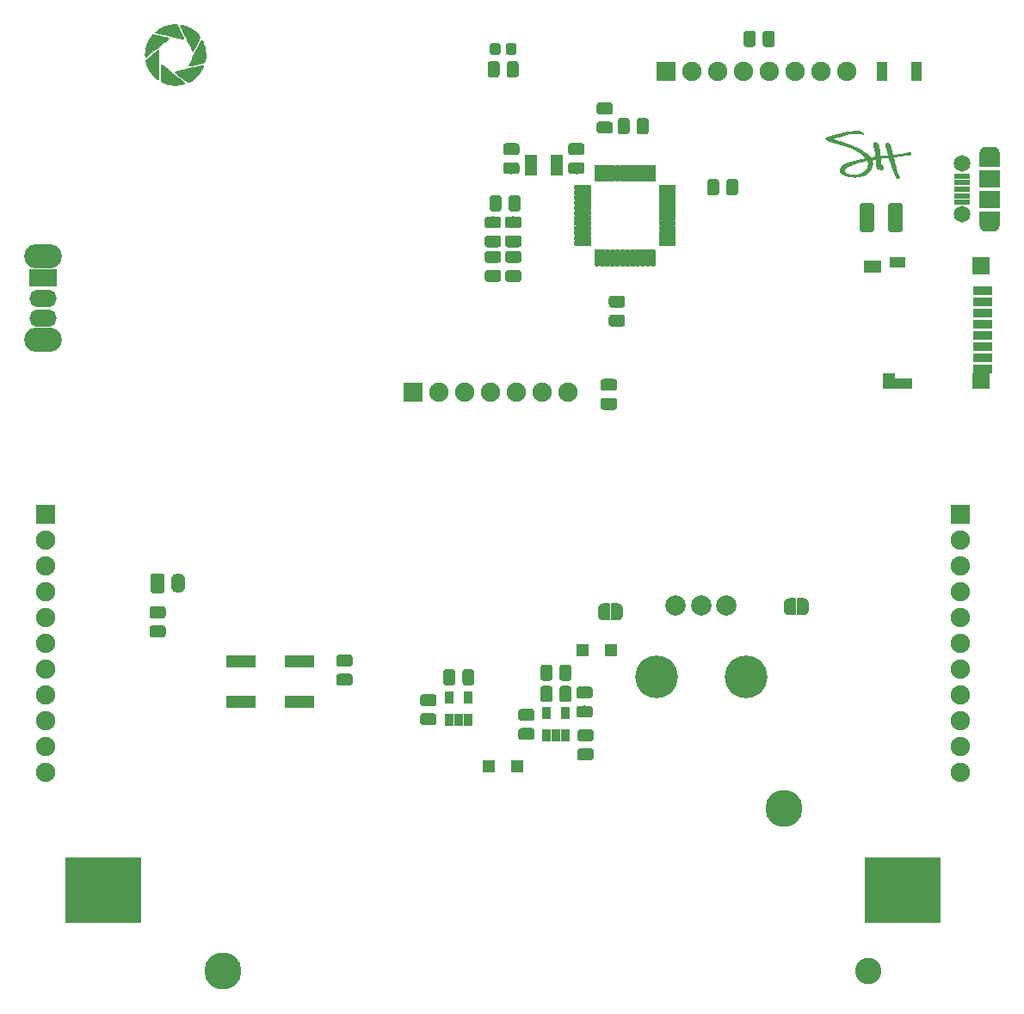
<source format=gbr>
G04 #@! TF.GenerationSoftware,KiCad,Pcbnew,(5.1.2)-2*
G04 #@! TF.CreationDate,2019-12-17T20:00:21-05:00*
G04 #@! TF.ProjectId,digiobscura_mcu,64696769-6f62-4736-9375-72615f6d6375,0.1a*
G04 #@! TF.SameCoordinates,Original*
G04 #@! TF.FileFunction,Soldermask,Top*
G04 #@! TF.FilePolarity,Negative*
%FSLAX46Y46*%
G04 Gerber Fmt 4.6, Leading zero omitted, Abs format (unit mm)*
G04 Created by KiCad (PCBNEW (5.1.2)-2) date 2019-12-17 20:00:21*
%MOMM*%
%LPD*%
G04 APERTURE LIST*
%ADD10C,0.010000*%
%ADD11O,1.900000X1.900000*%
%ADD12R,1.900000X1.900000*%
%ADD13R,1.300000X1.300000*%
%ADD14C,0.100000*%
%ADD15C,1.175000*%
%ADD16R,2.100000X1.400000*%
%ADD17O,2.100000X1.400000*%
%ADD18R,2.100000X1.700000*%
%ADD19C,1.650000*%
%ADD20R,1.550000X0.600000*%
%ADD21C,4.200000*%
%ADD22C,2.000000*%
%ADD23C,0.500000*%
%ADD24R,1.750000X1.200000*%
%ADD25R,1.700000X1.700000*%
%ADD26R,1.950000X0.900000*%
%ADD27R,1.600000X1.000000*%
%ADD28R,1.200000X1.650000*%
%ADD29R,1.700000X1.000000*%
%ADD30R,1.700000X1.500000*%
%ADD31R,1.200000X2.000000*%
%ADD32R,1.100000X1.900000*%
%ADD33C,1.450000*%
%ADD34O,1.400000X1.950000*%
%ADD35C,1.400000*%
%ADD36C,1.075000*%
%ADD37C,2.590000*%
%ADD38C,3.650000*%
%ADD39R,7.540000X6.550000*%
%ADD40R,0.850000X1.260000*%
%ADD41R,2.700000X1.700000*%
%ADD42O,2.700000X1.700000*%
%ADD43O,3.700000X2.400000*%
%ADD44R,2.950000X1.200000*%
G04 APERTURE END LIST*
D10*
G36*
X185168581Y-112336126D02*
G01*
X185221234Y-112365393D01*
X185262232Y-112389069D01*
X185294037Y-112408821D01*
X185319112Y-112426319D01*
X185339920Y-112443230D01*
X185358923Y-112461224D01*
X185369687Y-112472387D01*
X185385048Y-112490774D01*
X185401404Y-112513513D01*
X185416354Y-112536774D01*
X185427501Y-112556730D01*
X185432443Y-112569552D01*
X185432060Y-112571922D01*
X185424015Y-112570970D01*
X185404009Y-112566752D01*
X185375438Y-112560016D01*
X185354427Y-112554782D01*
X185261052Y-112534074D01*
X185156534Y-112516241D01*
X185045461Y-112501999D01*
X184969133Y-112494778D01*
X184908976Y-112491295D01*
X184836671Y-112489345D01*
X184755864Y-112488858D01*
X184670200Y-112489760D01*
X184583324Y-112491981D01*
X184498882Y-112495448D01*
X184420520Y-112500090D01*
X184351882Y-112505836D01*
X184339112Y-112507169D01*
X184088544Y-112540533D01*
X183829462Y-112587062D01*
X183562135Y-112646695D01*
X183286830Y-112719371D01*
X183003814Y-112805029D01*
X182952491Y-112821684D01*
X182884996Y-112844112D01*
X182815364Y-112867805D01*
X182745203Y-112892167D01*
X182676123Y-112916604D01*
X182609735Y-112940521D01*
X182547646Y-112963321D01*
X182491468Y-112984410D01*
X182442809Y-113003193D01*
X182403279Y-113019074D01*
X182374488Y-113031459D01*
X182358045Y-113039752D01*
X182354737Y-113042727D01*
X182357555Y-113044910D01*
X182366498Y-113048903D01*
X182382301Y-113054948D01*
X182405696Y-113063285D01*
X182437419Y-113074157D01*
X182478204Y-113087805D01*
X182528784Y-113104470D01*
X182589894Y-113124394D01*
X182662267Y-113147818D01*
X182746638Y-113174983D01*
X182843740Y-113206132D01*
X182954309Y-113241505D01*
X183079077Y-113281343D01*
X183116737Y-113293357D01*
X183272142Y-113343065D01*
X183413642Y-113388647D01*
X183542535Y-113430548D01*
X183660118Y-113469218D01*
X183767687Y-113505103D01*
X183866541Y-113538650D01*
X183957977Y-113570307D01*
X184043290Y-113600522D01*
X184123780Y-113629742D01*
X184200742Y-113658414D01*
X184275474Y-113686986D01*
X184349274Y-113715905D01*
X184396778Y-113734867D01*
X184619654Y-113828207D01*
X184827530Y-113923199D01*
X185021240Y-114020366D01*
X185201619Y-114120232D01*
X185369501Y-114223319D01*
X185525721Y-114330151D01*
X185671114Y-114441251D01*
X185806515Y-114557143D01*
X185932757Y-114678349D01*
X185979823Y-114727316D01*
X186009634Y-114759422D01*
X186038062Y-114790716D01*
X186061949Y-114817682D01*
X186078138Y-114836803D01*
X186078520Y-114837279D01*
X186105206Y-114870614D01*
X186168706Y-114866551D01*
X186200858Y-114862887D01*
X186243067Y-114855798D01*
X186290139Y-114846261D01*
X186336878Y-114835256D01*
X186342494Y-114833811D01*
X186402447Y-114819353D01*
X186459871Y-114807614D01*
X186512106Y-114798987D01*
X186556492Y-114793868D01*
X186590369Y-114792650D01*
X186607482Y-114794583D01*
X186626753Y-114799420D01*
X186621633Y-114720963D01*
X186613419Y-114614035D01*
X186602794Y-114511186D01*
X186589217Y-114408884D01*
X186572144Y-114303594D01*
X186551035Y-114191784D01*
X186525348Y-114069918D01*
X186514079Y-114019375D01*
X186490492Y-113914541D01*
X186470282Y-113823772D01*
X186453155Y-113745689D01*
X186438816Y-113678911D01*
X186426972Y-113622059D01*
X186417329Y-113573753D01*
X186409592Y-113532614D01*
X186406087Y-113512799D01*
X186399427Y-113474389D01*
X186396636Y-113448439D01*
X186399824Y-113431631D01*
X186411104Y-113420646D01*
X186432587Y-113412166D01*
X186466386Y-113402875D01*
X186478035Y-113399759D01*
X186553063Y-113385990D01*
X186623030Y-113386256D01*
X186687000Y-113400391D01*
X186744034Y-113428228D01*
X186776258Y-113452971D01*
X186809809Y-113487375D01*
X186840232Y-113527939D01*
X186867779Y-113575608D01*
X186892700Y-113631329D01*
X186915246Y-113696048D01*
X186935668Y-113770711D01*
X186954218Y-113856264D01*
X186971145Y-113953654D01*
X186986701Y-114063825D01*
X187001137Y-114187724D01*
X187014704Y-114326298D01*
X187018107Y-114364693D01*
X187023659Y-114427648D01*
X187029150Y-114488211D01*
X187034335Y-114543803D01*
X187038968Y-114591846D01*
X187042804Y-114629762D01*
X187045599Y-114654974D01*
X187046026Y-114658381D01*
X187049703Y-114688475D01*
X187052386Y-114713846D01*
X187053492Y-114728932D01*
X187054371Y-114734401D01*
X187058290Y-114738226D01*
X187067481Y-114740582D01*
X187084174Y-114741642D01*
X187110604Y-114741580D01*
X187149002Y-114740569D01*
X187186690Y-114739305D01*
X187314031Y-114730878D01*
X187439033Y-114715009D01*
X187446643Y-114713773D01*
X187532279Y-114701572D01*
X187617333Y-114693655D01*
X187709636Y-114689306D01*
X187716518Y-114689118D01*
X187859393Y-114685380D01*
X187858795Y-114616318D01*
X187858028Y-114590828D01*
X187855892Y-114565023D01*
X187851959Y-114537143D01*
X187845801Y-114505425D01*
X187836992Y-114468109D01*
X187825103Y-114423435D01*
X187809707Y-114369642D01*
X187790377Y-114304968D01*
X187766685Y-114227653D01*
X187756277Y-114194037D01*
X187721690Y-114080015D01*
X187692948Y-113979634D01*
X187669795Y-113891881D01*
X187651972Y-113815741D01*
X187639222Y-113750202D01*
X187633215Y-113710387D01*
X187627475Y-113632887D01*
X187631832Y-113567233D01*
X187646235Y-113513546D01*
X187670637Y-113471946D01*
X187704987Y-113442553D01*
X187749236Y-113425488D01*
X187750296Y-113425257D01*
X187798352Y-113421321D01*
X187844016Y-113430977D01*
X187887775Y-113454629D01*
X187930114Y-113492680D01*
X187971518Y-113545537D01*
X188012474Y-113613602D01*
X188038636Y-113665250D01*
X188069350Y-113734957D01*
X188099001Y-113813579D01*
X188127951Y-113902351D01*
X188156562Y-114002510D01*
X188185196Y-114115293D01*
X188214216Y-114241935D01*
X188232137Y-114325921D01*
X188243542Y-114380601D01*
X188254699Y-114433919D01*
X188264910Y-114482565D01*
X188273481Y-114523226D01*
X188279716Y-114552591D01*
X188280959Y-114558387D01*
X188293608Y-114617142D01*
X188434762Y-114611843D01*
X188515258Y-114608033D01*
X188594846Y-114602545D01*
X188675366Y-114595112D01*
X188758660Y-114585461D01*
X188846567Y-114573325D01*
X188940929Y-114558432D01*
X189043585Y-114540513D01*
X189156378Y-114519299D01*
X189281146Y-114494518D01*
X189395300Y-114471011D01*
X189527814Y-114443816D01*
X189646251Y-114420455D01*
X189750384Y-114400968D01*
X189839983Y-114385394D01*
X189914819Y-114373776D01*
X189974663Y-114366152D01*
X190001326Y-114363660D01*
X190067812Y-114358550D01*
X190072889Y-114385610D01*
X190073083Y-114418686D01*
X190063717Y-114462829D01*
X190045112Y-114516682D01*
X190037427Y-114535350D01*
X190027284Y-114558992D01*
X190019881Y-114575926D01*
X190017185Y-114581757D01*
X190008754Y-114583960D01*
X189985858Y-114587896D01*
X189949795Y-114593400D01*
X189901862Y-114600305D01*
X189843354Y-114608445D01*
X189775569Y-114617654D01*
X189699803Y-114627766D01*
X189617353Y-114638613D01*
X189529516Y-114650029D01*
X189437588Y-114661849D01*
X189342866Y-114673905D01*
X189246646Y-114686032D01*
X189150226Y-114698063D01*
X189054902Y-114709832D01*
X188961971Y-114721171D01*
X188872729Y-114731916D01*
X188788474Y-114741900D01*
X188710501Y-114750955D01*
X188640107Y-114758917D01*
X188613550Y-114761847D01*
X188550930Y-114768754D01*
X188493544Y-114775197D01*
X188443245Y-114780959D01*
X188401891Y-114785822D01*
X188371336Y-114789569D01*
X188353435Y-114791983D01*
X188349435Y-114792756D01*
X188351109Y-114800625D01*
X188357127Y-114821167D01*
X188366749Y-114852016D01*
X188379238Y-114890806D01*
X188393854Y-114935171D01*
X188394479Y-114937048D01*
X188414059Y-114997289D01*
X188432860Y-115058407D01*
X188451371Y-115122291D01*
X188470085Y-115190829D01*
X188489491Y-115265908D01*
X188510081Y-115349417D01*
X188532344Y-115443244D01*
X188556773Y-115549278D01*
X188577850Y-115642582D01*
X188598498Y-115734392D01*
X188616264Y-115812756D01*
X188631651Y-115879737D01*
X188645164Y-115937400D01*
X188657307Y-115987808D01*
X188668586Y-116033024D01*
X188679503Y-116075111D01*
X188690565Y-116116134D01*
X188702276Y-116158155D01*
X188713706Y-116198256D01*
X188733499Y-116264888D01*
X188751507Y-116319784D01*
X188769250Y-116366736D01*
X188788242Y-116409535D01*
X188810000Y-116451975D01*
X188827981Y-116484006D01*
X188861982Y-116544216D01*
X188888205Y-116593818D01*
X188907829Y-116635310D01*
X188922036Y-116671189D01*
X188932005Y-116703952D01*
X188932108Y-116704350D01*
X188939500Y-116747426D01*
X188940641Y-116790856D01*
X188936103Y-116831351D01*
X188926463Y-116865625D01*
X188912292Y-116890391D01*
X188897715Y-116901291D01*
X188865834Y-116907417D01*
X188825532Y-116906340D01*
X188782401Y-116898314D01*
X188773120Y-116895651D01*
X188736759Y-116877860D01*
X188699208Y-116847848D01*
X188663598Y-116808670D01*
X188633058Y-116763383D01*
X188627796Y-116753788D01*
X188614977Y-116727549D01*
X188598603Y-116691243D01*
X188580767Y-116649638D01*
X188563563Y-116607505D01*
X188563340Y-116606944D01*
X188546186Y-116564217D01*
X188524970Y-116512199D01*
X188501873Y-116456196D01*
X188479078Y-116401514D01*
X188468395Y-116376134D01*
X188428168Y-116278262D01*
X188384180Y-116166100D01*
X188336344Y-116039419D01*
X188284577Y-115897994D01*
X188228794Y-115741597D01*
X188196266Y-115648817D01*
X188152575Y-115523577D01*
X188113739Y-115412432D01*
X188079433Y-115314467D01*
X188049338Y-115228770D01*
X188023130Y-115154427D01*
X188000487Y-115090525D01*
X187981087Y-115036150D01*
X187964608Y-114990389D01*
X187950727Y-114952330D01*
X187947707Y-114944131D01*
X187912537Y-114848881D01*
X187874059Y-114850218D01*
X187855084Y-114851534D01*
X187822528Y-114854521D01*
X187778571Y-114858934D01*
X187725389Y-114864524D01*
X187665162Y-114871045D01*
X187600067Y-114878250D01*
X187532284Y-114885893D01*
X187463989Y-114893727D01*
X187397362Y-114901504D01*
X187334581Y-114908978D01*
X187277823Y-114915902D01*
X187229268Y-114922029D01*
X187191093Y-114927113D01*
X187174784Y-114929454D01*
X187085487Y-114942823D01*
X187085487Y-114987942D01*
X187086866Y-115010721D01*
X187090686Y-115045504D01*
X187096472Y-115088692D01*
X187103751Y-115136686D01*
X187110156Y-115175128D01*
X187121953Y-115248499D01*
X187129933Y-115312284D01*
X187134685Y-115372145D01*
X187136752Y-115430818D01*
X187137920Y-115478427D01*
X187139727Y-115512523D01*
X187142438Y-115535467D01*
X187146315Y-115549615D01*
X187150782Y-115556546D01*
X187161643Y-115565337D01*
X187182870Y-115580895D01*
X187211617Y-115601187D01*
X187245039Y-115624180D01*
X187252842Y-115629470D01*
X187300767Y-115663583D01*
X187336399Y-115693592D01*
X187361838Y-115722097D01*
X187379182Y-115751694D01*
X187390530Y-115784983D01*
X187394893Y-115805350D01*
X187399572Y-115863221D01*
X187390930Y-115912485D01*
X187368971Y-115953123D01*
X187359302Y-115964129D01*
X187328072Y-115991842D01*
X187295035Y-116011255D01*
X187256697Y-116023529D01*
X187209567Y-116029823D01*
X187156925Y-116031334D01*
X187109618Y-116030222D01*
X187066285Y-116026666D01*
X187023131Y-116019943D01*
X186976363Y-116009335D01*
X186922189Y-115994119D01*
X186862340Y-115975366D01*
X186777103Y-115947810D01*
X186765125Y-115894439D01*
X186747941Y-115811870D01*
X186730672Y-115717685D01*
X186714012Y-115616123D01*
X186698656Y-115511424D01*
X186685297Y-115407827D01*
X186684902Y-115404506D01*
X186680988Y-115369960D01*
X186676422Y-115327170D01*
X186671479Y-115278975D01*
X186666430Y-115228213D01*
X186661548Y-115177723D01*
X186657105Y-115130344D01*
X186653376Y-115088916D01*
X186650631Y-115056276D01*
X186649144Y-115035264D01*
X186648957Y-115030244D01*
X186643269Y-115026677D01*
X186625401Y-115027618D01*
X186594086Y-115033176D01*
X186580184Y-115036130D01*
X186556360Y-115041664D01*
X186523120Y-115049834D01*
X186483138Y-115059936D01*
X186439090Y-115071265D01*
X186393650Y-115083118D01*
X186349496Y-115094792D01*
X186309300Y-115105582D01*
X186275740Y-115114784D01*
X186251489Y-115121696D01*
X186239224Y-115125612D01*
X186238310Y-115126068D01*
X186240297Y-115133592D01*
X186247200Y-115152123D01*
X186257665Y-115178085D01*
X186261059Y-115186221D01*
X186292765Y-115281714D01*
X186310842Y-115383808D01*
X186315285Y-115490950D01*
X186306087Y-115601591D01*
X186283244Y-115714181D01*
X186263207Y-115781367D01*
X186212440Y-115909275D01*
X186147674Y-116032786D01*
X186070352Y-116150004D01*
X185981919Y-116259034D01*
X185883820Y-116357981D01*
X185777499Y-116444950D01*
X185734429Y-116475005D01*
X185595056Y-116558218D01*
X185446927Y-116628245D01*
X185290155Y-116685067D01*
X185124852Y-116728663D01*
X184951129Y-116759015D01*
X184769100Y-116776103D01*
X184578877Y-116779909D01*
X184380571Y-116770412D01*
X184174296Y-116747593D01*
X184160518Y-116745635D01*
X183988489Y-116716765D01*
X183831123Y-116681834D01*
X183688408Y-116640839D01*
X183560335Y-116593776D01*
X183491374Y-116563037D01*
X183414057Y-116524037D01*
X183348924Y-116486578D01*
X183292708Y-116448547D01*
X183242145Y-116407829D01*
X183218773Y-116386568D01*
X183172957Y-116339186D01*
X183139626Y-116294388D01*
X183116565Y-116248774D01*
X183104489Y-116211259D01*
X183100156Y-116192521D01*
X183530914Y-116192521D01*
X183537885Y-116228701D01*
X183553675Y-116261592D01*
X183580069Y-116295185D01*
X183609629Y-116324877D01*
X183661475Y-116366154D01*
X183727219Y-116406069D01*
X183804896Y-116443959D01*
X183892545Y-116479160D01*
X183988201Y-116511011D01*
X184089903Y-116538849D01*
X184195688Y-116562010D01*
X184303592Y-116579832D01*
X184395756Y-116590310D01*
X184455285Y-116595026D01*
X184504648Y-116597367D01*
X184549378Y-116597343D01*
X184595003Y-116594965D01*
X184641880Y-116590772D01*
X184774972Y-116570917D01*
X184906400Y-116538992D01*
X185034899Y-116495885D01*
X185159206Y-116442484D01*
X185278055Y-116379677D01*
X185390182Y-116308352D01*
X185494322Y-116229396D01*
X185589212Y-116143697D01*
X185673585Y-116052143D01*
X185746178Y-115955621D01*
X185805727Y-115855020D01*
X185850966Y-115751228D01*
X185855260Y-115738932D01*
X185875460Y-115672345D01*
X185888216Y-115610748D01*
X185894692Y-115546972D01*
X185896129Y-115486959D01*
X185888121Y-115380691D01*
X185864468Y-115277059D01*
X185839254Y-115207600D01*
X185824519Y-115172734D01*
X185814084Y-115150332D01*
X185806007Y-115138263D01*
X185798348Y-115134395D01*
X185789168Y-115136594D01*
X185779071Y-115141465D01*
X185760924Y-115148484D01*
X185732325Y-115157314D01*
X185698343Y-115166434D01*
X185684518Y-115169791D01*
X185535090Y-115204957D01*
X185400026Y-115236903D01*
X185278217Y-115265948D01*
X185168550Y-115292411D01*
X185069915Y-115316611D01*
X184981202Y-115338867D01*
X184901298Y-115359496D01*
X184829094Y-115378819D01*
X184763479Y-115397154D01*
X184703341Y-115414819D01*
X184647570Y-115432134D01*
X184595055Y-115449416D01*
X184544685Y-115466986D01*
X184495349Y-115485162D01*
X184445935Y-115504263D01*
X184395335Y-115524606D01*
X184342435Y-115546512D01*
X184286126Y-115570299D01*
X184280475Y-115572704D01*
X184146652Y-115631576D01*
X184027823Y-115687906D01*
X183923372Y-115742047D01*
X183832683Y-115794354D01*
X183755141Y-115845180D01*
X183690132Y-115894878D01*
X183640612Y-115940160D01*
X183595062Y-115990886D01*
X183562773Y-116038501D01*
X183542276Y-116085805D01*
X183532099Y-116135601D01*
X183530977Y-116149063D01*
X183530914Y-116192521D01*
X183100156Y-116192521D01*
X183098149Y-116183844D01*
X183095698Y-116161994D01*
X183097111Y-116139210D01*
X183102367Y-116108995D01*
X183104099Y-116100398D01*
X183122451Y-116036898D01*
X183152029Y-115967638D01*
X183191013Y-115895907D01*
X183237586Y-115824994D01*
X183289929Y-115758187D01*
X183299251Y-115747496D01*
X183350673Y-115696685D01*
X183415927Y-115644078D01*
X183493238Y-115590773D01*
X183580830Y-115537867D01*
X183676925Y-115486458D01*
X183779748Y-115437643D01*
X183848382Y-115408221D01*
X183915874Y-115381393D01*
X183985558Y-115355611D01*
X184058640Y-115330559D01*
X184136321Y-115305921D01*
X184219808Y-115281381D01*
X184310303Y-115256622D01*
X184409011Y-115231326D01*
X184517136Y-115205179D01*
X184635883Y-115177863D01*
X184766454Y-115149062D01*
X184910055Y-115118459D01*
X185067890Y-115085738D01*
X185101112Y-115078944D01*
X185209575Y-115056636D01*
X185310565Y-115035519D01*
X185402783Y-115015877D01*
X185484933Y-114997992D01*
X185555716Y-114982149D01*
X185613835Y-114968630D01*
X185657992Y-114957719D01*
X185667009Y-114955350D01*
X185697125Y-114947299D01*
X185671040Y-114913965D01*
X185648303Y-114887026D01*
X185616108Y-114851796D01*
X185576797Y-114810602D01*
X185532709Y-114765775D01*
X185486186Y-114719643D01*
X185439569Y-114674537D01*
X185395197Y-114632784D01*
X185355413Y-114596716D01*
X185331300Y-114575889D01*
X185146532Y-114430724D01*
X184948572Y-114294167D01*
X184737642Y-114166337D01*
X184513965Y-114047354D01*
X184277762Y-113937339D01*
X184029258Y-113836409D01*
X183811268Y-113758771D01*
X183747412Y-113737675D01*
X183686583Y-113718228D01*
X183626528Y-113699802D01*
X183564992Y-113681769D01*
X183499721Y-113663503D01*
X183428461Y-113644373D01*
X183348958Y-113623754D01*
X183258958Y-113601016D01*
X183156206Y-113575532D01*
X183132612Y-113569727D01*
X183023604Y-113542777D01*
X182927775Y-113518695D01*
X182842817Y-113496844D01*
X182766427Y-113476588D01*
X182696298Y-113457290D01*
X182630125Y-113438315D01*
X182565603Y-113419025D01*
X182500425Y-113398784D01*
X182432287Y-113376957D01*
X182421266Y-113373375D01*
X182366828Y-113355844D01*
X182310871Y-113338153D01*
X182257562Y-113321597D01*
X182211070Y-113307471D01*
X182176143Y-113297234D01*
X182078905Y-113268498D01*
X181996283Y-113241408D01*
X181927182Y-113215339D01*
X181870508Y-113189663D01*
X181825165Y-113163755D01*
X181790059Y-113136989D01*
X181764094Y-113108738D01*
X181746175Y-113078376D01*
X181735208Y-113045278D01*
X181735166Y-113045090D01*
X181732093Y-113004766D01*
X181743242Y-112970192D01*
X181763275Y-112944528D01*
X181793004Y-112920804D01*
X181836727Y-112894515D01*
X181892897Y-112866336D01*
X181959967Y-112836943D01*
X182036391Y-112807010D01*
X182120621Y-112777215D01*
X182211112Y-112748231D01*
X182216634Y-112746555D01*
X182274419Y-112729522D01*
X182345426Y-112709341D01*
X182427445Y-112686587D01*
X182518265Y-112661837D01*
X182615677Y-112635669D01*
X182717471Y-112608660D01*
X182821437Y-112581385D01*
X182925365Y-112554423D01*
X183027045Y-112528351D01*
X183124268Y-112503744D01*
X183214822Y-112481180D01*
X183296499Y-112461237D01*
X183367089Y-112444490D01*
X183418362Y-112432837D01*
X183639009Y-112387043D01*
X183849465Y-112349432D01*
X184052917Y-112319633D01*
X184252548Y-112297279D01*
X184451545Y-112282001D01*
X184653092Y-112273431D01*
X184815362Y-112271162D01*
X185049518Y-112270634D01*
X185168581Y-112336126D01*
X185168581Y-112336126D01*
G37*
X185168581Y-112336126D02*
X185221234Y-112365393D01*
X185262232Y-112389069D01*
X185294037Y-112408821D01*
X185319112Y-112426319D01*
X185339920Y-112443230D01*
X185358923Y-112461224D01*
X185369687Y-112472387D01*
X185385048Y-112490774D01*
X185401404Y-112513513D01*
X185416354Y-112536774D01*
X185427501Y-112556730D01*
X185432443Y-112569552D01*
X185432060Y-112571922D01*
X185424015Y-112570970D01*
X185404009Y-112566752D01*
X185375438Y-112560016D01*
X185354427Y-112554782D01*
X185261052Y-112534074D01*
X185156534Y-112516241D01*
X185045461Y-112501999D01*
X184969133Y-112494778D01*
X184908976Y-112491295D01*
X184836671Y-112489345D01*
X184755864Y-112488858D01*
X184670200Y-112489760D01*
X184583324Y-112491981D01*
X184498882Y-112495448D01*
X184420520Y-112500090D01*
X184351882Y-112505836D01*
X184339112Y-112507169D01*
X184088544Y-112540533D01*
X183829462Y-112587062D01*
X183562135Y-112646695D01*
X183286830Y-112719371D01*
X183003814Y-112805029D01*
X182952491Y-112821684D01*
X182884996Y-112844112D01*
X182815364Y-112867805D01*
X182745203Y-112892167D01*
X182676123Y-112916604D01*
X182609735Y-112940521D01*
X182547646Y-112963321D01*
X182491468Y-112984410D01*
X182442809Y-113003193D01*
X182403279Y-113019074D01*
X182374488Y-113031459D01*
X182358045Y-113039752D01*
X182354737Y-113042727D01*
X182357555Y-113044910D01*
X182366498Y-113048903D01*
X182382301Y-113054948D01*
X182405696Y-113063285D01*
X182437419Y-113074157D01*
X182478204Y-113087805D01*
X182528784Y-113104470D01*
X182589894Y-113124394D01*
X182662267Y-113147818D01*
X182746638Y-113174983D01*
X182843740Y-113206132D01*
X182954309Y-113241505D01*
X183079077Y-113281343D01*
X183116737Y-113293357D01*
X183272142Y-113343065D01*
X183413642Y-113388647D01*
X183542535Y-113430548D01*
X183660118Y-113469218D01*
X183767687Y-113505103D01*
X183866541Y-113538650D01*
X183957977Y-113570307D01*
X184043290Y-113600522D01*
X184123780Y-113629742D01*
X184200742Y-113658414D01*
X184275474Y-113686986D01*
X184349274Y-113715905D01*
X184396778Y-113734867D01*
X184619654Y-113828207D01*
X184827530Y-113923199D01*
X185021240Y-114020366D01*
X185201619Y-114120232D01*
X185369501Y-114223319D01*
X185525721Y-114330151D01*
X185671114Y-114441251D01*
X185806515Y-114557143D01*
X185932757Y-114678349D01*
X185979823Y-114727316D01*
X186009634Y-114759422D01*
X186038062Y-114790716D01*
X186061949Y-114817682D01*
X186078138Y-114836803D01*
X186078520Y-114837279D01*
X186105206Y-114870614D01*
X186168706Y-114866551D01*
X186200858Y-114862887D01*
X186243067Y-114855798D01*
X186290139Y-114846261D01*
X186336878Y-114835256D01*
X186342494Y-114833811D01*
X186402447Y-114819353D01*
X186459871Y-114807614D01*
X186512106Y-114798987D01*
X186556492Y-114793868D01*
X186590369Y-114792650D01*
X186607482Y-114794583D01*
X186626753Y-114799420D01*
X186621633Y-114720963D01*
X186613419Y-114614035D01*
X186602794Y-114511186D01*
X186589217Y-114408884D01*
X186572144Y-114303594D01*
X186551035Y-114191784D01*
X186525348Y-114069918D01*
X186514079Y-114019375D01*
X186490492Y-113914541D01*
X186470282Y-113823772D01*
X186453155Y-113745689D01*
X186438816Y-113678911D01*
X186426972Y-113622059D01*
X186417329Y-113573753D01*
X186409592Y-113532614D01*
X186406087Y-113512799D01*
X186399427Y-113474389D01*
X186396636Y-113448439D01*
X186399824Y-113431631D01*
X186411104Y-113420646D01*
X186432587Y-113412166D01*
X186466386Y-113402875D01*
X186478035Y-113399759D01*
X186553063Y-113385990D01*
X186623030Y-113386256D01*
X186687000Y-113400391D01*
X186744034Y-113428228D01*
X186776258Y-113452971D01*
X186809809Y-113487375D01*
X186840232Y-113527939D01*
X186867779Y-113575608D01*
X186892700Y-113631329D01*
X186915246Y-113696048D01*
X186935668Y-113770711D01*
X186954218Y-113856264D01*
X186971145Y-113953654D01*
X186986701Y-114063825D01*
X187001137Y-114187724D01*
X187014704Y-114326298D01*
X187018107Y-114364693D01*
X187023659Y-114427648D01*
X187029150Y-114488211D01*
X187034335Y-114543803D01*
X187038968Y-114591846D01*
X187042804Y-114629762D01*
X187045599Y-114654974D01*
X187046026Y-114658381D01*
X187049703Y-114688475D01*
X187052386Y-114713846D01*
X187053492Y-114728932D01*
X187054371Y-114734401D01*
X187058290Y-114738226D01*
X187067481Y-114740582D01*
X187084174Y-114741642D01*
X187110604Y-114741580D01*
X187149002Y-114740569D01*
X187186690Y-114739305D01*
X187314031Y-114730878D01*
X187439033Y-114715009D01*
X187446643Y-114713773D01*
X187532279Y-114701572D01*
X187617333Y-114693655D01*
X187709636Y-114689306D01*
X187716518Y-114689118D01*
X187859393Y-114685380D01*
X187858795Y-114616318D01*
X187858028Y-114590828D01*
X187855892Y-114565023D01*
X187851959Y-114537143D01*
X187845801Y-114505425D01*
X187836992Y-114468109D01*
X187825103Y-114423435D01*
X187809707Y-114369642D01*
X187790377Y-114304968D01*
X187766685Y-114227653D01*
X187756277Y-114194037D01*
X187721690Y-114080015D01*
X187692948Y-113979634D01*
X187669795Y-113891881D01*
X187651972Y-113815741D01*
X187639222Y-113750202D01*
X187633215Y-113710387D01*
X187627475Y-113632887D01*
X187631832Y-113567233D01*
X187646235Y-113513546D01*
X187670637Y-113471946D01*
X187704987Y-113442553D01*
X187749236Y-113425488D01*
X187750296Y-113425257D01*
X187798352Y-113421321D01*
X187844016Y-113430977D01*
X187887775Y-113454629D01*
X187930114Y-113492680D01*
X187971518Y-113545537D01*
X188012474Y-113613602D01*
X188038636Y-113665250D01*
X188069350Y-113734957D01*
X188099001Y-113813579D01*
X188127951Y-113902351D01*
X188156562Y-114002510D01*
X188185196Y-114115293D01*
X188214216Y-114241935D01*
X188232137Y-114325921D01*
X188243542Y-114380601D01*
X188254699Y-114433919D01*
X188264910Y-114482565D01*
X188273481Y-114523226D01*
X188279716Y-114552591D01*
X188280959Y-114558387D01*
X188293608Y-114617142D01*
X188434762Y-114611843D01*
X188515258Y-114608033D01*
X188594846Y-114602545D01*
X188675366Y-114595112D01*
X188758660Y-114585461D01*
X188846567Y-114573325D01*
X188940929Y-114558432D01*
X189043585Y-114540513D01*
X189156378Y-114519299D01*
X189281146Y-114494518D01*
X189395300Y-114471011D01*
X189527814Y-114443816D01*
X189646251Y-114420455D01*
X189750384Y-114400968D01*
X189839983Y-114385394D01*
X189914819Y-114373776D01*
X189974663Y-114366152D01*
X190001326Y-114363660D01*
X190067812Y-114358550D01*
X190072889Y-114385610D01*
X190073083Y-114418686D01*
X190063717Y-114462829D01*
X190045112Y-114516682D01*
X190037427Y-114535350D01*
X190027284Y-114558992D01*
X190019881Y-114575926D01*
X190017185Y-114581757D01*
X190008754Y-114583960D01*
X189985858Y-114587896D01*
X189949795Y-114593400D01*
X189901862Y-114600305D01*
X189843354Y-114608445D01*
X189775569Y-114617654D01*
X189699803Y-114627766D01*
X189617353Y-114638613D01*
X189529516Y-114650029D01*
X189437588Y-114661849D01*
X189342866Y-114673905D01*
X189246646Y-114686032D01*
X189150226Y-114698063D01*
X189054902Y-114709832D01*
X188961971Y-114721171D01*
X188872729Y-114731916D01*
X188788474Y-114741900D01*
X188710501Y-114750955D01*
X188640107Y-114758917D01*
X188613550Y-114761847D01*
X188550930Y-114768754D01*
X188493544Y-114775197D01*
X188443245Y-114780959D01*
X188401891Y-114785822D01*
X188371336Y-114789569D01*
X188353435Y-114791983D01*
X188349435Y-114792756D01*
X188351109Y-114800625D01*
X188357127Y-114821167D01*
X188366749Y-114852016D01*
X188379238Y-114890806D01*
X188393854Y-114935171D01*
X188394479Y-114937048D01*
X188414059Y-114997289D01*
X188432860Y-115058407D01*
X188451371Y-115122291D01*
X188470085Y-115190829D01*
X188489491Y-115265908D01*
X188510081Y-115349417D01*
X188532344Y-115443244D01*
X188556773Y-115549278D01*
X188577850Y-115642582D01*
X188598498Y-115734392D01*
X188616264Y-115812756D01*
X188631651Y-115879737D01*
X188645164Y-115937400D01*
X188657307Y-115987808D01*
X188668586Y-116033024D01*
X188679503Y-116075111D01*
X188690565Y-116116134D01*
X188702276Y-116158155D01*
X188713706Y-116198256D01*
X188733499Y-116264888D01*
X188751507Y-116319784D01*
X188769250Y-116366736D01*
X188788242Y-116409535D01*
X188810000Y-116451975D01*
X188827981Y-116484006D01*
X188861982Y-116544216D01*
X188888205Y-116593818D01*
X188907829Y-116635310D01*
X188922036Y-116671189D01*
X188932005Y-116703952D01*
X188932108Y-116704350D01*
X188939500Y-116747426D01*
X188940641Y-116790856D01*
X188936103Y-116831351D01*
X188926463Y-116865625D01*
X188912292Y-116890391D01*
X188897715Y-116901291D01*
X188865834Y-116907417D01*
X188825532Y-116906340D01*
X188782401Y-116898314D01*
X188773120Y-116895651D01*
X188736759Y-116877860D01*
X188699208Y-116847848D01*
X188663598Y-116808670D01*
X188633058Y-116763383D01*
X188627796Y-116753788D01*
X188614977Y-116727549D01*
X188598603Y-116691243D01*
X188580767Y-116649638D01*
X188563563Y-116607505D01*
X188563340Y-116606944D01*
X188546186Y-116564217D01*
X188524970Y-116512199D01*
X188501873Y-116456196D01*
X188479078Y-116401514D01*
X188468395Y-116376134D01*
X188428168Y-116278262D01*
X188384180Y-116166100D01*
X188336344Y-116039419D01*
X188284577Y-115897994D01*
X188228794Y-115741597D01*
X188196266Y-115648817D01*
X188152575Y-115523577D01*
X188113739Y-115412432D01*
X188079433Y-115314467D01*
X188049338Y-115228770D01*
X188023130Y-115154427D01*
X188000487Y-115090525D01*
X187981087Y-115036150D01*
X187964608Y-114990389D01*
X187950727Y-114952330D01*
X187947707Y-114944131D01*
X187912537Y-114848881D01*
X187874059Y-114850218D01*
X187855084Y-114851534D01*
X187822528Y-114854521D01*
X187778571Y-114858934D01*
X187725389Y-114864524D01*
X187665162Y-114871045D01*
X187600067Y-114878250D01*
X187532284Y-114885893D01*
X187463989Y-114893727D01*
X187397362Y-114901504D01*
X187334581Y-114908978D01*
X187277823Y-114915902D01*
X187229268Y-114922029D01*
X187191093Y-114927113D01*
X187174784Y-114929454D01*
X187085487Y-114942823D01*
X187085487Y-114987942D01*
X187086866Y-115010721D01*
X187090686Y-115045504D01*
X187096472Y-115088692D01*
X187103751Y-115136686D01*
X187110156Y-115175128D01*
X187121953Y-115248499D01*
X187129933Y-115312284D01*
X187134685Y-115372145D01*
X187136752Y-115430818D01*
X187137920Y-115478427D01*
X187139727Y-115512523D01*
X187142438Y-115535467D01*
X187146315Y-115549615D01*
X187150782Y-115556546D01*
X187161643Y-115565337D01*
X187182870Y-115580895D01*
X187211617Y-115601187D01*
X187245039Y-115624180D01*
X187252842Y-115629470D01*
X187300767Y-115663583D01*
X187336399Y-115693592D01*
X187361838Y-115722097D01*
X187379182Y-115751694D01*
X187390530Y-115784983D01*
X187394893Y-115805350D01*
X187399572Y-115863221D01*
X187390930Y-115912485D01*
X187368971Y-115953123D01*
X187359302Y-115964129D01*
X187328072Y-115991842D01*
X187295035Y-116011255D01*
X187256697Y-116023529D01*
X187209567Y-116029823D01*
X187156925Y-116031334D01*
X187109618Y-116030222D01*
X187066285Y-116026666D01*
X187023131Y-116019943D01*
X186976363Y-116009335D01*
X186922189Y-115994119D01*
X186862340Y-115975366D01*
X186777103Y-115947810D01*
X186765125Y-115894439D01*
X186747941Y-115811870D01*
X186730672Y-115717685D01*
X186714012Y-115616123D01*
X186698656Y-115511424D01*
X186685297Y-115407827D01*
X186684902Y-115404506D01*
X186680988Y-115369960D01*
X186676422Y-115327170D01*
X186671479Y-115278975D01*
X186666430Y-115228213D01*
X186661548Y-115177723D01*
X186657105Y-115130344D01*
X186653376Y-115088916D01*
X186650631Y-115056276D01*
X186649144Y-115035264D01*
X186648957Y-115030244D01*
X186643269Y-115026677D01*
X186625401Y-115027618D01*
X186594086Y-115033176D01*
X186580184Y-115036130D01*
X186556360Y-115041664D01*
X186523120Y-115049834D01*
X186483138Y-115059936D01*
X186439090Y-115071265D01*
X186393650Y-115083118D01*
X186349496Y-115094792D01*
X186309300Y-115105582D01*
X186275740Y-115114784D01*
X186251489Y-115121696D01*
X186239224Y-115125612D01*
X186238310Y-115126068D01*
X186240297Y-115133592D01*
X186247200Y-115152123D01*
X186257665Y-115178085D01*
X186261059Y-115186221D01*
X186292765Y-115281714D01*
X186310842Y-115383808D01*
X186315285Y-115490950D01*
X186306087Y-115601591D01*
X186283244Y-115714181D01*
X186263207Y-115781367D01*
X186212440Y-115909275D01*
X186147674Y-116032786D01*
X186070352Y-116150004D01*
X185981919Y-116259034D01*
X185883820Y-116357981D01*
X185777499Y-116444950D01*
X185734429Y-116475005D01*
X185595056Y-116558218D01*
X185446927Y-116628245D01*
X185290155Y-116685067D01*
X185124852Y-116728663D01*
X184951129Y-116759015D01*
X184769100Y-116776103D01*
X184578877Y-116779909D01*
X184380571Y-116770412D01*
X184174296Y-116747593D01*
X184160518Y-116745635D01*
X183988489Y-116716765D01*
X183831123Y-116681834D01*
X183688408Y-116640839D01*
X183560335Y-116593776D01*
X183491374Y-116563037D01*
X183414057Y-116524037D01*
X183348924Y-116486578D01*
X183292708Y-116448547D01*
X183242145Y-116407829D01*
X183218773Y-116386568D01*
X183172957Y-116339186D01*
X183139626Y-116294388D01*
X183116565Y-116248774D01*
X183104489Y-116211259D01*
X183100156Y-116192521D01*
X183530914Y-116192521D01*
X183537885Y-116228701D01*
X183553675Y-116261592D01*
X183580069Y-116295185D01*
X183609629Y-116324877D01*
X183661475Y-116366154D01*
X183727219Y-116406069D01*
X183804896Y-116443959D01*
X183892545Y-116479160D01*
X183988201Y-116511011D01*
X184089903Y-116538849D01*
X184195688Y-116562010D01*
X184303592Y-116579832D01*
X184395756Y-116590310D01*
X184455285Y-116595026D01*
X184504648Y-116597367D01*
X184549378Y-116597343D01*
X184595003Y-116594965D01*
X184641880Y-116590772D01*
X184774972Y-116570917D01*
X184906400Y-116538992D01*
X185034899Y-116495885D01*
X185159206Y-116442484D01*
X185278055Y-116379677D01*
X185390182Y-116308352D01*
X185494322Y-116229396D01*
X185589212Y-116143697D01*
X185673585Y-116052143D01*
X185746178Y-115955621D01*
X185805727Y-115855020D01*
X185850966Y-115751228D01*
X185855260Y-115738932D01*
X185875460Y-115672345D01*
X185888216Y-115610748D01*
X185894692Y-115546972D01*
X185896129Y-115486959D01*
X185888121Y-115380691D01*
X185864468Y-115277059D01*
X185839254Y-115207600D01*
X185824519Y-115172734D01*
X185814084Y-115150332D01*
X185806007Y-115138263D01*
X185798348Y-115134395D01*
X185789168Y-115136594D01*
X185779071Y-115141465D01*
X185760924Y-115148484D01*
X185732325Y-115157314D01*
X185698343Y-115166434D01*
X185684518Y-115169791D01*
X185535090Y-115204957D01*
X185400026Y-115236903D01*
X185278217Y-115265948D01*
X185168550Y-115292411D01*
X185069915Y-115316611D01*
X184981202Y-115338867D01*
X184901298Y-115359496D01*
X184829094Y-115378819D01*
X184763479Y-115397154D01*
X184703341Y-115414819D01*
X184647570Y-115432134D01*
X184595055Y-115449416D01*
X184544685Y-115466986D01*
X184495349Y-115485162D01*
X184445935Y-115504263D01*
X184395335Y-115524606D01*
X184342435Y-115546512D01*
X184286126Y-115570299D01*
X184280475Y-115572704D01*
X184146652Y-115631576D01*
X184027823Y-115687906D01*
X183923372Y-115742047D01*
X183832683Y-115794354D01*
X183755141Y-115845180D01*
X183690132Y-115894878D01*
X183640612Y-115940160D01*
X183595062Y-115990886D01*
X183562773Y-116038501D01*
X183542276Y-116085805D01*
X183532099Y-116135601D01*
X183530977Y-116149063D01*
X183530914Y-116192521D01*
X183100156Y-116192521D01*
X183098149Y-116183844D01*
X183095698Y-116161994D01*
X183097111Y-116139210D01*
X183102367Y-116108995D01*
X183104099Y-116100398D01*
X183122451Y-116036898D01*
X183152029Y-115967638D01*
X183191013Y-115895907D01*
X183237586Y-115824994D01*
X183289929Y-115758187D01*
X183299251Y-115747496D01*
X183350673Y-115696685D01*
X183415927Y-115644078D01*
X183493238Y-115590773D01*
X183580830Y-115537867D01*
X183676925Y-115486458D01*
X183779748Y-115437643D01*
X183848382Y-115408221D01*
X183915874Y-115381393D01*
X183985558Y-115355611D01*
X184058640Y-115330559D01*
X184136321Y-115305921D01*
X184219808Y-115281381D01*
X184310303Y-115256622D01*
X184409011Y-115231326D01*
X184517136Y-115205179D01*
X184635883Y-115177863D01*
X184766454Y-115149062D01*
X184910055Y-115118459D01*
X185067890Y-115085738D01*
X185101112Y-115078944D01*
X185209575Y-115056636D01*
X185310565Y-115035519D01*
X185402783Y-115015877D01*
X185484933Y-114997992D01*
X185555716Y-114982149D01*
X185613835Y-114968630D01*
X185657992Y-114957719D01*
X185667009Y-114955350D01*
X185697125Y-114947299D01*
X185671040Y-114913965D01*
X185648303Y-114887026D01*
X185616108Y-114851796D01*
X185576797Y-114810602D01*
X185532709Y-114765775D01*
X185486186Y-114719643D01*
X185439569Y-114674537D01*
X185395197Y-114632784D01*
X185355413Y-114596716D01*
X185331300Y-114575889D01*
X185146532Y-114430724D01*
X184948572Y-114294167D01*
X184737642Y-114166337D01*
X184513965Y-114047354D01*
X184277762Y-113937339D01*
X184029258Y-113836409D01*
X183811268Y-113758771D01*
X183747412Y-113737675D01*
X183686583Y-113718228D01*
X183626528Y-113699802D01*
X183564992Y-113681769D01*
X183499721Y-113663503D01*
X183428461Y-113644373D01*
X183348958Y-113623754D01*
X183258958Y-113601016D01*
X183156206Y-113575532D01*
X183132612Y-113569727D01*
X183023604Y-113542777D01*
X182927775Y-113518695D01*
X182842817Y-113496844D01*
X182766427Y-113476588D01*
X182696298Y-113457290D01*
X182630125Y-113438315D01*
X182565603Y-113419025D01*
X182500425Y-113398784D01*
X182432287Y-113376957D01*
X182421266Y-113373375D01*
X182366828Y-113355844D01*
X182310871Y-113338153D01*
X182257562Y-113321597D01*
X182211070Y-113307471D01*
X182176143Y-113297234D01*
X182078905Y-113268498D01*
X181996283Y-113241408D01*
X181927182Y-113215339D01*
X181870508Y-113189663D01*
X181825165Y-113163755D01*
X181790059Y-113136989D01*
X181764094Y-113108738D01*
X181746175Y-113078376D01*
X181735208Y-113045278D01*
X181735166Y-113045090D01*
X181732093Y-113004766D01*
X181743242Y-112970192D01*
X181763275Y-112944528D01*
X181793004Y-112920804D01*
X181836727Y-112894515D01*
X181892897Y-112866336D01*
X181959967Y-112836943D01*
X182036391Y-112807010D01*
X182120621Y-112777215D01*
X182211112Y-112748231D01*
X182216634Y-112746555D01*
X182274419Y-112729522D01*
X182345426Y-112709341D01*
X182427445Y-112686587D01*
X182518265Y-112661837D01*
X182615677Y-112635669D01*
X182717471Y-112608660D01*
X182821437Y-112581385D01*
X182925365Y-112554423D01*
X183027045Y-112528351D01*
X183124268Y-112503744D01*
X183214822Y-112481180D01*
X183296499Y-112461237D01*
X183367089Y-112444490D01*
X183418362Y-112432837D01*
X183639009Y-112387043D01*
X183849465Y-112349432D01*
X184052917Y-112319633D01*
X184252548Y-112297279D01*
X184451545Y-112282001D01*
X184653092Y-112273431D01*
X184815362Y-112271162D01*
X185049518Y-112270634D01*
X185168581Y-112336126D01*
G36*
X117816476Y-101780770D02*
G01*
X117888029Y-101805343D01*
X117916788Y-101828624D01*
X117949480Y-101878060D01*
X118001542Y-101972253D01*
X118068080Y-102100897D01*
X118144203Y-102253686D01*
X118225018Y-102420314D01*
X118305634Y-102590473D01*
X118381159Y-102753859D01*
X118446700Y-102900165D01*
X118497366Y-103019083D01*
X118528263Y-103100309D01*
X118535373Y-103131813D01*
X118509279Y-103178438D01*
X118494375Y-103186345D01*
X118454060Y-103181585D01*
X118363336Y-103163972D01*
X118233437Y-103135898D01*
X118075595Y-103099756D01*
X117970500Y-103074795D01*
X117788232Y-103031550D01*
X117561761Y-102978774D01*
X117308901Y-102920565D01*
X117047470Y-102861017D01*
X116795284Y-102804225D01*
X116732250Y-102790154D01*
X116463779Y-102730127D01*
X116250936Y-102681767D01*
X116087307Y-102643219D01*
X115966476Y-102612628D01*
X115882027Y-102588140D01*
X115827546Y-102567900D01*
X115796616Y-102550053D01*
X115782823Y-102532745D01*
X115779750Y-102514800D01*
X115806085Y-102475487D01*
X115877535Y-102414387D01*
X115982759Y-102338792D01*
X116110421Y-102255992D01*
X116249181Y-102173278D01*
X116387702Y-102097941D01*
X116514646Y-102037273D01*
X116537198Y-102027726D01*
X116804050Y-101927692D01*
X117052953Y-101858014D01*
X117315953Y-101809894D01*
X117345734Y-101805728D01*
X117553407Y-101781286D01*
X117707628Y-101772858D01*
X117816476Y-101780770D01*
X117816476Y-101780770D01*
G37*
X117816476Y-101780770D02*
X117888029Y-101805343D01*
X117916788Y-101828624D01*
X117949480Y-101878060D01*
X118001542Y-101972253D01*
X118068080Y-102100897D01*
X118144203Y-102253686D01*
X118225018Y-102420314D01*
X118305634Y-102590473D01*
X118381159Y-102753859D01*
X118446700Y-102900165D01*
X118497366Y-103019083D01*
X118528263Y-103100309D01*
X118535373Y-103131813D01*
X118509279Y-103178438D01*
X118494375Y-103186345D01*
X118454060Y-103181585D01*
X118363336Y-103163972D01*
X118233437Y-103135898D01*
X118075595Y-103099756D01*
X117970500Y-103074795D01*
X117788232Y-103031550D01*
X117561761Y-102978774D01*
X117308901Y-102920565D01*
X117047470Y-102861017D01*
X116795284Y-102804225D01*
X116732250Y-102790154D01*
X116463779Y-102730127D01*
X116250936Y-102681767D01*
X116087307Y-102643219D01*
X115966476Y-102612628D01*
X115882027Y-102588140D01*
X115827546Y-102567900D01*
X115796616Y-102550053D01*
X115782823Y-102532745D01*
X115779750Y-102514800D01*
X115806085Y-102475487D01*
X115877535Y-102414387D01*
X115982759Y-102338792D01*
X116110421Y-102255992D01*
X116249181Y-102173278D01*
X116387702Y-102097941D01*
X116514646Y-102037273D01*
X116537198Y-102027726D01*
X116804050Y-101927692D01*
X117052953Y-101858014D01*
X117315953Y-101809894D01*
X117345734Y-101805728D01*
X117553407Y-101781286D01*
X117707628Y-101772858D01*
X117816476Y-101780770D01*
G36*
X118437486Y-101859166D02*
G01*
X118579137Y-101896155D01*
X118741112Y-101950269D01*
X118914409Y-102018462D01*
X119090026Y-102097689D01*
X119258960Y-102184904D01*
X119412210Y-102277062D01*
X119431000Y-102289577D01*
X119601642Y-102413785D01*
X119761333Y-102546726D01*
X119901967Y-102680025D01*
X120015436Y-102805304D01*
X120093634Y-102914185D01*
X120128454Y-102998293D01*
X120129500Y-103011370D01*
X120116284Y-103057450D01*
X120079770Y-103148073D01*
X120024658Y-103273534D01*
X119955648Y-103424131D01*
X119877438Y-103590159D01*
X119794729Y-103761913D01*
X119712221Y-103929691D01*
X119634612Y-104083787D01*
X119566604Y-104214499D01*
X119512894Y-104312121D01*
X119478184Y-104366950D01*
X119468920Y-104375350D01*
X119424901Y-104353097D01*
X119408531Y-104335662D01*
X119384360Y-104293730D01*
X119337156Y-104202928D01*
X119270436Y-104070550D01*
X119187719Y-103903886D01*
X119092522Y-103710229D01*
X118988364Y-103496872D01*
X118878762Y-103271105D01*
X118767235Y-103040222D01*
X118657300Y-102811514D01*
X118552476Y-102592273D01*
X118456280Y-102389792D01*
X118372231Y-102211362D01*
X118303846Y-102064276D01*
X118254644Y-101955826D01*
X118228142Y-101893304D01*
X118224500Y-101881404D01*
X118251165Y-101848745D01*
X118325162Y-101842348D01*
X118437486Y-101859166D01*
X118437486Y-101859166D01*
G37*
X118437486Y-101859166D02*
X118579137Y-101896155D01*
X118741112Y-101950269D01*
X118914409Y-102018462D01*
X119090026Y-102097689D01*
X119258960Y-102184904D01*
X119412210Y-102277062D01*
X119431000Y-102289577D01*
X119601642Y-102413785D01*
X119761333Y-102546726D01*
X119901967Y-102680025D01*
X120015436Y-102805304D01*
X120093634Y-102914185D01*
X120128454Y-102998293D01*
X120129500Y-103011370D01*
X120116284Y-103057450D01*
X120079770Y-103148073D01*
X120024658Y-103273534D01*
X119955648Y-103424131D01*
X119877438Y-103590159D01*
X119794729Y-103761913D01*
X119712221Y-103929691D01*
X119634612Y-104083787D01*
X119566604Y-104214499D01*
X119512894Y-104312121D01*
X119478184Y-104366950D01*
X119468920Y-104375350D01*
X119424901Y-104353097D01*
X119408531Y-104335662D01*
X119384360Y-104293730D01*
X119337156Y-104202928D01*
X119270436Y-104070550D01*
X119187719Y-103903886D01*
X119092522Y-103710229D01*
X118988364Y-103496872D01*
X118878762Y-103271105D01*
X118767235Y-103040222D01*
X118657300Y-102811514D01*
X118552476Y-102592273D01*
X118456280Y-102389792D01*
X118372231Y-102211362D01*
X118303846Y-102064276D01*
X118254644Y-101955826D01*
X118228142Y-101893304D01*
X118224500Y-101881404D01*
X118251165Y-101848745D01*
X118325162Y-101842348D01*
X118437486Y-101859166D01*
G36*
X115555413Y-102777205D02*
G01*
X115652101Y-102791128D01*
X115789835Y-102816152D01*
X115958270Y-102850381D01*
X116147066Y-102891921D01*
X116170052Y-102897182D01*
X116366500Y-102942042D01*
X116549197Y-102983237D01*
X116706257Y-103018126D01*
X116825793Y-103044072D01*
X116895919Y-103058434D01*
X116897806Y-103058780D01*
X117007313Y-103090245D01*
X117054697Y-103133745D01*
X117040272Y-103189740D01*
X117009666Y-103222849D01*
X116968904Y-103257250D01*
X116884714Y-103326350D01*
X116763242Y-103425173D01*
X116610637Y-103548739D01*
X116433044Y-103692069D01*
X116236613Y-103850185D01*
X116049625Y-104000354D01*
X115770067Y-104224655D01*
X115535977Y-104412265D01*
X115343194Y-104566108D01*
X115187556Y-104689106D01*
X115064902Y-104784180D01*
X114971070Y-104854253D01*
X114901897Y-104902248D01*
X114853224Y-104931085D01*
X114820888Y-104943689D01*
X114800727Y-104942981D01*
X114788580Y-104931883D01*
X114780286Y-104913317D01*
X114774024Y-104896078D01*
X114763913Y-104826508D01*
X114764017Y-104709756D01*
X114772903Y-104561059D01*
X114789140Y-104395658D01*
X114811299Y-104228793D01*
X114837947Y-104075703D01*
X114860182Y-103978475D01*
X114915184Y-103802581D01*
X114989002Y-103613032D01*
X115075961Y-103420320D01*
X115170390Y-103234938D01*
X115266614Y-103067379D01*
X115358962Y-102928138D01*
X115441760Y-102827707D01*
X115509336Y-102776579D01*
X115510111Y-102776277D01*
X115555413Y-102777205D01*
X115555413Y-102777205D01*
G37*
X115555413Y-102777205D02*
X115652101Y-102791128D01*
X115789835Y-102816152D01*
X115958270Y-102850381D01*
X116147066Y-102891921D01*
X116170052Y-102897182D01*
X116366500Y-102942042D01*
X116549197Y-102983237D01*
X116706257Y-103018126D01*
X116825793Y-103044072D01*
X116895919Y-103058434D01*
X116897806Y-103058780D01*
X117007313Y-103090245D01*
X117054697Y-103133745D01*
X117040272Y-103189740D01*
X117009666Y-103222849D01*
X116968904Y-103257250D01*
X116884714Y-103326350D01*
X116763242Y-103425173D01*
X116610637Y-103548739D01*
X116433044Y-103692069D01*
X116236613Y-103850185D01*
X116049625Y-104000354D01*
X115770067Y-104224655D01*
X115535977Y-104412265D01*
X115343194Y-104566108D01*
X115187556Y-104689106D01*
X115064902Y-104784180D01*
X114971070Y-104854253D01*
X114901897Y-104902248D01*
X114853224Y-104931085D01*
X114820888Y-104943689D01*
X114800727Y-104942981D01*
X114788580Y-104931883D01*
X114780286Y-104913317D01*
X114774024Y-104896078D01*
X114763913Y-104826508D01*
X114764017Y-104709756D01*
X114772903Y-104561059D01*
X114789140Y-104395658D01*
X114811299Y-104228793D01*
X114837947Y-104075703D01*
X114860182Y-103978475D01*
X114915184Y-103802581D01*
X114989002Y-103613032D01*
X115075961Y-103420320D01*
X115170390Y-103234938D01*
X115266614Y-103067379D01*
X115358962Y-102928138D01*
X115441760Y-102827707D01*
X115509336Y-102776579D01*
X115510111Y-102776277D01*
X115555413Y-102777205D01*
G36*
X120327131Y-103321852D02*
G01*
X120383752Y-103388449D01*
X120448853Y-103515914D01*
X120508366Y-103665841D01*
X120620199Y-104032199D01*
X120682763Y-104392797D01*
X120701000Y-104750677D01*
X120694101Y-105010877D01*
X120673806Y-105220699D01*
X120640711Y-105376445D01*
X120595415Y-105474417D01*
X120581300Y-105490363D01*
X120538165Y-105509599D01*
X120443986Y-105539248D01*
X120309857Y-105576653D01*
X120146874Y-105619154D01*
X119966132Y-105664091D01*
X119778727Y-105708805D01*
X119595752Y-105750638D01*
X119428305Y-105786929D01*
X119287479Y-105815020D01*
X119184370Y-105832252D01*
X119137312Y-105836444D01*
X119090269Y-105815622D01*
X119081750Y-105792575D01*
X119095079Y-105752254D01*
X119132357Y-105663942D01*
X119189517Y-105536632D01*
X119262491Y-105379319D01*
X119347214Y-105200996D01*
X119379626Y-105133762D01*
X119493435Y-104898497D01*
X119621890Y-104632810D01*
X119753805Y-104359848D01*
X119877991Y-104102761D01*
X119962602Y-103927505D01*
X120049853Y-103748879D01*
X120129434Y-103590015D01*
X120196750Y-103459757D01*
X120247209Y-103366950D01*
X120276217Y-103320440D01*
X120279607Y-103317066D01*
X120327131Y-103321852D01*
X120327131Y-103321852D01*
G37*
X120327131Y-103321852D02*
X120383752Y-103388449D01*
X120448853Y-103515914D01*
X120508366Y-103665841D01*
X120620199Y-104032199D01*
X120682763Y-104392797D01*
X120701000Y-104750677D01*
X120694101Y-105010877D01*
X120673806Y-105220699D01*
X120640711Y-105376445D01*
X120595415Y-105474417D01*
X120581300Y-105490363D01*
X120538165Y-105509599D01*
X120443986Y-105539248D01*
X120309857Y-105576653D01*
X120146874Y-105619154D01*
X119966132Y-105664091D01*
X119778727Y-105708805D01*
X119595752Y-105750638D01*
X119428305Y-105786929D01*
X119287479Y-105815020D01*
X119184370Y-105832252D01*
X119137312Y-105836444D01*
X119090269Y-105815622D01*
X119081750Y-105792575D01*
X119095079Y-105752254D01*
X119132357Y-105663942D01*
X119189517Y-105536632D01*
X119262491Y-105379319D01*
X119347214Y-105200996D01*
X119379626Y-105133762D01*
X119493435Y-104898497D01*
X119621890Y-104632810D01*
X119753805Y-104359848D01*
X119877991Y-104102761D01*
X119962602Y-103927505D01*
X120049853Y-103748879D01*
X120129434Y-103590015D01*
X120196750Y-103459757D01*
X120247209Y-103366950D01*
X120276217Y-103320440D01*
X120279607Y-103317066D01*
X120327131Y-103321852D01*
G36*
X116053910Y-104314395D02*
G01*
X116065135Y-104325655D01*
X116074165Y-104351063D01*
X116081187Y-104396052D01*
X116086388Y-104466057D01*
X116089954Y-104566510D01*
X116092072Y-104702846D01*
X116092930Y-104880499D01*
X116092714Y-105104902D01*
X116091612Y-105381488D01*
X116089809Y-105715693D01*
X116089636Y-105745897D01*
X116086923Y-106120687D01*
X116083411Y-106434624D01*
X116079020Y-106690352D01*
X116073671Y-106890512D01*
X116067283Y-107037748D01*
X116059777Y-107134703D01*
X116051074Y-107184019D01*
X116046047Y-107191714D01*
X116004433Y-107179493D01*
X115931466Y-107135902D01*
X115855547Y-107080097D01*
X115556655Y-106802330D01*
X115298771Y-106478693D01*
X115085528Y-106114650D01*
X114920559Y-105715667D01*
X114894265Y-105634068D01*
X114859916Y-105523162D01*
X114836797Y-105434858D01*
X114829528Y-105361377D01*
X114842731Y-105294939D01*
X114881024Y-105227765D01*
X114949028Y-105152078D01*
X115051362Y-105060097D01*
X115192647Y-104944045D01*
X115377503Y-104796143D01*
X115404979Y-104774168D01*
X115571716Y-104642650D01*
X115724580Y-104525684D01*
X115855855Y-104428884D01*
X115957827Y-104357863D01*
X116022779Y-104318237D01*
X116040302Y-104311850D01*
X116053910Y-104314395D01*
X116053910Y-104314395D01*
G37*
X116053910Y-104314395D02*
X116065135Y-104325655D01*
X116074165Y-104351063D01*
X116081187Y-104396052D01*
X116086388Y-104466057D01*
X116089954Y-104566510D01*
X116092072Y-104702846D01*
X116092930Y-104880499D01*
X116092714Y-105104902D01*
X116091612Y-105381488D01*
X116089809Y-105715693D01*
X116089636Y-105745897D01*
X116086923Y-106120687D01*
X116083411Y-106434624D01*
X116079020Y-106690352D01*
X116073671Y-106890512D01*
X116067283Y-107037748D01*
X116059777Y-107134703D01*
X116051074Y-107184019D01*
X116046047Y-107191714D01*
X116004433Y-107179493D01*
X115931466Y-107135902D01*
X115855547Y-107080097D01*
X115556655Y-106802330D01*
X115298771Y-106478693D01*
X115085528Y-106114650D01*
X114920559Y-105715667D01*
X114894265Y-105634068D01*
X114859916Y-105523162D01*
X114836797Y-105434858D01*
X114829528Y-105361377D01*
X114842731Y-105294939D01*
X114881024Y-105227765D01*
X114949028Y-105152078D01*
X115051362Y-105060097D01*
X115192647Y-104944045D01*
X115377503Y-104796143D01*
X115404979Y-104774168D01*
X115571716Y-104642650D01*
X115724580Y-104525684D01*
X115855855Y-104428884D01*
X115957827Y-104357863D01*
X116022779Y-104318237D01*
X116040302Y-104311850D01*
X116053910Y-104314395D01*
G36*
X120463087Y-105815663D02*
G01*
X120486199Y-105855403D01*
X120473852Y-105936954D01*
X120430020Y-106052358D01*
X120358679Y-106193654D01*
X120263803Y-106352883D01*
X120149368Y-106522085D01*
X120033914Y-106675085D01*
X119909601Y-106815024D01*
X119759943Y-106957642D01*
X119595410Y-107095427D01*
X119426477Y-107220866D01*
X119263617Y-107326446D01*
X119117300Y-107404653D01*
X118998001Y-107447974D01*
X118947867Y-107454212D01*
X118896423Y-107433312D01*
X118802285Y-107373559D01*
X118670190Y-107278323D01*
X118504871Y-107150976D01*
X118367937Y-107041303D01*
X118209239Y-106911735D01*
X118062872Y-106790909D01*
X117937735Y-106686276D01*
X117842728Y-106605287D01*
X117786752Y-106555393D01*
X117781717Y-106550498D01*
X117748180Y-106516404D01*
X117726392Y-106487897D01*
X117721773Y-106462822D01*
X117739740Y-106439027D01*
X117785712Y-106414357D01*
X117865109Y-106386659D01*
X117983349Y-106353780D01*
X118145851Y-106313566D01*
X118358033Y-106263864D01*
X118625315Y-106202520D01*
X118700750Y-106185257D01*
X119088782Y-106096705D01*
X119419065Y-106021953D01*
X119695637Y-105960153D01*
X119922538Y-105910458D01*
X120103805Y-105872020D01*
X120243478Y-105843994D01*
X120345595Y-105825532D01*
X120414195Y-105815788D01*
X120453317Y-105813913D01*
X120463087Y-105815663D01*
X120463087Y-105815663D01*
G37*
X120463087Y-105815663D02*
X120486199Y-105855403D01*
X120473852Y-105936954D01*
X120430020Y-106052358D01*
X120358679Y-106193654D01*
X120263803Y-106352883D01*
X120149368Y-106522085D01*
X120033914Y-106675085D01*
X119909601Y-106815024D01*
X119759943Y-106957642D01*
X119595410Y-107095427D01*
X119426477Y-107220866D01*
X119263617Y-107326446D01*
X119117300Y-107404653D01*
X118998001Y-107447974D01*
X118947867Y-107454212D01*
X118896423Y-107433312D01*
X118802285Y-107373559D01*
X118670190Y-107278323D01*
X118504871Y-107150976D01*
X118367937Y-107041303D01*
X118209239Y-106911735D01*
X118062872Y-106790909D01*
X117937735Y-106686276D01*
X117842728Y-106605287D01*
X117786752Y-106555393D01*
X117781717Y-106550498D01*
X117748180Y-106516404D01*
X117726392Y-106487897D01*
X117721773Y-106462822D01*
X117739740Y-106439027D01*
X117785712Y-106414357D01*
X117865109Y-106386659D01*
X117983349Y-106353780D01*
X118145851Y-106313566D01*
X118358033Y-106263864D01*
X118625315Y-106202520D01*
X118700750Y-106185257D01*
X119088782Y-106096705D01*
X119419065Y-106021953D01*
X119695637Y-105960153D01*
X119922538Y-105910458D01*
X120103805Y-105872020D01*
X120243478Y-105843994D01*
X120345595Y-105825532D01*
X120414195Y-105815788D01*
X120453317Y-105813913D01*
X120463087Y-105815663D01*
G36*
X116405355Y-105759764D02*
G01*
X116455575Y-105784321D01*
X116534554Y-105836006D01*
X116647155Y-105918228D01*
X116798240Y-106034398D01*
X116992672Y-106187924D01*
X117006226Y-106198720D01*
X117123347Y-106292064D01*
X117278635Y-106415858D01*
X117460614Y-106560952D01*
X117657809Y-106718197D01*
X117858745Y-106878442D01*
X117982538Y-106977176D01*
X118157558Y-107118311D01*
X118314930Y-107248168D01*
X118448116Y-107361111D01*
X118550579Y-107451503D01*
X118615779Y-107513709D01*
X118637250Y-107541524D01*
X118607212Y-107582251D01*
X118523931Y-107620522D01*
X118397655Y-107654964D01*
X118238630Y-107684201D01*
X118057104Y-107706861D01*
X117863325Y-107721570D01*
X117667540Y-107726954D01*
X117479996Y-107721639D01*
X117367250Y-107711783D01*
X117212151Y-107686587D01*
X117040161Y-107646973D01*
X116864210Y-107597277D01*
X116697227Y-107541836D01*
X116552144Y-107484986D01*
X116441891Y-107431061D01*
X116379398Y-107384400D01*
X116375548Y-107379232D01*
X116367994Y-107337286D01*
X116361939Y-107243545D01*
X116357360Y-107108472D01*
X116354235Y-106942528D01*
X116352541Y-106756175D01*
X116352256Y-106559875D01*
X116353358Y-106364089D01*
X116355823Y-106179280D01*
X116359629Y-106015908D01*
X116364754Y-105884436D01*
X116371176Y-105795325D01*
X116378872Y-105759038D01*
X116379033Y-105758926D01*
X116405355Y-105759764D01*
X116405355Y-105759764D01*
G37*
X116405355Y-105759764D02*
X116455575Y-105784321D01*
X116534554Y-105836006D01*
X116647155Y-105918228D01*
X116798240Y-106034398D01*
X116992672Y-106187924D01*
X117006226Y-106198720D01*
X117123347Y-106292064D01*
X117278635Y-106415858D01*
X117460614Y-106560952D01*
X117657809Y-106718197D01*
X117858745Y-106878442D01*
X117982538Y-106977176D01*
X118157558Y-107118311D01*
X118314930Y-107248168D01*
X118448116Y-107361111D01*
X118550579Y-107451503D01*
X118615779Y-107513709D01*
X118637250Y-107541524D01*
X118607212Y-107582251D01*
X118523931Y-107620522D01*
X118397655Y-107654964D01*
X118238630Y-107684201D01*
X118057104Y-107706861D01*
X117863325Y-107721570D01*
X117667540Y-107726954D01*
X117479996Y-107721639D01*
X117367250Y-107711783D01*
X117212151Y-107686587D01*
X117040161Y-107646973D01*
X116864210Y-107597277D01*
X116697227Y-107541836D01*
X116552144Y-107484986D01*
X116441891Y-107431061D01*
X116379398Y-107384400D01*
X116375548Y-107379232D01*
X116367994Y-107337286D01*
X116361939Y-107243545D01*
X116357360Y-107108472D01*
X116354235Y-106942528D01*
X116352541Y-106756175D01*
X116352256Y-106559875D01*
X116353358Y-106364089D01*
X116355823Y-106179280D01*
X116359629Y-106015908D01*
X116364754Y-105884436D01*
X116371176Y-105795325D01*
X116378872Y-105759038D01*
X116379033Y-105758926D01*
X116405355Y-105759764D01*
D11*
X195000000Y-175400000D03*
X195000000Y-172860000D03*
X195000000Y-170320000D03*
X195000000Y-167780000D03*
X195000000Y-165240000D03*
X195000000Y-162700000D03*
X195000000Y-160160000D03*
X195000000Y-157620000D03*
X195000000Y-155080000D03*
X195000000Y-152540000D03*
D12*
X195000000Y-150000000D03*
D13*
X151400000Y-174800000D03*
X148600000Y-174800000D03*
D14*
G36*
X160935043Y-136676414D02*
G01*
X160963558Y-136680644D01*
X160991521Y-136687649D01*
X161018663Y-136697360D01*
X161044723Y-136709686D01*
X161069449Y-136724506D01*
X161092603Y-136741678D01*
X161113963Y-136761037D01*
X161133322Y-136782397D01*
X161150494Y-136805551D01*
X161165314Y-136830277D01*
X161177640Y-136856337D01*
X161187351Y-136883479D01*
X161194356Y-136911442D01*
X161198586Y-136939957D01*
X161200000Y-136968750D01*
X161200000Y-137556250D01*
X161198586Y-137585043D01*
X161194356Y-137613558D01*
X161187351Y-137641521D01*
X161177640Y-137668663D01*
X161165314Y-137694723D01*
X161150494Y-137719449D01*
X161133322Y-137742603D01*
X161113963Y-137763963D01*
X161092603Y-137783322D01*
X161069449Y-137800494D01*
X161044723Y-137815314D01*
X161018663Y-137827640D01*
X160991521Y-137837351D01*
X160963558Y-137844356D01*
X160935043Y-137848586D01*
X160906250Y-137850000D01*
X159893750Y-137850000D01*
X159864957Y-137848586D01*
X159836442Y-137844356D01*
X159808479Y-137837351D01*
X159781337Y-137827640D01*
X159755277Y-137815314D01*
X159730551Y-137800494D01*
X159707397Y-137783322D01*
X159686037Y-137763963D01*
X159666678Y-137742603D01*
X159649506Y-137719449D01*
X159634686Y-137694723D01*
X159622360Y-137668663D01*
X159612649Y-137641521D01*
X159605644Y-137613558D01*
X159601414Y-137585043D01*
X159600000Y-137556250D01*
X159600000Y-136968750D01*
X159601414Y-136939957D01*
X159605644Y-136911442D01*
X159612649Y-136883479D01*
X159622360Y-136856337D01*
X159634686Y-136830277D01*
X159649506Y-136805551D01*
X159666678Y-136782397D01*
X159686037Y-136761037D01*
X159707397Y-136741678D01*
X159730551Y-136724506D01*
X159755277Y-136709686D01*
X159781337Y-136697360D01*
X159808479Y-136687649D01*
X159836442Y-136680644D01*
X159864957Y-136676414D01*
X159893750Y-136675000D01*
X160906250Y-136675000D01*
X160935043Y-136676414D01*
X160935043Y-136676414D01*
G37*
D15*
X160400000Y-137262500D03*
D14*
G36*
X160935043Y-138551414D02*
G01*
X160963558Y-138555644D01*
X160991521Y-138562649D01*
X161018663Y-138572360D01*
X161044723Y-138584686D01*
X161069449Y-138599506D01*
X161092603Y-138616678D01*
X161113963Y-138636037D01*
X161133322Y-138657397D01*
X161150494Y-138680551D01*
X161165314Y-138705277D01*
X161177640Y-138731337D01*
X161187351Y-138758479D01*
X161194356Y-138786442D01*
X161198586Y-138814957D01*
X161200000Y-138843750D01*
X161200000Y-139431250D01*
X161198586Y-139460043D01*
X161194356Y-139488558D01*
X161187351Y-139516521D01*
X161177640Y-139543663D01*
X161165314Y-139569723D01*
X161150494Y-139594449D01*
X161133322Y-139617603D01*
X161113963Y-139638963D01*
X161092603Y-139658322D01*
X161069449Y-139675494D01*
X161044723Y-139690314D01*
X161018663Y-139702640D01*
X160991521Y-139712351D01*
X160963558Y-139719356D01*
X160935043Y-139723586D01*
X160906250Y-139725000D01*
X159893750Y-139725000D01*
X159864957Y-139723586D01*
X159836442Y-139719356D01*
X159808479Y-139712351D01*
X159781337Y-139702640D01*
X159755277Y-139690314D01*
X159730551Y-139675494D01*
X159707397Y-139658322D01*
X159686037Y-139638963D01*
X159666678Y-139617603D01*
X159649506Y-139594449D01*
X159634686Y-139569723D01*
X159622360Y-139543663D01*
X159612649Y-139516521D01*
X159605644Y-139488558D01*
X159601414Y-139460043D01*
X159600000Y-139431250D01*
X159600000Y-138843750D01*
X159601414Y-138814957D01*
X159605644Y-138786442D01*
X159612649Y-138758479D01*
X159622360Y-138731337D01*
X159634686Y-138705277D01*
X159649506Y-138680551D01*
X159666678Y-138657397D01*
X159686037Y-138636037D01*
X159707397Y-138616678D01*
X159730551Y-138599506D01*
X159755277Y-138584686D01*
X159781337Y-138572360D01*
X159808479Y-138562649D01*
X159836442Y-138555644D01*
X159864957Y-138551414D01*
X159893750Y-138550000D01*
X160906250Y-138550000D01*
X160935043Y-138551414D01*
X160935043Y-138551414D01*
G37*
D15*
X160400000Y-139137500D03*
D16*
X197837500Y-120900000D03*
X197837500Y-115100000D03*
D17*
X197837500Y-114500000D03*
X197837500Y-121500000D03*
D18*
X197837500Y-119000000D03*
D19*
X195137500Y-115500000D03*
D20*
X195137500Y-118000000D03*
X195137500Y-117350000D03*
X195137500Y-116700000D03*
X195137500Y-119300000D03*
X195137500Y-118650000D03*
D19*
X195137500Y-120500000D03*
D18*
X197837500Y-117000000D03*
D21*
X165100000Y-166000000D03*
X173900000Y-166000000D03*
D22*
X167000000Y-159000000D03*
X169500000Y-159000000D03*
X172000000Y-159000000D03*
D23*
X179491600Y-159106000D03*
D14*
G36*
X179497714Y-158256602D02*
G01*
X179516134Y-158256602D01*
X179525937Y-158257084D01*
X179574768Y-158261894D01*
X179584473Y-158263333D01*
X179632598Y-158272905D01*
X179642119Y-158275290D01*
X179689074Y-158289534D01*
X179698312Y-158292840D01*
X179743645Y-158311617D01*
X179752519Y-158315814D01*
X179795792Y-158338945D01*
X179804207Y-158343988D01*
X179845006Y-158371248D01*
X179852890Y-158377095D01*
X179890819Y-158408223D01*
X179898090Y-158414813D01*
X179932787Y-158449510D01*
X179939377Y-158456781D01*
X179970505Y-158494710D01*
X179976352Y-158502594D01*
X180003612Y-158543393D01*
X180008655Y-158551808D01*
X180031786Y-158595081D01*
X180035983Y-158603955D01*
X180054760Y-158649288D01*
X180058066Y-158658526D01*
X180072310Y-158705481D01*
X180074695Y-158715002D01*
X180084267Y-158763127D01*
X180085706Y-158772832D01*
X180090516Y-158821663D01*
X180090998Y-158831466D01*
X180090998Y-158849886D01*
X180091600Y-158856000D01*
X180091600Y-159356000D01*
X180090998Y-159362114D01*
X180090998Y-159380534D01*
X180090516Y-159390337D01*
X180085706Y-159439168D01*
X180084267Y-159448873D01*
X180074695Y-159496998D01*
X180072310Y-159506519D01*
X180058066Y-159553474D01*
X180054760Y-159562712D01*
X180035983Y-159608045D01*
X180031786Y-159616919D01*
X180008655Y-159660192D01*
X180003612Y-159668607D01*
X179976352Y-159709406D01*
X179970505Y-159717290D01*
X179939377Y-159755219D01*
X179932787Y-159762490D01*
X179898090Y-159797187D01*
X179890819Y-159803777D01*
X179852890Y-159834905D01*
X179845006Y-159840752D01*
X179804207Y-159868012D01*
X179795792Y-159873055D01*
X179752519Y-159896186D01*
X179743645Y-159900383D01*
X179698312Y-159919160D01*
X179689074Y-159922466D01*
X179642119Y-159936710D01*
X179632598Y-159939095D01*
X179584473Y-159948667D01*
X179574768Y-159950106D01*
X179525937Y-159954916D01*
X179516134Y-159955398D01*
X179497714Y-159955398D01*
X179491600Y-159956000D01*
X178991600Y-159956000D01*
X178972091Y-159954079D01*
X178953332Y-159948388D01*
X178936043Y-159939147D01*
X178920889Y-159926711D01*
X178908453Y-159911557D01*
X178899212Y-159894268D01*
X178893521Y-159875509D01*
X178891600Y-159856000D01*
X178891600Y-158356000D01*
X178893521Y-158336491D01*
X178899212Y-158317732D01*
X178908453Y-158300443D01*
X178920889Y-158285289D01*
X178936043Y-158272853D01*
X178953332Y-158263612D01*
X178972091Y-158257921D01*
X178991600Y-158256000D01*
X179491600Y-158256000D01*
X179497714Y-158256602D01*
X179497714Y-158256602D01*
G37*
D23*
X178191600Y-159106000D03*
D14*
G36*
X178711109Y-158257921D02*
G01*
X178729868Y-158263612D01*
X178747157Y-158272853D01*
X178762311Y-158285289D01*
X178774747Y-158300443D01*
X178783988Y-158317732D01*
X178789679Y-158336491D01*
X178791600Y-158356000D01*
X178791600Y-159856000D01*
X178789679Y-159875509D01*
X178783988Y-159894268D01*
X178774747Y-159911557D01*
X178762311Y-159926711D01*
X178747157Y-159939147D01*
X178729868Y-159948388D01*
X178711109Y-159954079D01*
X178691600Y-159956000D01*
X178191600Y-159956000D01*
X178185486Y-159955398D01*
X178167066Y-159955398D01*
X178157263Y-159954916D01*
X178108432Y-159950106D01*
X178098727Y-159948667D01*
X178050602Y-159939095D01*
X178041081Y-159936710D01*
X177994126Y-159922466D01*
X177984888Y-159919160D01*
X177939555Y-159900383D01*
X177930681Y-159896186D01*
X177887408Y-159873055D01*
X177878993Y-159868012D01*
X177838194Y-159840752D01*
X177830310Y-159834905D01*
X177792381Y-159803777D01*
X177785110Y-159797187D01*
X177750413Y-159762490D01*
X177743823Y-159755219D01*
X177712695Y-159717290D01*
X177706848Y-159709406D01*
X177679588Y-159668607D01*
X177674545Y-159660192D01*
X177651414Y-159616919D01*
X177647217Y-159608045D01*
X177628440Y-159562712D01*
X177625134Y-159553474D01*
X177610890Y-159506519D01*
X177608505Y-159496998D01*
X177598933Y-159448873D01*
X177597494Y-159439168D01*
X177592684Y-159390337D01*
X177592202Y-159380534D01*
X177592202Y-159362114D01*
X177591600Y-159356000D01*
X177591600Y-158856000D01*
X177592202Y-158849886D01*
X177592202Y-158831466D01*
X177592684Y-158821663D01*
X177597494Y-158772832D01*
X177598933Y-158763127D01*
X177608505Y-158715002D01*
X177610890Y-158705481D01*
X177625134Y-158658526D01*
X177628440Y-158649288D01*
X177647217Y-158603955D01*
X177651414Y-158595081D01*
X177674545Y-158551808D01*
X177679588Y-158543393D01*
X177706848Y-158502594D01*
X177712695Y-158494710D01*
X177743823Y-158456781D01*
X177750413Y-158449510D01*
X177785110Y-158414813D01*
X177792381Y-158408223D01*
X177830310Y-158377095D01*
X177838194Y-158371248D01*
X177878993Y-158343988D01*
X177887408Y-158338945D01*
X177930681Y-158315814D01*
X177939555Y-158311617D01*
X177984888Y-158292840D01*
X177994126Y-158289534D01*
X178041081Y-158275290D01*
X178050602Y-158272905D01*
X178098727Y-158263333D01*
X178108432Y-158261894D01*
X178157263Y-158257084D01*
X178167066Y-158256602D01*
X178185486Y-158256602D01*
X178191600Y-158256000D01*
X178691600Y-158256000D01*
X178711109Y-158257921D01*
X178711109Y-158257921D01*
G37*
D23*
X161203600Y-159614000D03*
D14*
G36*
X161209714Y-158764602D02*
G01*
X161228134Y-158764602D01*
X161237937Y-158765084D01*
X161286768Y-158769894D01*
X161296473Y-158771333D01*
X161344598Y-158780905D01*
X161354119Y-158783290D01*
X161401074Y-158797534D01*
X161410312Y-158800840D01*
X161455645Y-158819617D01*
X161464519Y-158823814D01*
X161507792Y-158846945D01*
X161516207Y-158851988D01*
X161557006Y-158879248D01*
X161564890Y-158885095D01*
X161602819Y-158916223D01*
X161610090Y-158922813D01*
X161644787Y-158957510D01*
X161651377Y-158964781D01*
X161682505Y-159002710D01*
X161688352Y-159010594D01*
X161715612Y-159051393D01*
X161720655Y-159059808D01*
X161743786Y-159103081D01*
X161747983Y-159111955D01*
X161766760Y-159157288D01*
X161770066Y-159166526D01*
X161784310Y-159213481D01*
X161786695Y-159223002D01*
X161796267Y-159271127D01*
X161797706Y-159280832D01*
X161802516Y-159329663D01*
X161802998Y-159339466D01*
X161802998Y-159357886D01*
X161803600Y-159364000D01*
X161803600Y-159864000D01*
X161802998Y-159870114D01*
X161802998Y-159888534D01*
X161802516Y-159898337D01*
X161797706Y-159947168D01*
X161796267Y-159956873D01*
X161786695Y-160004998D01*
X161784310Y-160014519D01*
X161770066Y-160061474D01*
X161766760Y-160070712D01*
X161747983Y-160116045D01*
X161743786Y-160124919D01*
X161720655Y-160168192D01*
X161715612Y-160176607D01*
X161688352Y-160217406D01*
X161682505Y-160225290D01*
X161651377Y-160263219D01*
X161644787Y-160270490D01*
X161610090Y-160305187D01*
X161602819Y-160311777D01*
X161564890Y-160342905D01*
X161557006Y-160348752D01*
X161516207Y-160376012D01*
X161507792Y-160381055D01*
X161464519Y-160404186D01*
X161455645Y-160408383D01*
X161410312Y-160427160D01*
X161401074Y-160430466D01*
X161354119Y-160444710D01*
X161344598Y-160447095D01*
X161296473Y-160456667D01*
X161286768Y-160458106D01*
X161237937Y-160462916D01*
X161228134Y-160463398D01*
X161209714Y-160463398D01*
X161203600Y-160464000D01*
X160703600Y-160464000D01*
X160684091Y-160462079D01*
X160665332Y-160456388D01*
X160648043Y-160447147D01*
X160632889Y-160434711D01*
X160620453Y-160419557D01*
X160611212Y-160402268D01*
X160605521Y-160383509D01*
X160603600Y-160364000D01*
X160603600Y-158864000D01*
X160605521Y-158844491D01*
X160611212Y-158825732D01*
X160620453Y-158808443D01*
X160632889Y-158793289D01*
X160648043Y-158780853D01*
X160665332Y-158771612D01*
X160684091Y-158765921D01*
X160703600Y-158764000D01*
X161203600Y-158764000D01*
X161209714Y-158764602D01*
X161209714Y-158764602D01*
G37*
D23*
X159903600Y-159614000D03*
D14*
G36*
X160423109Y-158765921D02*
G01*
X160441868Y-158771612D01*
X160459157Y-158780853D01*
X160474311Y-158793289D01*
X160486747Y-158808443D01*
X160495988Y-158825732D01*
X160501679Y-158844491D01*
X160503600Y-158864000D01*
X160503600Y-160364000D01*
X160501679Y-160383509D01*
X160495988Y-160402268D01*
X160486747Y-160419557D01*
X160474311Y-160434711D01*
X160459157Y-160447147D01*
X160441868Y-160456388D01*
X160423109Y-160462079D01*
X160403600Y-160464000D01*
X159903600Y-160464000D01*
X159897486Y-160463398D01*
X159879066Y-160463398D01*
X159869263Y-160462916D01*
X159820432Y-160458106D01*
X159810727Y-160456667D01*
X159762602Y-160447095D01*
X159753081Y-160444710D01*
X159706126Y-160430466D01*
X159696888Y-160427160D01*
X159651555Y-160408383D01*
X159642681Y-160404186D01*
X159599408Y-160381055D01*
X159590993Y-160376012D01*
X159550194Y-160348752D01*
X159542310Y-160342905D01*
X159504381Y-160311777D01*
X159497110Y-160305187D01*
X159462413Y-160270490D01*
X159455823Y-160263219D01*
X159424695Y-160225290D01*
X159418848Y-160217406D01*
X159391588Y-160176607D01*
X159386545Y-160168192D01*
X159363414Y-160124919D01*
X159359217Y-160116045D01*
X159340440Y-160070712D01*
X159337134Y-160061474D01*
X159322890Y-160014519D01*
X159320505Y-160004998D01*
X159310933Y-159956873D01*
X159309494Y-159947168D01*
X159304684Y-159898337D01*
X159304202Y-159888534D01*
X159304202Y-159870114D01*
X159303600Y-159864000D01*
X159303600Y-159364000D01*
X159304202Y-159357886D01*
X159304202Y-159339466D01*
X159304684Y-159329663D01*
X159309494Y-159280832D01*
X159310933Y-159271127D01*
X159320505Y-159223002D01*
X159322890Y-159213481D01*
X159337134Y-159166526D01*
X159340440Y-159157288D01*
X159359217Y-159111955D01*
X159363414Y-159103081D01*
X159386545Y-159059808D01*
X159391588Y-159051393D01*
X159418848Y-159010594D01*
X159424695Y-159002710D01*
X159455823Y-158964781D01*
X159462413Y-158957510D01*
X159497110Y-158922813D01*
X159504381Y-158916223D01*
X159542310Y-158885095D01*
X159550194Y-158879248D01*
X159590993Y-158851988D01*
X159599408Y-158846945D01*
X159642681Y-158823814D01*
X159651555Y-158819617D01*
X159696888Y-158800840D01*
X159706126Y-158797534D01*
X159753081Y-158783290D01*
X159762602Y-158780905D01*
X159810727Y-158771333D01*
X159820432Y-158769894D01*
X159869263Y-158765084D01*
X159879066Y-158764602D01*
X159897486Y-158764602D01*
X159903600Y-158764000D01*
X160403600Y-158764000D01*
X160423109Y-158765921D01*
X160423109Y-158765921D01*
G37*
D11*
X156340000Y-138000000D03*
X153800000Y-138000000D03*
X151260000Y-138000000D03*
X148720000Y-138000000D03*
X146180000Y-138000000D03*
X143640000Y-138000000D03*
D12*
X141100000Y-138000000D03*
D11*
X183780000Y-106400000D03*
X181240000Y-106400000D03*
X178700000Y-106400000D03*
X176160000Y-106400000D03*
X173620000Y-106400000D03*
X171080000Y-106400000D03*
X168540000Y-106400000D03*
D12*
X166000000Y-106400000D03*
D11*
X105000000Y-175400000D03*
X105000000Y-172860000D03*
X105000000Y-170320000D03*
X105000000Y-167780000D03*
X105000000Y-165240000D03*
X105000000Y-162700000D03*
X105000000Y-160160000D03*
X105000000Y-157620000D03*
X105000000Y-155080000D03*
X105000000Y-152540000D03*
D12*
X105000000Y-150000000D03*
D14*
G36*
X151535043Y-120676414D02*
G01*
X151563558Y-120680644D01*
X151591521Y-120687649D01*
X151618663Y-120697360D01*
X151644723Y-120709686D01*
X151669449Y-120724506D01*
X151692603Y-120741678D01*
X151713963Y-120761037D01*
X151733322Y-120782397D01*
X151750494Y-120805551D01*
X151765314Y-120830277D01*
X151777640Y-120856337D01*
X151787351Y-120883479D01*
X151794356Y-120911442D01*
X151798586Y-120939957D01*
X151800000Y-120968750D01*
X151800000Y-121556250D01*
X151798586Y-121585043D01*
X151794356Y-121613558D01*
X151787351Y-121641521D01*
X151777640Y-121668663D01*
X151765314Y-121694723D01*
X151750494Y-121719449D01*
X151733322Y-121742603D01*
X151713963Y-121763963D01*
X151692603Y-121783322D01*
X151669449Y-121800494D01*
X151644723Y-121815314D01*
X151618663Y-121827640D01*
X151591521Y-121837351D01*
X151563558Y-121844356D01*
X151535043Y-121848586D01*
X151506250Y-121850000D01*
X150493750Y-121850000D01*
X150464957Y-121848586D01*
X150436442Y-121844356D01*
X150408479Y-121837351D01*
X150381337Y-121827640D01*
X150355277Y-121815314D01*
X150330551Y-121800494D01*
X150307397Y-121783322D01*
X150286037Y-121763963D01*
X150266678Y-121742603D01*
X150249506Y-121719449D01*
X150234686Y-121694723D01*
X150222360Y-121668663D01*
X150212649Y-121641521D01*
X150205644Y-121613558D01*
X150201414Y-121585043D01*
X150200000Y-121556250D01*
X150200000Y-120968750D01*
X150201414Y-120939957D01*
X150205644Y-120911442D01*
X150212649Y-120883479D01*
X150222360Y-120856337D01*
X150234686Y-120830277D01*
X150249506Y-120805551D01*
X150266678Y-120782397D01*
X150286037Y-120761037D01*
X150307397Y-120741678D01*
X150330551Y-120724506D01*
X150355277Y-120709686D01*
X150381337Y-120697360D01*
X150408479Y-120687649D01*
X150436442Y-120680644D01*
X150464957Y-120676414D01*
X150493750Y-120675000D01*
X151506250Y-120675000D01*
X151535043Y-120676414D01*
X151535043Y-120676414D01*
G37*
D15*
X151000000Y-121262500D03*
D14*
G36*
X151535043Y-122551414D02*
G01*
X151563558Y-122555644D01*
X151591521Y-122562649D01*
X151618663Y-122572360D01*
X151644723Y-122584686D01*
X151669449Y-122599506D01*
X151692603Y-122616678D01*
X151713963Y-122636037D01*
X151733322Y-122657397D01*
X151750494Y-122680551D01*
X151765314Y-122705277D01*
X151777640Y-122731337D01*
X151787351Y-122758479D01*
X151794356Y-122786442D01*
X151798586Y-122814957D01*
X151800000Y-122843750D01*
X151800000Y-123431250D01*
X151798586Y-123460043D01*
X151794356Y-123488558D01*
X151787351Y-123516521D01*
X151777640Y-123543663D01*
X151765314Y-123569723D01*
X151750494Y-123594449D01*
X151733322Y-123617603D01*
X151713963Y-123638963D01*
X151692603Y-123658322D01*
X151669449Y-123675494D01*
X151644723Y-123690314D01*
X151618663Y-123702640D01*
X151591521Y-123712351D01*
X151563558Y-123719356D01*
X151535043Y-123723586D01*
X151506250Y-123725000D01*
X150493750Y-123725000D01*
X150464957Y-123723586D01*
X150436442Y-123719356D01*
X150408479Y-123712351D01*
X150381337Y-123702640D01*
X150355277Y-123690314D01*
X150330551Y-123675494D01*
X150307397Y-123658322D01*
X150286037Y-123638963D01*
X150266678Y-123617603D01*
X150249506Y-123594449D01*
X150234686Y-123569723D01*
X150222360Y-123543663D01*
X150212649Y-123516521D01*
X150205644Y-123488558D01*
X150201414Y-123460043D01*
X150200000Y-123431250D01*
X150200000Y-122843750D01*
X150201414Y-122814957D01*
X150205644Y-122786442D01*
X150212649Y-122758479D01*
X150222360Y-122731337D01*
X150234686Y-122705277D01*
X150249506Y-122680551D01*
X150266678Y-122657397D01*
X150286037Y-122636037D01*
X150307397Y-122616678D01*
X150330551Y-122599506D01*
X150355277Y-122584686D01*
X150381337Y-122572360D01*
X150408479Y-122562649D01*
X150436442Y-122555644D01*
X150464957Y-122551414D01*
X150493750Y-122550000D01*
X151506250Y-122550000D01*
X151535043Y-122551414D01*
X151535043Y-122551414D01*
G37*
D15*
X151000000Y-123137500D03*
D14*
G36*
X151535043Y-125951414D02*
G01*
X151563558Y-125955644D01*
X151591521Y-125962649D01*
X151618663Y-125972360D01*
X151644723Y-125984686D01*
X151669449Y-125999506D01*
X151692603Y-126016678D01*
X151713963Y-126036037D01*
X151733322Y-126057397D01*
X151750494Y-126080551D01*
X151765314Y-126105277D01*
X151777640Y-126131337D01*
X151787351Y-126158479D01*
X151794356Y-126186442D01*
X151798586Y-126214957D01*
X151800000Y-126243750D01*
X151800000Y-126831250D01*
X151798586Y-126860043D01*
X151794356Y-126888558D01*
X151787351Y-126916521D01*
X151777640Y-126943663D01*
X151765314Y-126969723D01*
X151750494Y-126994449D01*
X151733322Y-127017603D01*
X151713963Y-127038963D01*
X151692603Y-127058322D01*
X151669449Y-127075494D01*
X151644723Y-127090314D01*
X151618663Y-127102640D01*
X151591521Y-127112351D01*
X151563558Y-127119356D01*
X151535043Y-127123586D01*
X151506250Y-127125000D01*
X150493750Y-127125000D01*
X150464957Y-127123586D01*
X150436442Y-127119356D01*
X150408479Y-127112351D01*
X150381337Y-127102640D01*
X150355277Y-127090314D01*
X150330551Y-127075494D01*
X150307397Y-127058322D01*
X150286037Y-127038963D01*
X150266678Y-127017603D01*
X150249506Y-126994449D01*
X150234686Y-126969723D01*
X150222360Y-126943663D01*
X150212649Y-126916521D01*
X150205644Y-126888558D01*
X150201414Y-126860043D01*
X150200000Y-126831250D01*
X150200000Y-126243750D01*
X150201414Y-126214957D01*
X150205644Y-126186442D01*
X150212649Y-126158479D01*
X150222360Y-126131337D01*
X150234686Y-126105277D01*
X150249506Y-126080551D01*
X150266678Y-126057397D01*
X150286037Y-126036037D01*
X150307397Y-126016678D01*
X150330551Y-125999506D01*
X150355277Y-125984686D01*
X150381337Y-125972360D01*
X150408479Y-125962649D01*
X150436442Y-125955644D01*
X150464957Y-125951414D01*
X150493750Y-125950000D01*
X151506250Y-125950000D01*
X151535043Y-125951414D01*
X151535043Y-125951414D01*
G37*
D15*
X151000000Y-126537500D03*
D14*
G36*
X151535043Y-124076414D02*
G01*
X151563558Y-124080644D01*
X151591521Y-124087649D01*
X151618663Y-124097360D01*
X151644723Y-124109686D01*
X151669449Y-124124506D01*
X151692603Y-124141678D01*
X151713963Y-124161037D01*
X151733322Y-124182397D01*
X151750494Y-124205551D01*
X151765314Y-124230277D01*
X151777640Y-124256337D01*
X151787351Y-124283479D01*
X151794356Y-124311442D01*
X151798586Y-124339957D01*
X151800000Y-124368750D01*
X151800000Y-124956250D01*
X151798586Y-124985043D01*
X151794356Y-125013558D01*
X151787351Y-125041521D01*
X151777640Y-125068663D01*
X151765314Y-125094723D01*
X151750494Y-125119449D01*
X151733322Y-125142603D01*
X151713963Y-125163963D01*
X151692603Y-125183322D01*
X151669449Y-125200494D01*
X151644723Y-125215314D01*
X151618663Y-125227640D01*
X151591521Y-125237351D01*
X151563558Y-125244356D01*
X151535043Y-125248586D01*
X151506250Y-125250000D01*
X150493750Y-125250000D01*
X150464957Y-125248586D01*
X150436442Y-125244356D01*
X150408479Y-125237351D01*
X150381337Y-125227640D01*
X150355277Y-125215314D01*
X150330551Y-125200494D01*
X150307397Y-125183322D01*
X150286037Y-125163963D01*
X150266678Y-125142603D01*
X150249506Y-125119449D01*
X150234686Y-125094723D01*
X150222360Y-125068663D01*
X150212649Y-125041521D01*
X150205644Y-125013558D01*
X150201414Y-124985043D01*
X150200000Y-124956250D01*
X150200000Y-124368750D01*
X150201414Y-124339957D01*
X150205644Y-124311442D01*
X150212649Y-124283479D01*
X150222360Y-124256337D01*
X150234686Y-124230277D01*
X150249506Y-124205551D01*
X150266678Y-124182397D01*
X150286037Y-124161037D01*
X150307397Y-124141678D01*
X150330551Y-124124506D01*
X150355277Y-124109686D01*
X150381337Y-124097360D01*
X150408479Y-124087649D01*
X150436442Y-124080644D01*
X150464957Y-124076414D01*
X150493750Y-124075000D01*
X151506250Y-124075000D01*
X151535043Y-124076414D01*
X151535043Y-124076414D01*
G37*
D15*
X151000000Y-124662500D03*
D24*
X186350000Y-125625000D03*
D25*
X197025000Y-125575000D03*
D26*
X197150000Y-128025000D03*
X197150000Y-129125000D03*
X197150000Y-130225000D03*
X197150000Y-131325000D03*
X197150000Y-132425000D03*
X197150000Y-133525000D03*
X197150000Y-134625000D03*
D27*
X188775000Y-125225000D03*
D28*
X187925000Y-136850000D03*
D29*
X189425000Y-137175000D03*
D30*
X197025000Y-136925000D03*
D26*
X197150000Y-135725000D03*
D31*
X155250000Y-115600000D03*
X152750000Y-115600000D03*
D32*
X187300000Y-106400000D03*
X190700000Y-106400000D03*
D14*
G36*
X149385043Y-105401414D02*
G01*
X149413558Y-105405644D01*
X149441521Y-105412649D01*
X149468663Y-105422360D01*
X149494723Y-105434686D01*
X149519449Y-105449506D01*
X149542603Y-105466678D01*
X149563963Y-105486037D01*
X149583322Y-105507397D01*
X149600494Y-105530551D01*
X149615314Y-105555277D01*
X149627640Y-105581337D01*
X149637351Y-105608479D01*
X149644356Y-105636442D01*
X149648586Y-105664957D01*
X149650000Y-105693750D01*
X149650000Y-106706250D01*
X149648586Y-106735043D01*
X149644356Y-106763558D01*
X149637351Y-106791521D01*
X149627640Y-106818663D01*
X149615314Y-106844723D01*
X149600494Y-106869449D01*
X149583322Y-106892603D01*
X149563963Y-106913963D01*
X149542603Y-106933322D01*
X149519449Y-106950494D01*
X149494723Y-106965314D01*
X149468663Y-106977640D01*
X149441521Y-106987351D01*
X149413558Y-106994356D01*
X149385043Y-106998586D01*
X149356250Y-107000000D01*
X148768750Y-107000000D01*
X148739957Y-106998586D01*
X148711442Y-106994356D01*
X148683479Y-106987351D01*
X148656337Y-106977640D01*
X148630277Y-106965314D01*
X148605551Y-106950494D01*
X148582397Y-106933322D01*
X148561037Y-106913963D01*
X148541678Y-106892603D01*
X148524506Y-106869449D01*
X148509686Y-106844723D01*
X148497360Y-106818663D01*
X148487649Y-106791521D01*
X148480644Y-106763558D01*
X148476414Y-106735043D01*
X148475000Y-106706250D01*
X148475000Y-105693750D01*
X148476414Y-105664957D01*
X148480644Y-105636442D01*
X148487649Y-105608479D01*
X148497360Y-105581337D01*
X148509686Y-105555277D01*
X148524506Y-105530551D01*
X148541678Y-105507397D01*
X148561037Y-105486037D01*
X148582397Y-105466678D01*
X148605551Y-105449506D01*
X148630277Y-105434686D01*
X148656337Y-105422360D01*
X148683479Y-105412649D01*
X148711442Y-105405644D01*
X148739957Y-105401414D01*
X148768750Y-105400000D01*
X149356250Y-105400000D01*
X149385043Y-105401414D01*
X149385043Y-105401414D01*
G37*
D15*
X149062500Y-106200000D03*
D14*
G36*
X151260043Y-105401414D02*
G01*
X151288558Y-105405644D01*
X151316521Y-105412649D01*
X151343663Y-105422360D01*
X151369723Y-105434686D01*
X151394449Y-105449506D01*
X151417603Y-105466678D01*
X151438963Y-105486037D01*
X151458322Y-105507397D01*
X151475494Y-105530551D01*
X151490314Y-105555277D01*
X151502640Y-105581337D01*
X151512351Y-105608479D01*
X151519356Y-105636442D01*
X151523586Y-105664957D01*
X151525000Y-105693750D01*
X151525000Y-106706250D01*
X151523586Y-106735043D01*
X151519356Y-106763558D01*
X151512351Y-106791521D01*
X151502640Y-106818663D01*
X151490314Y-106844723D01*
X151475494Y-106869449D01*
X151458322Y-106892603D01*
X151438963Y-106913963D01*
X151417603Y-106933322D01*
X151394449Y-106950494D01*
X151369723Y-106965314D01*
X151343663Y-106977640D01*
X151316521Y-106987351D01*
X151288558Y-106994356D01*
X151260043Y-106998586D01*
X151231250Y-107000000D01*
X150643750Y-107000000D01*
X150614957Y-106998586D01*
X150586442Y-106994356D01*
X150558479Y-106987351D01*
X150531337Y-106977640D01*
X150505277Y-106965314D01*
X150480551Y-106950494D01*
X150457397Y-106933322D01*
X150436037Y-106913963D01*
X150416678Y-106892603D01*
X150399506Y-106869449D01*
X150384686Y-106844723D01*
X150372360Y-106818663D01*
X150362649Y-106791521D01*
X150355644Y-106763558D01*
X150351414Y-106735043D01*
X150350000Y-106706250D01*
X150350000Y-105693750D01*
X150351414Y-105664957D01*
X150355644Y-105636442D01*
X150362649Y-105608479D01*
X150372360Y-105581337D01*
X150384686Y-105555277D01*
X150399506Y-105530551D01*
X150416678Y-105507397D01*
X150436037Y-105486037D01*
X150457397Y-105466678D01*
X150480551Y-105449506D01*
X150505277Y-105434686D01*
X150531337Y-105422360D01*
X150558479Y-105412649D01*
X150586442Y-105405644D01*
X150614957Y-105401414D01*
X150643750Y-105400000D01*
X151231250Y-105400000D01*
X151260043Y-105401414D01*
X151260043Y-105401414D01*
G37*
D15*
X150937500Y-106200000D03*
D14*
G36*
X176460043Y-102401414D02*
G01*
X176488558Y-102405644D01*
X176516521Y-102412649D01*
X176543663Y-102422360D01*
X176569723Y-102434686D01*
X176594449Y-102449506D01*
X176617603Y-102466678D01*
X176638963Y-102486037D01*
X176658322Y-102507397D01*
X176675494Y-102530551D01*
X176690314Y-102555277D01*
X176702640Y-102581337D01*
X176712351Y-102608479D01*
X176719356Y-102636442D01*
X176723586Y-102664957D01*
X176725000Y-102693750D01*
X176725000Y-103706250D01*
X176723586Y-103735043D01*
X176719356Y-103763558D01*
X176712351Y-103791521D01*
X176702640Y-103818663D01*
X176690314Y-103844723D01*
X176675494Y-103869449D01*
X176658322Y-103892603D01*
X176638963Y-103913963D01*
X176617603Y-103933322D01*
X176594449Y-103950494D01*
X176569723Y-103965314D01*
X176543663Y-103977640D01*
X176516521Y-103987351D01*
X176488558Y-103994356D01*
X176460043Y-103998586D01*
X176431250Y-104000000D01*
X175843750Y-104000000D01*
X175814957Y-103998586D01*
X175786442Y-103994356D01*
X175758479Y-103987351D01*
X175731337Y-103977640D01*
X175705277Y-103965314D01*
X175680551Y-103950494D01*
X175657397Y-103933322D01*
X175636037Y-103913963D01*
X175616678Y-103892603D01*
X175599506Y-103869449D01*
X175584686Y-103844723D01*
X175572360Y-103818663D01*
X175562649Y-103791521D01*
X175555644Y-103763558D01*
X175551414Y-103735043D01*
X175550000Y-103706250D01*
X175550000Y-102693750D01*
X175551414Y-102664957D01*
X175555644Y-102636442D01*
X175562649Y-102608479D01*
X175572360Y-102581337D01*
X175584686Y-102555277D01*
X175599506Y-102530551D01*
X175616678Y-102507397D01*
X175636037Y-102486037D01*
X175657397Y-102466678D01*
X175680551Y-102449506D01*
X175705277Y-102434686D01*
X175731337Y-102422360D01*
X175758479Y-102412649D01*
X175786442Y-102405644D01*
X175814957Y-102401414D01*
X175843750Y-102400000D01*
X176431250Y-102400000D01*
X176460043Y-102401414D01*
X176460043Y-102401414D01*
G37*
D15*
X176137500Y-103200000D03*
D14*
G36*
X174585043Y-102401414D02*
G01*
X174613558Y-102405644D01*
X174641521Y-102412649D01*
X174668663Y-102422360D01*
X174694723Y-102434686D01*
X174719449Y-102449506D01*
X174742603Y-102466678D01*
X174763963Y-102486037D01*
X174783322Y-102507397D01*
X174800494Y-102530551D01*
X174815314Y-102555277D01*
X174827640Y-102581337D01*
X174837351Y-102608479D01*
X174844356Y-102636442D01*
X174848586Y-102664957D01*
X174850000Y-102693750D01*
X174850000Y-103706250D01*
X174848586Y-103735043D01*
X174844356Y-103763558D01*
X174837351Y-103791521D01*
X174827640Y-103818663D01*
X174815314Y-103844723D01*
X174800494Y-103869449D01*
X174783322Y-103892603D01*
X174763963Y-103913963D01*
X174742603Y-103933322D01*
X174719449Y-103950494D01*
X174694723Y-103965314D01*
X174668663Y-103977640D01*
X174641521Y-103987351D01*
X174613558Y-103994356D01*
X174585043Y-103998586D01*
X174556250Y-104000000D01*
X173968750Y-104000000D01*
X173939957Y-103998586D01*
X173911442Y-103994356D01*
X173883479Y-103987351D01*
X173856337Y-103977640D01*
X173830277Y-103965314D01*
X173805551Y-103950494D01*
X173782397Y-103933322D01*
X173761037Y-103913963D01*
X173741678Y-103892603D01*
X173724506Y-103869449D01*
X173709686Y-103844723D01*
X173697360Y-103818663D01*
X173687649Y-103791521D01*
X173680644Y-103763558D01*
X173676414Y-103735043D01*
X173675000Y-103706250D01*
X173675000Y-102693750D01*
X173676414Y-102664957D01*
X173680644Y-102636442D01*
X173687649Y-102608479D01*
X173697360Y-102581337D01*
X173709686Y-102555277D01*
X173724506Y-102530551D01*
X173741678Y-102507397D01*
X173761037Y-102486037D01*
X173782397Y-102466678D01*
X173805551Y-102449506D01*
X173830277Y-102434686D01*
X173856337Y-102422360D01*
X173883479Y-102412649D01*
X173911442Y-102405644D01*
X173939957Y-102401414D01*
X173968750Y-102400000D01*
X174556250Y-102400000D01*
X174585043Y-102401414D01*
X174585043Y-102401414D01*
G37*
D15*
X174262500Y-103200000D03*
D14*
G36*
X186263425Y-119376396D02*
G01*
X186291576Y-119380572D01*
X186319183Y-119387487D01*
X186345978Y-119397075D01*
X186371705Y-119409243D01*
X186396115Y-119423874D01*
X186418974Y-119440827D01*
X186440061Y-119459939D01*
X186459173Y-119481026D01*
X186476126Y-119503885D01*
X186490757Y-119528295D01*
X186502925Y-119554022D01*
X186512513Y-119580817D01*
X186519428Y-119608424D01*
X186523604Y-119636575D01*
X186525000Y-119665000D01*
X186525000Y-121935000D01*
X186523604Y-121963425D01*
X186519428Y-121991576D01*
X186512513Y-122019183D01*
X186502925Y-122045978D01*
X186490757Y-122071705D01*
X186476126Y-122096115D01*
X186459173Y-122118974D01*
X186440061Y-122140061D01*
X186418974Y-122159173D01*
X186396115Y-122176126D01*
X186371705Y-122190757D01*
X186345978Y-122202925D01*
X186319183Y-122212513D01*
X186291576Y-122219428D01*
X186263425Y-122223604D01*
X186235000Y-122225000D01*
X185365000Y-122225000D01*
X185336575Y-122223604D01*
X185308424Y-122219428D01*
X185280817Y-122212513D01*
X185254022Y-122202925D01*
X185228295Y-122190757D01*
X185203885Y-122176126D01*
X185181026Y-122159173D01*
X185159939Y-122140061D01*
X185140827Y-122118974D01*
X185123874Y-122096115D01*
X185109243Y-122071705D01*
X185097075Y-122045978D01*
X185087487Y-122019183D01*
X185080572Y-121991576D01*
X185076396Y-121963425D01*
X185075000Y-121935000D01*
X185075000Y-119665000D01*
X185076396Y-119636575D01*
X185080572Y-119608424D01*
X185087487Y-119580817D01*
X185097075Y-119554022D01*
X185109243Y-119528295D01*
X185123874Y-119503885D01*
X185140827Y-119481026D01*
X185159939Y-119459939D01*
X185181026Y-119440827D01*
X185203885Y-119423874D01*
X185228295Y-119409243D01*
X185254022Y-119397075D01*
X185280817Y-119387487D01*
X185308424Y-119380572D01*
X185336575Y-119376396D01*
X185365000Y-119375000D01*
X186235000Y-119375000D01*
X186263425Y-119376396D01*
X186263425Y-119376396D01*
G37*
D33*
X185800000Y-120800000D03*
D14*
G36*
X189063425Y-119376396D02*
G01*
X189091576Y-119380572D01*
X189119183Y-119387487D01*
X189145978Y-119397075D01*
X189171705Y-119409243D01*
X189196115Y-119423874D01*
X189218974Y-119440827D01*
X189240061Y-119459939D01*
X189259173Y-119481026D01*
X189276126Y-119503885D01*
X189290757Y-119528295D01*
X189302925Y-119554022D01*
X189312513Y-119580817D01*
X189319428Y-119608424D01*
X189323604Y-119636575D01*
X189325000Y-119665000D01*
X189325000Y-121935000D01*
X189323604Y-121963425D01*
X189319428Y-121991576D01*
X189312513Y-122019183D01*
X189302925Y-122045978D01*
X189290757Y-122071705D01*
X189276126Y-122096115D01*
X189259173Y-122118974D01*
X189240061Y-122140061D01*
X189218974Y-122159173D01*
X189196115Y-122176126D01*
X189171705Y-122190757D01*
X189145978Y-122202925D01*
X189119183Y-122212513D01*
X189091576Y-122219428D01*
X189063425Y-122223604D01*
X189035000Y-122225000D01*
X188165000Y-122225000D01*
X188136575Y-122223604D01*
X188108424Y-122219428D01*
X188080817Y-122212513D01*
X188054022Y-122202925D01*
X188028295Y-122190757D01*
X188003885Y-122176126D01*
X187981026Y-122159173D01*
X187959939Y-122140061D01*
X187940827Y-122118974D01*
X187923874Y-122096115D01*
X187909243Y-122071705D01*
X187897075Y-122045978D01*
X187887487Y-122019183D01*
X187880572Y-121991576D01*
X187876396Y-121963425D01*
X187875000Y-121935000D01*
X187875000Y-119665000D01*
X187876396Y-119636575D01*
X187880572Y-119608424D01*
X187887487Y-119580817D01*
X187897075Y-119554022D01*
X187909243Y-119528295D01*
X187923874Y-119503885D01*
X187940827Y-119481026D01*
X187959939Y-119459939D01*
X187981026Y-119440827D01*
X188003885Y-119423874D01*
X188028295Y-119409243D01*
X188054022Y-119397075D01*
X188080817Y-119387487D01*
X188108424Y-119380572D01*
X188136575Y-119376396D01*
X188165000Y-119375000D01*
X189035000Y-119375000D01*
X189063425Y-119376396D01*
X189063425Y-119376396D01*
G37*
D33*
X188600000Y-120800000D03*
D13*
X160600000Y-163400000D03*
X157800000Y-163400000D03*
D14*
G36*
X172860043Y-117001414D02*
G01*
X172888558Y-117005644D01*
X172916521Y-117012649D01*
X172943663Y-117022360D01*
X172969723Y-117034686D01*
X172994449Y-117049506D01*
X173017603Y-117066678D01*
X173038963Y-117086037D01*
X173058322Y-117107397D01*
X173075494Y-117130551D01*
X173090314Y-117155277D01*
X173102640Y-117181337D01*
X173112351Y-117208479D01*
X173119356Y-117236442D01*
X173123586Y-117264957D01*
X173125000Y-117293750D01*
X173125000Y-118306250D01*
X173123586Y-118335043D01*
X173119356Y-118363558D01*
X173112351Y-118391521D01*
X173102640Y-118418663D01*
X173090314Y-118444723D01*
X173075494Y-118469449D01*
X173058322Y-118492603D01*
X173038963Y-118513963D01*
X173017603Y-118533322D01*
X172994449Y-118550494D01*
X172969723Y-118565314D01*
X172943663Y-118577640D01*
X172916521Y-118587351D01*
X172888558Y-118594356D01*
X172860043Y-118598586D01*
X172831250Y-118600000D01*
X172243750Y-118600000D01*
X172214957Y-118598586D01*
X172186442Y-118594356D01*
X172158479Y-118587351D01*
X172131337Y-118577640D01*
X172105277Y-118565314D01*
X172080551Y-118550494D01*
X172057397Y-118533322D01*
X172036037Y-118513963D01*
X172016678Y-118492603D01*
X171999506Y-118469449D01*
X171984686Y-118444723D01*
X171972360Y-118418663D01*
X171962649Y-118391521D01*
X171955644Y-118363558D01*
X171951414Y-118335043D01*
X171950000Y-118306250D01*
X171950000Y-117293750D01*
X171951414Y-117264957D01*
X171955644Y-117236442D01*
X171962649Y-117208479D01*
X171972360Y-117181337D01*
X171984686Y-117155277D01*
X171999506Y-117130551D01*
X172016678Y-117107397D01*
X172036037Y-117086037D01*
X172057397Y-117066678D01*
X172080551Y-117049506D01*
X172105277Y-117034686D01*
X172131337Y-117022360D01*
X172158479Y-117012649D01*
X172186442Y-117005644D01*
X172214957Y-117001414D01*
X172243750Y-117000000D01*
X172831250Y-117000000D01*
X172860043Y-117001414D01*
X172860043Y-117001414D01*
G37*
D15*
X172537500Y-117800000D03*
D14*
G36*
X170985043Y-117001414D02*
G01*
X171013558Y-117005644D01*
X171041521Y-117012649D01*
X171068663Y-117022360D01*
X171094723Y-117034686D01*
X171119449Y-117049506D01*
X171142603Y-117066678D01*
X171163963Y-117086037D01*
X171183322Y-117107397D01*
X171200494Y-117130551D01*
X171215314Y-117155277D01*
X171227640Y-117181337D01*
X171237351Y-117208479D01*
X171244356Y-117236442D01*
X171248586Y-117264957D01*
X171250000Y-117293750D01*
X171250000Y-118306250D01*
X171248586Y-118335043D01*
X171244356Y-118363558D01*
X171237351Y-118391521D01*
X171227640Y-118418663D01*
X171215314Y-118444723D01*
X171200494Y-118469449D01*
X171183322Y-118492603D01*
X171163963Y-118513963D01*
X171142603Y-118533322D01*
X171119449Y-118550494D01*
X171094723Y-118565314D01*
X171068663Y-118577640D01*
X171041521Y-118587351D01*
X171013558Y-118594356D01*
X170985043Y-118598586D01*
X170956250Y-118600000D01*
X170368750Y-118600000D01*
X170339957Y-118598586D01*
X170311442Y-118594356D01*
X170283479Y-118587351D01*
X170256337Y-118577640D01*
X170230277Y-118565314D01*
X170205551Y-118550494D01*
X170182397Y-118533322D01*
X170161037Y-118513963D01*
X170141678Y-118492603D01*
X170124506Y-118469449D01*
X170109686Y-118444723D01*
X170097360Y-118418663D01*
X170087649Y-118391521D01*
X170080644Y-118363558D01*
X170076414Y-118335043D01*
X170075000Y-118306250D01*
X170075000Y-117293750D01*
X170076414Y-117264957D01*
X170080644Y-117236442D01*
X170087649Y-117208479D01*
X170097360Y-117181337D01*
X170109686Y-117155277D01*
X170124506Y-117130551D01*
X170141678Y-117107397D01*
X170161037Y-117086037D01*
X170182397Y-117066678D01*
X170205551Y-117049506D01*
X170230277Y-117034686D01*
X170256337Y-117022360D01*
X170283479Y-117012649D01*
X170311442Y-117005644D01*
X170339957Y-117001414D01*
X170368750Y-117000000D01*
X170956250Y-117000000D01*
X170985043Y-117001414D01*
X170985043Y-117001414D01*
G37*
D15*
X170662500Y-117800000D03*
D14*
G36*
X161735043Y-130351414D02*
G01*
X161763558Y-130355644D01*
X161791521Y-130362649D01*
X161818663Y-130372360D01*
X161844723Y-130384686D01*
X161869449Y-130399506D01*
X161892603Y-130416678D01*
X161913963Y-130436037D01*
X161933322Y-130457397D01*
X161950494Y-130480551D01*
X161965314Y-130505277D01*
X161977640Y-130531337D01*
X161987351Y-130558479D01*
X161994356Y-130586442D01*
X161998586Y-130614957D01*
X162000000Y-130643750D01*
X162000000Y-131231250D01*
X161998586Y-131260043D01*
X161994356Y-131288558D01*
X161987351Y-131316521D01*
X161977640Y-131343663D01*
X161965314Y-131369723D01*
X161950494Y-131394449D01*
X161933322Y-131417603D01*
X161913963Y-131438963D01*
X161892603Y-131458322D01*
X161869449Y-131475494D01*
X161844723Y-131490314D01*
X161818663Y-131502640D01*
X161791521Y-131512351D01*
X161763558Y-131519356D01*
X161735043Y-131523586D01*
X161706250Y-131525000D01*
X160693750Y-131525000D01*
X160664957Y-131523586D01*
X160636442Y-131519356D01*
X160608479Y-131512351D01*
X160581337Y-131502640D01*
X160555277Y-131490314D01*
X160530551Y-131475494D01*
X160507397Y-131458322D01*
X160486037Y-131438963D01*
X160466678Y-131417603D01*
X160449506Y-131394449D01*
X160434686Y-131369723D01*
X160422360Y-131343663D01*
X160412649Y-131316521D01*
X160405644Y-131288558D01*
X160401414Y-131260043D01*
X160400000Y-131231250D01*
X160400000Y-130643750D01*
X160401414Y-130614957D01*
X160405644Y-130586442D01*
X160412649Y-130558479D01*
X160422360Y-130531337D01*
X160434686Y-130505277D01*
X160449506Y-130480551D01*
X160466678Y-130457397D01*
X160486037Y-130436037D01*
X160507397Y-130416678D01*
X160530551Y-130399506D01*
X160555277Y-130384686D01*
X160581337Y-130372360D01*
X160608479Y-130362649D01*
X160636442Y-130355644D01*
X160664957Y-130351414D01*
X160693750Y-130350000D01*
X161706250Y-130350000D01*
X161735043Y-130351414D01*
X161735043Y-130351414D01*
G37*
D15*
X161200000Y-130937500D03*
D14*
G36*
X161735043Y-128476414D02*
G01*
X161763558Y-128480644D01*
X161791521Y-128487649D01*
X161818663Y-128497360D01*
X161844723Y-128509686D01*
X161869449Y-128524506D01*
X161892603Y-128541678D01*
X161913963Y-128561037D01*
X161933322Y-128582397D01*
X161950494Y-128605551D01*
X161965314Y-128630277D01*
X161977640Y-128656337D01*
X161987351Y-128683479D01*
X161994356Y-128711442D01*
X161998586Y-128739957D01*
X162000000Y-128768750D01*
X162000000Y-129356250D01*
X161998586Y-129385043D01*
X161994356Y-129413558D01*
X161987351Y-129441521D01*
X161977640Y-129468663D01*
X161965314Y-129494723D01*
X161950494Y-129519449D01*
X161933322Y-129542603D01*
X161913963Y-129563963D01*
X161892603Y-129583322D01*
X161869449Y-129600494D01*
X161844723Y-129615314D01*
X161818663Y-129627640D01*
X161791521Y-129637351D01*
X161763558Y-129644356D01*
X161735043Y-129648586D01*
X161706250Y-129650000D01*
X160693750Y-129650000D01*
X160664957Y-129648586D01*
X160636442Y-129644356D01*
X160608479Y-129637351D01*
X160581337Y-129627640D01*
X160555277Y-129615314D01*
X160530551Y-129600494D01*
X160507397Y-129583322D01*
X160486037Y-129563963D01*
X160466678Y-129542603D01*
X160449506Y-129519449D01*
X160434686Y-129494723D01*
X160422360Y-129468663D01*
X160412649Y-129441521D01*
X160405644Y-129413558D01*
X160401414Y-129385043D01*
X160400000Y-129356250D01*
X160400000Y-128768750D01*
X160401414Y-128739957D01*
X160405644Y-128711442D01*
X160412649Y-128683479D01*
X160422360Y-128656337D01*
X160434686Y-128630277D01*
X160449506Y-128605551D01*
X160466678Y-128582397D01*
X160486037Y-128561037D01*
X160507397Y-128541678D01*
X160530551Y-128524506D01*
X160555277Y-128509686D01*
X160581337Y-128497360D01*
X160608479Y-128487649D01*
X160636442Y-128480644D01*
X160664957Y-128476414D01*
X160693750Y-128475000D01*
X161706250Y-128475000D01*
X161735043Y-128476414D01*
X161735043Y-128476414D01*
G37*
D15*
X161200000Y-129062500D03*
D14*
G36*
X164060043Y-111001414D02*
G01*
X164088558Y-111005644D01*
X164116521Y-111012649D01*
X164143663Y-111022360D01*
X164169723Y-111034686D01*
X164194449Y-111049506D01*
X164217603Y-111066678D01*
X164238963Y-111086037D01*
X164258322Y-111107397D01*
X164275494Y-111130551D01*
X164290314Y-111155277D01*
X164302640Y-111181337D01*
X164312351Y-111208479D01*
X164319356Y-111236442D01*
X164323586Y-111264957D01*
X164325000Y-111293750D01*
X164325000Y-112306250D01*
X164323586Y-112335043D01*
X164319356Y-112363558D01*
X164312351Y-112391521D01*
X164302640Y-112418663D01*
X164290314Y-112444723D01*
X164275494Y-112469449D01*
X164258322Y-112492603D01*
X164238963Y-112513963D01*
X164217603Y-112533322D01*
X164194449Y-112550494D01*
X164169723Y-112565314D01*
X164143663Y-112577640D01*
X164116521Y-112587351D01*
X164088558Y-112594356D01*
X164060043Y-112598586D01*
X164031250Y-112600000D01*
X163443750Y-112600000D01*
X163414957Y-112598586D01*
X163386442Y-112594356D01*
X163358479Y-112587351D01*
X163331337Y-112577640D01*
X163305277Y-112565314D01*
X163280551Y-112550494D01*
X163257397Y-112533322D01*
X163236037Y-112513963D01*
X163216678Y-112492603D01*
X163199506Y-112469449D01*
X163184686Y-112444723D01*
X163172360Y-112418663D01*
X163162649Y-112391521D01*
X163155644Y-112363558D01*
X163151414Y-112335043D01*
X163150000Y-112306250D01*
X163150000Y-111293750D01*
X163151414Y-111264957D01*
X163155644Y-111236442D01*
X163162649Y-111208479D01*
X163172360Y-111181337D01*
X163184686Y-111155277D01*
X163199506Y-111130551D01*
X163216678Y-111107397D01*
X163236037Y-111086037D01*
X163257397Y-111066678D01*
X163280551Y-111049506D01*
X163305277Y-111034686D01*
X163331337Y-111022360D01*
X163358479Y-111012649D01*
X163386442Y-111005644D01*
X163414957Y-111001414D01*
X163443750Y-111000000D01*
X164031250Y-111000000D01*
X164060043Y-111001414D01*
X164060043Y-111001414D01*
G37*
D15*
X163737500Y-111800000D03*
D14*
G36*
X162185043Y-111001414D02*
G01*
X162213558Y-111005644D01*
X162241521Y-111012649D01*
X162268663Y-111022360D01*
X162294723Y-111034686D01*
X162319449Y-111049506D01*
X162342603Y-111066678D01*
X162363963Y-111086037D01*
X162383322Y-111107397D01*
X162400494Y-111130551D01*
X162415314Y-111155277D01*
X162427640Y-111181337D01*
X162437351Y-111208479D01*
X162444356Y-111236442D01*
X162448586Y-111264957D01*
X162450000Y-111293750D01*
X162450000Y-112306250D01*
X162448586Y-112335043D01*
X162444356Y-112363558D01*
X162437351Y-112391521D01*
X162427640Y-112418663D01*
X162415314Y-112444723D01*
X162400494Y-112469449D01*
X162383322Y-112492603D01*
X162363963Y-112513963D01*
X162342603Y-112533322D01*
X162319449Y-112550494D01*
X162294723Y-112565314D01*
X162268663Y-112577640D01*
X162241521Y-112587351D01*
X162213558Y-112594356D01*
X162185043Y-112598586D01*
X162156250Y-112600000D01*
X161568750Y-112600000D01*
X161539957Y-112598586D01*
X161511442Y-112594356D01*
X161483479Y-112587351D01*
X161456337Y-112577640D01*
X161430277Y-112565314D01*
X161405551Y-112550494D01*
X161382397Y-112533322D01*
X161361037Y-112513963D01*
X161341678Y-112492603D01*
X161324506Y-112469449D01*
X161309686Y-112444723D01*
X161297360Y-112418663D01*
X161287649Y-112391521D01*
X161280644Y-112363558D01*
X161276414Y-112335043D01*
X161275000Y-112306250D01*
X161275000Y-111293750D01*
X161276414Y-111264957D01*
X161280644Y-111236442D01*
X161287649Y-111208479D01*
X161297360Y-111181337D01*
X161309686Y-111155277D01*
X161324506Y-111130551D01*
X161341678Y-111107397D01*
X161361037Y-111086037D01*
X161382397Y-111066678D01*
X161405551Y-111049506D01*
X161430277Y-111034686D01*
X161456337Y-111022360D01*
X161483479Y-111012649D01*
X161511442Y-111005644D01*
X161539957Y-111001414D01*
X161568750Y-111000000D01*
X162156250Y-111000000D01*
X162185043Y-111001414D01*
X162185043Y-111001414D01*
G37*
D15*
X161862500Y-111800000D03*
D14*
G36*
X151335043Y-113476414D02*
G01*
X151363558Y-113480644D01*
X151391521Y-113487649D01*
X151418663Y-113497360D01*
X151444723Y-113509686D01*
X151469449Y-113524506D01*
X151492603Y-113541678D01*
X151513963Y-113561037D01*
X151533322Y-113582397D01*
X151550494Y-113605551D01*
X151565314Y-113630277D01*
X151577640Y-113656337D01*
X151587351Y-113683479D01*
X151594356Y-113711442D01*
X151598586Y-113739957D01*
X151600000Y-113768750D01*
X151600000Y-114356250D01*
X151598586Y-114385043D01*
X151594356Y-114413558D01*
X151587351Y-114441521D01*
X151577640Y-114468663D01*
X151565314Y-114494723D01*
X151550494Y-114519449D01*
X151533322Y-114542603D01*
X151513963Y-114563963D01*
X151492603Y-114583322D01*
X151469449Y-114600494D01*
X151444723Y-114615314D01*
X151418663Y-114627640D01*
X151391521Y-114637351D01*
X151363558Y-114644356D01*
X151335043Y-114648586D01*
X151306250Y-114650000D01*
X150293750Y-114650000D01*
X150264957Y-114648586D01*
X150236442Y-114644356D01*
X150208479Y-114637351D01*
X150181337Y-114627640D01*
X150155277Y-114615314D01*
X150130551Y-114600494D01*
X150107397Y-114583322D01*
X150086037Y-114563963D01*
X150066678Y-114542603D01*
X150049506Y-114519449D01*
X150034686Y-114494723D01*
X150022360Y-114468663D01*
X150012649Y-114441521D01*
X150005644Y-114413558D01*
X150001414Y-114385043D01*
X150000000Y-114356250D01*
X150000000Y-113768750D01*
X150001414Y-113739957D01*
X150005644Y-113711442D01*
X150012649Y-113683479D01*
X150022360Y-113656337D01*
X150034686Y-113630277D01*
X150049506Y-113605551D01*
X150066678Y-113582397D01*
X150086037Y-113561037D01*
X150107397Y-113541678D01*
X150130551Y-113524506D01*
X150155277Y-113509686D01*
X150181337Y-113497360D01*
X150208479Y-113487649D01*
X150236442Y-113480644D01*
X150264957Y-113476414D01*
X150293750Y-113475000D01*
X151306250Y-113475000D01*
X151335043Y-113476414D01*
X151335043Y-113476414D01*
G37*
D15*
X150800000Y-114062500D03*
D14*
G36*
X151335043Y-115351414D02*
G01*
X151363558Y-115355644D01*
X151391521Y-115362649D01*
X151418663Y-115372360D01*
X151444723Y-115384686D01*
X151469449Y-115399506D01*
X151492603Y-115416678D01*
X151513963Y-115436037D01*
X151533322Y-115457397D01*
X151550494Y-115480551D01*
X151565314Y-115505277D01*
X151577640Y-115531337D01*
X151587351Y-115558479D01*
X151594356Y-115586442D01*
X151598586Y-115614957D01*
X151600000Y-115643750D01*
X151600000Y-116231250D01*
X151598586Y-116260043D01*
X151594356Y-116288558D01*
X151587351Y-116316521D01*
X151577640Y-116343663D01*
X151565314Y-116369723D01*
X151550494Y-116394449D01*
X151533322Y-116417603D01*
X151513963Y-116438963D01*
X151492603Y-116458322D01*
X151469449Y-116475494D01*
X151444723Y-116490314D01*
X151418663Y-116502640D01*
X151391521Y-116512351D01*
X151363558Y-116519356D01*
X151335043Y-116523586D01*
X151306250Y-116525000D01*
X150293750Y-116525000D01*
X150264957Y-116523586D01*
X150236442Y-116519356D01*
X150208479Y-116512351D01*
X150181337Y-116502640D01*
X150155277Y-116490314D01*
X150130551Y-116475494D01*
X150107397Y-116458322D01*
X150086037Y-116438963D01*
X150066678Y-116417603D01*
X150049506Y-116394449D01*
X150034686Y-116369723D01*
X150022360Y-116343663D01*
X150012649Y-116316521D01*
X150005644Y-116288558D01*
X150001414Y-116260043D01*
X150000000Y-116231250D01*
X150000000Y-115643750D01*
X150001414Y-115614957D01*
X150005644Y-115586442D01*
X150012649Y-115558479D01*
X150022360Y-115531337D01*
X150034686Y-115505277D01*
X150049506Y-115480551D01*
X150066678Y-115457397D01*
X150086037Y-115436037D01*
X150107397Y-115416678D01*
X150130551Y-115399506D01*
X150155277Y-115384686D01*
X150181337Y-115372360D01*
X150208479Y-115362649D01*
X150236442Y-115355644D01*
X150264957Y-115351414D01*
X150293750Y-115350000D01*
X151306250Y-115350000D01*
X151335043Y-115351414D01*
X151335043Y-115351414D01*
G37*
D15*
X150800000Y-115937500D03*
D14*
G36*
X160535043Y-109476414D02*
G01*
X160563558Y-109480644D01*
X160591521Y-109487649D01*
X160618663Y-109497360D01*
X160644723Y-109509686D01*
X160669449Y-109524506D01*
X160692603Y-109541678D01*
X160713963Y-109561037D01*
X160733322Y-109582397D01*
X160750494Y-109605551D01*
X160765314Y-109630277D01*
X160777640Y-109656337D01*
X160787351Y-109683479D01*
X160794356Y-109711442D01*
X160798586Y-109739957D01*
X160800000Y-109768750D01*
X160800000Y-110356250D01*
X160798586Y-110385043D01*
X160794356Y-110413558D01*
X160787351Y-110441521D01*
X160777640Y-110468663D01*
X160765314Y-110494723D01*
X160750494Y-110519449D01*
X160733322Y-110542603D01*
X160713963Y-110563963D01*
X160692603Y-110583322D01*
X160669449Y-110600494D01*
X160644723Y-110615314D01*
X160618663Y-110627640D01*
X160591521Y-110637351D01*
X160563558Y-110644356D01*
X160535043Y-110648586D01*
X160506250Y-110650000D01*
X159493750Y-110650000D01*
X159464957Y-110648586D01*
X159436442Y-110644356D01*
X159408479Y-110637351D01*
X159381337Y-110627640D01*
X159355277Y-110615314D01*
X159330551Y-110600494D01*
X159307397Y-110583322D01*
X159286037Y-110563963D01*
X159266678Y-110542603D01*
X159249506Y-110519449D01*
X159234686Y-110494723D01*
X159222360Y-110468663D01*
X159212649Y-110441521D01*
X159205644Y-110413558D01*
X159201414Y-110385043D01*
X159200000Y-110356250D01*
X159200000Y-109768750D01*
X159201414Y-109739957D01*
X159205644Y-109711442D01*
X159212649Y-109683479D01*
X159222360Y-109656337D01*
X159234686Y-109630277D01*
X159249506Y-109605551D01*
X159266678Y-109582397D01*
X159286037Y-109561037D01*
X159307397Y-109541678D01*
X159330551Y-109524506D01*
X159355277Y-109509686D01*
X159381337Y-109497360D01*
X159408479Y-109487649D01*
X159436442Y-109480644D01*
X159464957Y-109476414D01*
X159493750Y-109475000D01*
X160506250Y-109475000D01*
X160535043Y-109476414D01*
X160535043Y-109476414D01*
G37*
D15*
X160000000Y-110062500D03*
D14*
G36*
X160535043Y-111351414D02*
G01*
X160563558Y-111355644D01*
X160591521Y-111362649D01*
X160618663Y-111372360D01*
X160644723Y-111384686D01*
X160669449Y-111399506D01*
X160692603Y-111416678D01*
X160713963Y-111436037D01*
X160733322Y-111457397D01*
X160750494Y-111480551D01*
X160765314Y-111505277D01*
X160777640Y-111531337D01*
X160787351Y-111558479D01*
X160794356Y-111586442D01*
X160798586Y-111614957D01*
X160800000Y-111643750D01*
X160800000Y-112231250D01*
X160798586Y-112260043D01*
X160794356Y-112288558D01*
X160787351Y-112316521D01*
X160777640Y-112343663D01*
X160765314Y-112369723D01*
X160750494Y-112394449D01*
X160733322Y-112417603D01*
X160713963Y-112438963D01*
X160692603Y-112458322D01*
X160669449Y-112475494D01*
X160644723Y-112490314D01*
X160618663Y-112502640D01*
X160591521Y-112512351D01*
X160563558Y-112519356D01*
X160535043Y-112523586D01*
X160506250Y-112525000D01*
X159493750Y-112525000D01*
X159464957Y-112523586D01*
X159436442Y-112519356D01*
X159408479Y-112512351D01*
X159381337Y-112502640D01*
X159355277Y-112490314D01*
X159330551Y-112475494D01*
X159307397Y-112458322D01*
X159286037Y-112438963D01*
X159266678Y-112417603D01*
X159249506Y-112394449D01*
X159234686Y-112369723D01*
X159222360Y-112343663D01*
X159212649Y-112316521D01*
X159205644Y-112288558D01*
X159201414Y-112260043D01*
X159200000Y-112231250D01*
X159200000Y-111643750D01*
X159201414Y-111614957D01*
X159205644Y-111586442D01*
X159212649Y-111558479D01*
X159222360Y-111531337D01*
X159234686Y-111505277D01*
X159249506Y-111480551D01*
X159266678Y-111457397D01*
X159286037Y-111436037D01*
X159307397Y-111416678D01*
X159330551Y-111399506D01*
X159355277Y-111384686D01*
X159381337Y-111372360D01*
X159408479Y-111362649D01*
X159436442Y-111355644D01*
X159464957Y-111351414D01*
X159493750Y-111350000D01*
X160506250Y-111350000D01*
X160535043Y-111351414D01*
X160535043Y-111351414D01*
G37*
D15*
X160000000Y-111937500D03*
D14*
G36*
X157735043Y-113476414D02*
G01*
X157763558Y-113480644D01*
X157791521Y-113487649D01*
X157818663Y-113497360D01*
X157844723Y-113509686D01*
X157869449Y-113524506D01*
X157892603Y-113541678D01*
X157913963Y-113561037D01*
X157933322Y-113582397D01*
X157950494Y-113605551D01*
X157965314Y-113630277D01*
X157977640Y-113656337D01*
X157987351Y-113683479D01*
X157994356Y-113711442D01*
X157998586Y-113739957D01*
X158000000Y-113768750D01*
X158000000Y-114356250D01*
X157998586Y-114385043D01*
X157994356Y-114413558D01*
X157987351Y-114441521D01*
X157977640Y-114468663D01*
X157965314Y-114494723D01*
X157950494Y-114519449D01*
X157933322Y-114542603D01*
X157913963Y-114563963D01*
X157892603Y-114583322D01*
X157869449Y-114600494D01*
X157844723Y-114615314D01*
X157818663Y-114627640D01*
X157791521Y-114637351D01*
X157763558Y-114644356D01*
X157735043Y-114648586D01*
X157706250Y-114650000D01*
X156693750Y-114650000D01*
X156664957Y-114648586D01*
X156636442Y-114644356D01*
X156608479Y-114637351D01*
X156581337Y-114627640D01*
X156555277Y-114615314D01*
X156530551Y-114600494D01*
X156507397Y-114583322D01*
X156486037Y-114563963D01*
X156466678Y-114542603D01*
X156449506Y-114519449D01*
X156434686Y-114494723D01*
X156422360Y-114468663D01*
X156412649Y-114441521D01*
X156405644Y-114413558D01*
X156401414Y-114385043D01*
X156400000Y-114356250D01*
X156400000Y-113768750D01*
X156401414Y-113739957D01*
X156405644Y-113711442D01*
X156412649Y-113683479D01*
X156422360Y-113656337D01*
X156434686Y-113630277D01*
X156449506Y-113605551D01*
X156466678Y-113582397D01*
X156486037Y-113561037D01*
X156507397Y-113541678D01*
X156530551Y-113524506D01*
X156555277Y-113509686D01*
X156581337Y-113497360D01*
X156608479Y-113487649D01*
X156636442Y-113480644D01*
X156664957Y-113476414D01*
X156693750Y-113475000D01*
X157706250Y-113475000D01*
X157735043Y-113476414D01*
X157735043Y-113476414D01*
G37*
D15*
X157200000Y-114062500D03*
D14*
G36*
X157735043Y-115351414D02*
G01*
X157763558Y-115355644D01*
X157791521Y-115362649D01*
X157818663Y-115372360D01*
X157844723Y-115384686D01*
X157869449Y-115399506D01*
X157892603Y-115416678D01*
X157913963Y-115436037D01*
X157933322Y-115457397D01*
X157950494Y-115480551D01*
X157965314Y-115505277D01*
X157977640Y-115531337D01*
X157987351Y-115558479D01*
X157994356Y-115586442D01*
X157998586Y-115614957D01*
X158000000Y-115643750D01*
X158000000Y-116231250D01*
X157998586Y-116260043D01*
X157994356Y-116288558D01*
X157987351Y-116316521D01*
X157977640Y-116343663D01*
X157965314Y-116369723D01*
X157950494Y-116394449D01*
X157933322Y-116417603D01*
X157913963Y-116438963D01*
X157892603Y-116458322D01*
X157869449Y-116475494D01*
X157844723Y-116490314D01*
X157818663Y-116502640D01*
X157791521Y-116512351D01*
X157763558Y-116519356D01*
X157735043Y-116523586D01*
X157706250Y-116525000D01*
X156693750Y-116525000D01*
X156664957Y-116523586D01*
X156636442Y-116519356D01*
X156608479Y-116512351D01*
X156581337Y-116502640D01*
X156555277Y-116490314D01*
X156530551Y-116475494D01*
X156507397Y-116458322D01*
X156486037Y-116438963D01*
X156466678Y-116417603D01*
X156449506Y-116394449D01*
X156434686Y-116369723D01*
X156422360Y-116343663D01*
X156412649Y-116316521D01*
X156405644Y-116288558D01*
X156401414Y-116260043D01*
X156400000Y-116231250D01*
X156400000Y-115643750D01*
X156401414Y-115614957D01*
X156405644Y-115586442D01*
X156412649Y-115558479D01*
X156422360Y-115531337D01*
X156434686Y-115505277D01*
X156449506Y-115480551D01*
X156466678Y-115457397D01*
X156486037Y-115436037D01*
X156507397Y-115416678D01*
X156530551Y-115399506D01*
X156555277Y-115384686D01*
X156581337Y-115372360D01*
X156608479Y-115362649D01*
X156636442Y-115355644D01*
X156664957Y-115351414D01*
X156693750Y-115350000D01*
X157706250Y-115350000D01*
X157735043Y-115351414D01*
X157735043Y-115351414D01*
G37*
D15*
X157200000Y-115937500D03*
D14*
G36*
X149585043Y-118601414D02*
G01*
X149613558Y-118605644D01*
X149641521Y-118612649D01*
X149668663Y-118622360D01*
X149694723Y-118634686D01*
X149719449Y-118649506D01*
X149742603Y-118666678D01*
X149763963Y-118686037D01*
X149783322Y-118707397D01*
X149800494Y-118730551D01*
X149815314Y-118755277D01*
X149827640Y-118781337D01*
X149837351Y-118808479D01*
X149844356Y-118836442D01*
X149848586Y-118864957D01*
X149850000Y-118893750D01*
X149850000Y-119906250D01*
X149848586Y-119935043D01*
X149844356Y-119963558D01*
X149837351Y-119991521D01*
X149827640Y-120018663D01*
X149815314Y-120044723D01*
X149800494Y-120069449D01*
X149783322Y-120092603D01*
X149763963Y-120113963D01*
X149742603Y-120133322D01*
X149719449Y-120150494D01*
X149694723Y-120165314D01*
X149668663Y-120177640D01*
X149641521Y-120187351D01*
X149613558Y-120194356D01*
X149585043Y-120198586D01*
X149556250Y-120200000D01*
X148968750Y-120200000D01*
X148939957Y-120198586D01*
X148911442Y-120194356D01*
X148883479Y-120187351D01*
X148856337Y-120177640D01*
X148830277Y-120165314D01*
X148805551Y-120150494D01*
X148782397Y-120133322D01*
X148761037Y-120113963D01*
X148741678Y-120092603D01*
X148724506Y-120069449D01*
X148709686Y-120044723D01*
X148697360Y-120018663D01*
X148687649Y-119991521D01*
X148680644Y-119963558D01*
X148676414Y-119935043D01*
X148675000Y-119906250D01*
X148675000Y-118893750D01*
X148676414Y-118864957D01*
X148680644Y-118836442D01*
X148687649Y-118808479D01*
X148697360Y-118781337D01*
X148709686Y-118755277D01*
X148724506Y-118730551D01*
X148741678Y-118707397D01*
X148761037Y-118686037D01*
X148782397Y-118666678D01*
X148805551Y-118649506D01*
X148830277Y-118634686D01*
X148856337Y-118622360D01*
X148883479Y-118612649D01*
X148911442Y-118605644D01*
X148939957Y-118601414D01*
X148968750Y-118600000D01*
X149556250Y-118600000D01*
X149585043Y-118601414D01*
X149585043Y-118601414D01*
G37*
D15*
X149262500Y-119400000D03*
D14*
G36*
X151460043Y-118601414D02*
G01*
X151488558Y-118605644D01*
X151516521Y-118612649D01*
X151543663Y-118622360D01*
X151569723Y-118634686D01*
X151594449Y-118649506D01*
X151617603Y-118666678D01*
X151638963Y-118686037D01*
X151658322Y-118707397D01*
X151675494Y-118730551D01*
X151690314Y-118755277D01*
X151702640Y-118781337D01*
X151712351Y-118808479D01*
X151719356Y-118836442D01*
X151723586Y-118864957D01*
X151725000Y-118893750D01*
X151725000Y-119906250D01*
X151723586Y-119935043D01*
X151719356Y-119963558D01*
X151712351Y-119991521D01*
X151702640Y-120018663D01*
X151690314Y-120044723D01*
X151675494Y-120069449D01*
X151658322Y-120092603D01*
X151638963Y-120113963D01*
X151617603Y-120133322D01*
X151594449Y-120150494D01*
X151569723Y-120165314D01*
X151543663Y-120177640D01*
X151516521Y-120187351D01*
X151488558Y-120194356D01*
X151460043Y-120198586D01*
X151431250Y-120200000D01*
X150843750Y-120200000D01*
X150814957Y-120198586D01*
X150786442Y-120194356D01*
X150758479Y-120187351D01*
X150731337Y-120177640D01*
X150705277Y-120165314D01*
X150680551Y-120150494D01*
X150657397Y-120133322D01*
X150636037Y-120113963D01*
X150616678Y-120092603D01*
X150599506Y-120069449D01*
X150584686Y-120044723D01*
X150572360Y-120018663D01*
X150562649Y-119991521D01*
X150555644Y-119963558D01*
X150551414Y-119935043D01*
X150550000Y-119906250D01*
X150550000Y-118893750D01*
X150551414Y-118864957D01*
X150555644Y-118836442D01*
X150562649Y-118808479D01*
X150572360Y-118781337D01*
X150584686Y-118755277D01*
X150599506Y-118730551D01*
X150616678Y-118707397D01*
X150636037Y-118686037D01*
X150657397Y-118666678D01*
X150680551Y-118649506D01*
X150705277Y-118634686D01*
X150731337Y-118622360D01*
X150758479Y-118612649D01*
X150786442Y-118605644D01*
X150814957Y-118601414D01*
X150843750Y-118600000D01*
X151431250Y-118600000D01*
X151460043Y-118601414D01*
X151460043Y-118601414D01*
G37*
D15*
X151137500Y-119400000D03*
D14*
G36*
X159387252Y-115600602D02*
G01*
X159399386Y-115602402D01*
X159411286Y-115605382D01*
X159422835Y-115609515D01*
X159433925Y-115614760D01*
X159444446Y-115621066D01*
X159454299Y-115628374D01*
X159463388Y-115636612D01*
X159471626Y-115645701D01*
X159478934Y-115655554D01*
X159485240Y-115666075D01*
X159490485Y-115677165D01*
X159494618Y-115688714D01*
X159497598Y-115700614D01*
X159499398Y-115712748D01*
X159500000Y-115725000D01*
X159500000Y-117150000D01*
X159499398Y-117162252D01*
X159497598Y-117174386D01*
X159494618Y-117186286D01*
X159490485Y-117197835D01*
X159485240Y-117208925D01*
X159478934Y-117219446D01*
X159471626Y-117229299D01*
X159463388Y-117238388D01*
X159454299Y-117246626D01*
X159444446Y-117253934D01*
X159433925Y-117260240D01*
X159422835Y-117265485D01*
X159411286Y-117269618D01*
X159399386Y-117272598D01*
X159387252Y-117274398D01*
X159375000Y-117275000D01*
X159125000Y-117275000D01*
X159112748Y-117274398D01*
X159100614Y-117272598D01*
X159088714Y-117269618D01*
X159077165Y-117265485D01*
X159066075Y-117260240D01*
X159055554Y-117253934D01*
X159045701Y-117246626D01*
X159036612Y-117238388D01*
X159028374Y-117229299D01*
X159021066Y-117219446D01*
X159014760Y-117208925D01*
X159009515Y-117197835D01*
X159005382Y-117186286D01*
X159002402Y-117174386D01*
X159000602Y-117162252D01*
X159000000Y-117150000D01*
X159000000Y-115725000D01*
X159000602Y-115712748D01*
X159002402Y-115700614D01*
X159005382Y-115688714D01*
X159009515Y-115677165D01*
X159014760Y-115666075D01*
X159021066Y-115655554D01*
X159028374Y-115645701D01*
X159036612Y-115636612D01*
X159045701Y-115628374D01*
X159055554Y-115621066D01*
X159066075Y-115614760D01*
X159077165Y-115609515D01*
X159088714Y-115605382D01*
X159100614Y-115602402D01*
X159112748Y-115600602D01*
X159125000Y-115600000D01*
X159375000Y-115600000D01*
X159387252Y-115600602D01*
X159387252Y-115600602D01*
G37*
D23*
X159250000Y-116437500D03*
D14*
G36*
X159887252Y-115600602D02*
G01*
X159899386Y-115602402D01*
X159911286Y-115605382D01*
X159922835Y-115609515D01*
X159933925Y-115614760D01*
X159944446Y-115621066D01*
X159954299Y-115628374D01*
X159963388Y-115636612D01*
X159971626Y-115645701D01*
X159978934Y-115655554D01*
X159985240Y-115666075D01*
X159990485Y-115677165D01*
X159994618Y-115688714D01*
X159997598Y-115700614D01*
X159999398Y-115712748D01*
X160000000Y-115725000D01*
X160000000Y-117150000D01*
X159999398Y-117162252D01*
X159997598Y-117174386D01*
X159994618Y-117186286D01*
X159990485Y-117197835D01*
X159985240Y-117208925D01*
X159978934Y-117219446D01*
X159971626Y-117229299D01*
X159963388Y-117238388D01*
X159954299Y-117246626D01*
X159944446Y-117253934D01*
X159933925Y-117260240D01*
X159922835Y-117265485D01*
X159911286Y-117269618D01*
X159899386Y-117272598D01*
X159887252Y-117274398D01*
X159875000Y-117275000D01*
X159625000Y-117275000D01*
X159612748Y-117274398D01*
X159600614Y-117272598D01*
X159588714Y-117269618D01*
X159577165Y-117265485D01*
X159566075Y-117260240D01*
X159555554Y-117253934D01*
X159545701Y-117246626D01*
X159536612Y-117238388D01*
X159528374Y-117229299D01*
X159521066Y-117219446D01*
X159514760Y-117208925D01*
X159509515Y-117197835D01*
X159505382Y-117186286D01*
X159502402Y-117174386D01*
X159500602Y-117162252D01*
X159500000Y-117150000D01*
X159500000Y-115725000D01*
X159500602Y-115712748D01*
X159502402Y-115700614D01*
X159505382Y-115688714D01*
X159509515Y-115677165D01*
X159514760Y-115666075D01*
X159521066Y-115655554D01*
X159528374Y-115645701D01*
X159536612Y-115636612D01*
X159545701Y-115628374D01*
X159555554Y-115621066D01*
X159566075Y-115614760D01*
X159577165Y-115609515D01*
X159588714Y-115605382D01*
X159600614Y-115602402D01*
X159612748Y-115600602D01*
X159625000Y-115600000D01*
X159875000Y-115600000D01*
X159887252Y-115600602D01*
X159887252Y-115600602D01*
G37*
D23*
X159750000Y-116437500D03*
D14*
G36*
X160387252Y-115600602D02*
G01*
X160399386Y-115602402D01*
X160411286Y-115605382D01*
X160422835Y-115609515D01*
X160433925Y-115614760D01*
X160444446Y-115621066D01*
X160454299Y-115628374D01*
X160463388Y-115636612D01*
X160471626Y-115645701D01*
X160478934Y-115655554D01*
X160485240Y-115666075D01*
X160490485Y-115677165D01*
X160494618Y-115688714D01*
X160497598Y-115700614D01*
X160499398Y-115712748D01*
X160500000Y-115725000D01*
X160500000Y-117150000D01*
X160499398Y-117162252D01*
X160497598Y-117174386D01*
X160494618Y-117186286D01*
X160490485Y-117197835D01*
X160485240Y-117208925D01*
X160478934Y-117219446D01*
X160471626Y-117229299D01*
X160463388Y-117238388D01*
X160454299Y-117246626D01*
X160444446Y-117253934D01*
X160433925Y-117260240D01*
X160422835Y-117265485D01*
X160411286Y-117269618D01*
X160399386Y-117272598D01*
X160387252Y-117274398D01*
X160375000Y-117275000D01*
X160125000Y-117275000D01*
X160112748Y-117274398D01*
X160100614Y-117272598D01*
X160088714Y-117269618D01*
X160077165Y-117265485D01*
X160066075Y-117260240D01*
X160055554Y-117253934D01*
X160045701Y-117246626D01*
X160036612Y-117238388D01*
X160028374Y-117229299D01*
X160021066Y-117219446D01*
X160014760Y-117208925D01*
X160009515Y-117197835D01*
X160005382Y-117186286D01*
X160002402Y-117174386D01*
X160000602Y-117162252D01*
X160000000Y-117150000D01*
X160000000Y-115725000D01*
X160000602Y-115712748D01*
X160002402Y-115700614D01*
X160005382Y-115688714D01*
X160009515Y-115677165D01*
X160014760Y-115666075D01*
X160021066Y-115655554D01*
X160028374Y-115645701D01*
X160036612Y-115636612D01*
X160045701Y-115628374D01*
X160055554Y-115621066D01*
X160066075Y-115614760D01*
X160077165Y-115609515D01*
X160088714Y-115605382D01*
X160100614Y-115602402D01*
X160112748Y-115600602D01*
X160125000Y-115600000D01*
X160375000Y-115600000D01*
X160387252Y-115600602D01*
X160387252Y-115600602D01*
G37*
D23*
X160250000Y-116437500D03*
D14*
G36*
X160887252Y-115600602D02*
G01*
X160899386Y-115602402D01*
X160911286Y-115605382D01*
X160922835Y-115609515D01*
X160933925Y-115614760D01*
X160944446Y-115621066D01*
X160954299Y-115628374D01*
X160963388Y-115636612D01*
X160971626Y-115645701D01*
X160978934Y-115655554D01*
X160985240Y-115666075D01*
X160990485Y-115677165D01*
X160994618Y-115688714D01*
X160997598Y-115700614D01*
X160999398Y-115712748D01*
X161000000Y-115725000D01*
X161000000Y-117150000D01*
X160999398Y-117162252D01*
X160997598Y-117174386D01*
X160994618Y-117186286D01*
X160990485Y-117197835D01*
X160985240Y-117208925D01*
X160978934Y-117219446D01*
X160971626Y-117229299D01*
X160963388Y-117238388D01*
X160954299Y-117246626D01*
X160944446Y-117253934D01*
X160933925Y-117260240D01*
X160922835Y-117265485D01*
X160911286Y-117269618D01*
X160899386Y-117272598D01*
X160887252Y-117274398D01*
X160875000Y-117275000D01*
X160625000Y-117275000D01*
X160612748Y-117274398D01*
X160600614Y-117272598D01*
X160588714Y-117269618D01*
X160577165Y-117265485D01*
X160566075Y-117260240D01*
X160555554Y-117253934D01*
X160545701Y-117246626D01*
X160536612Y-117238388D01*
X160528374Y-117229299D01*
X160521066Y-117219446D01*
X160514760Y-117208925D01*
X160509515Y-117197835D01*
X160505382Y-117186286D01*
X160502402Y-117174386D01*
X160500602Y-117162252D01*
X160500000Y-117150000D01*
X160500000Y-115725000D01*
X160500602Y-115712748D01*
X160502402Y-115700614D01*
X160505382Y-115688714D01*
X160509515Y-115677165D01*
X160514760Y-115666075D01*
X160521066Y-115655554D01*
X160528374Y-115645701D01*
X160536612Y-115636612D01*
X160545701Y-115628374D01*
X160555554Y-115621066D01*
X160566075Y-115614760D01*
X160577165Y-115609515D01*
X160588714Y-115605382D01*
X160600614Y-115602402D01*
X160612748Y-115600602D01*
X160625000Y-115600000D01*
X160875000Y-115600000D01*
X160887252Y-115600602D01*
X160887252Y-115600602D01*
G37*
D23*
X160750000Y-116437500D03*
D14*
G36*
X161387252Y-115600602D02*
G01*
X161399386Y-115602402D01*
X161411286Y-115605382D01*
X161422835Y-115609515D01*
X161433925Y-115614760D01*
X161444446Y-115621066D01*
X161454299Y-115628374D01*
X161463388Y-115636612D01*
X161471626Y-115645701D01*
X161478934Y-115655554D01*
X161485240Y-115666075D01*
X161490485Y-115677165D01*
X161494618Y-115688714D01*
X161497598Y-115700614D01*
X161499398Y-115712748D01*
X161500000Y-115725000D01*
X161500000Y-117150000D01*
X161499398Y-117162252D01*
X161497598Y-117174386D01*
X161494618Y-117186286D01*
X161490485Y-117197835D01*
X161485240Y-117208925D01*
X161478934Y-117219446D01*
X161471626Y-117229299D01*
X161463388Y-117238388D01*
X161454299Y-117246626D01*
X161444446Y-117253934D01*
X161433925Y-117260240D01*
X161422835Y-117265485D01*
X161411286Y-117269618D01*
X161399386Y-117272598D01*
X161387252Y-117274398D01*
X161375000Y-117275000D01*
X161125000Y-117275000D01*
X161112748Y-117274398D01*
X161100614Y-117272598D01*
X161088714Y-117269618D01*
X161077165Y-117265485D01*
X161066075Y-117260240D01*
X161055554Y-117253934D01*
X161045701Y-117246626D01*
X161036612Y-117238388D01*
X161028374Y-117229299D01*
X161021066Y-117219446D01*
X161014760Y-117208925D01*
X161009515Y-117197835D01*
X161005382Y-117186286D01*
X161002402Y-117174386D01*
X161000602Y-117162252D01*
X161000000Y-117150000D01*
X161000000Y-115725000D01*
X161000602Y-115712748D01*
X161002402Y-115700614D01*
X161005382Y-115688714D01*
X161009515Y-115677165D01*
X161014760Y-115666075D01*
X161021066Y-115655554D01*
X161028374Y-115645701D01*
X161036612Y-115636612D01*
X161045701Y-115628374D01*
X161055554Y-115621066D01*
X161066075Y-115614760D01*
X161077165Y-115609515D01*
X161088714Y-115605382D01*
X161100614Y-115602402D01*
X161112748Y-115600602D01*
X161125000Y-115600000D01*
X161375000Y-115600000D01*
X161387252Y-115600602D01*
X161387252Y-115600602D01*
G37*
D23*
X161250000Y-116437500D03*
D14*
G36*
X161887252Y-115600602D02*
G01*
X161899386Y-115602402D01*
X161911286Y-115605382D01*
X161922835Y-115609515D01*
X161933925Y-115614760D01*
X161944446Y-115621066D01*
X161954299Y-115628374D01*
X161963388Y-115636612D01*
X161971626Y-115645701D01*
X161978934Y-115655554D01*
X161985240Y-115666075D01*
X161990485Y-115677165D01*
X161994618Y-115688714D01*
X161997598Y-115700614D01*
X161999398Y-115712748D01*
X162000000Y-115725000D01*
X162000000Y-117150000D01*
X161999398Y-117162252D01*
X161997598Y-117174386D01*
X161994618Y-117186286D01*
X161990485Y-117197835D01*
X161985240Y-117208925D01*
X161978934Y-117219446D01*
X161971626Y-117229299D01*
X161963388Y-117238388D01*
X161954299Y-117246626D01*
X161944446Y-117253934D01*
X161933925Y-117260240D01*
X161922835Y-117265485D01*
X161911286Y-117269618D01*
X161899386Y-117272598D01*
X161887252Y-117274398D01*
X161875000Y-117275000D01*
X161625000Y-117275000D01*
X161612748Y-117274398D01*
X161600614Y-117272598D01*
X161588714Y-117269618D01*
X161577165Y-117265485D01*
X161566075Y-117260240D01*
X161555554Y-117253934D01*
X161545701Y-117246626D01*
X161536612Y-117238388D01*
X161528374Y-117229299D01*
X161521066Y-117219446D01*
X161514760Y-117208925D01*
X161509515Y-117197835D01*
X161505382Y-117186286D01*
X161502402Y-117174386D01*
X161500602Y-117162252D01*
X161500000Y-117150000D01*
X161500000Y-115725000D01*
X161500602Y-115712748D01*
X161502402Y-115700614D01*
X161505382Y-115688714D01*
X161509515Y-115677165D01*
X161514760Y-115666075D01*
X161521066Y-115655554D01*
X161528374Y-115645701D01*
X161536612Y-115636612D01*
X161545701Y-115628374D01*
X161555554Y-115621066D01*
X161566075Y-115614760D01*
X161577165Y-115609515D01*
X161588714Y-115605382D01*
X161600614Y-115602402D01*
X161612748Y-115600602D01*
X161625000Y-115600000D01*
X161875000Y-115600000D01*
X161887252Y-115600602D01*
X161887252Y-115600602D01*
G37*
D23*
X161750000Y-116437500D03*
D14*
G36*
X162387252Y-115600602D02*
G01*
X162399386Y-115602402D01*
X162411286Y-115605382D01*
X162422835Y-115609515D01*
X162433925Y-115614760D01*
X162444446Y-115621066D01*
X162454299Y-115628374D01*
X162463388Y-115636612D01*
X162471626Y-115645701D01*
X162478934Y-115655554D01*
X162485240Y-115666075D01*
X162490485Y-115677165D01*
X162494618Y-115688714D01*
X162497598Y-115700614D01*
X162499398Y-115712748D01*
X162500000Y-115725000D01*
X162500000Y-117150000D01*
X162499398Y-117162252D01*
X162497598Y-117174386D01*
X162494618Y-117186286D01*
X162490485Y-117197835D01*
X162485240Y-117208925D01*
X162478934Y-117219446D01*
X162471626Y-117229299D01*
X162463388Y-117238388D01*
X162454299Y-117246626D01*
X162444446Y-117253934D01*
X162433925Y-117260240D01*
X162422835Y-117265485D01*
X162411286Y-117269618D01*
X162399386Y-117272598D01*
X162387252Y-117274398D01*
X162375000Y-117275000D01*
X162125000Y-117275000D01*
X162112748Y-117274398D01*
X162100614Y-117272598D01*
X162088714Y-117269618D01*
X162077165Y-117265485D01*
X162066075Y-117260240D01*
X162055554Y-117253934D01*
X162045701Y-117246626D01*
X162036612Y-117238388D01*
X162028374Y-117229299D01*
X162021066Y-117219446D01*
X162014760Y-117208925D01*
X162009515Y-117197835D01*
X162005382Y-117186286D01*
X162002402Y-117174386D01*
X162000602Y-117162252D01*
X162000000Y-117150000D01*
X162000000Y-115725000D01*
X162000602Y-115712748D01*
X162002402Y-115700614D01*
X162005382Y-115688714D01*
X162009515Y-115677165D01*
X162014760Y-115666075D01*
X162021066Y-115655554D01*
X162028374Y-115645701D01*
X162036612Y-115636612D01*
X162045701Y-115628374D01*
X162055554Y-115621066D01*
X162066075Y-115614760D01*
X162077165Y-115609515D01*
X162088714Y-115605382D01*
X162100614Y-115602402D01*
X162112748Y-115600602D01*
X162125000Y-115600000D01*
X162375000Y-115600000D01*
X162387252Y-115600602D01*
X162387252Y-115600602D01*
G37*
D23*
X162250000Y-116437500D03*
D14*
G36*
X162887252Y-115600602D02*
G01*
X162899386Y-115602402D01*
X162911286Y-115605382D01*
X162922835Y-115609515D01*
X162933925Y-115614760D01*
X162944446Y-115621066D01*
X162954299Y-115628374D01*
X162963388Y-115636612D01*
X162971626Y-115645701D01*
X162978934Y-115655554D01*
X162985240Y-115666075D01*
X162990485Y-115677165D01*
X162994618Y-115688714D01*
X162997598Y-115700614D01*
X162999398Y-115712748D01*
X163000000Y-115725000D01*
X163000000Y-117150000D01*
X162999398Y-117162252D01*
X162997598Y-117174386D01*
X162994618Y-117186286D01*
X162990485Y-117197835D01*
X162985240Y-117208925D01*
X162978934Y-117219446D01*
X162971626Y-117229299D01*
X162963388Y-117238388D01*
X162954299Y-117246626D01*
X162944446Y-117253934D01*
X162933925Y-117260240D01*
X162922835Y-117265485D01*
X162911286Y-117269618D01*
X162899386Y-117272598D01*
X162887252Y-117274398D01*
X162875000Y-117275000D01*
X162625000Y-117275000D01*
X162612748Y-117274398D01*
X162600614Y-117272598D01*
X162588714Y-117269618D01*
X162577165Y-117265485D01*
X162566075Y-117260240D01*
X162555554Y-117253934D01*
X162545701Y-117246626D01*
X162536612Y-117238388D01*
X162528374Y-117229299D01*
X162521066Y-117219446D01*
X162514760Y-117208925D01*
X162509515Y-117197835D01*
X162505382Y-117186286D01*
X162502402Y-117174386D01*
X162500602Y-117162252D01*
X162500000Y-117150000D01*
X162500000Y-115725000D01*
X162500602Y-115712748D01*
X162502402Y-115700614D01*
X162505382Y-115688714D01*
X162509515Y-115677165D01*
X162514760Y-115666075D01*
X162521066Y-115655554D01*
X162528374Y-115645701D01*
X162536612Y-115636612D01*
X162545701Y-115628374D01*
X162555554Y-115621066D01*
X162566075Y-115614760D01*
X162577165Y-115609515D01*
X162588714Y-115605382D01*
X162600614Y-115602402D01*
X162612748Y-115600602D01*
X162625000Y-115600000D01*
X162875000Y-115600000D01*
X162887252Y-115600602D01*
X162887252Y-115600602D01*
G37*
D23*
X162750000Y-116437500D03*
D14*
G36*
X163387252Y-115600602D02*
G01*
X163399386Y-115602402D01*
X163411286Y-115605382D01*
X163422835Y-115609515D01*
X163433925Y-115614760D01*
X163444446Y-115621066D01*
X163454299Y-115628374D01*
X163463388Y-115636612D01*
X163471626Y-115645701D01*
X163478934Y-115655554D01*
X163485240Y-115666075D01*
X163490485Y-115677165D01*
X163494618Y-115688714D01*
X163497598Y-115700614D01*
X163499398Y-115712748D01*
X163500000Y-115725000D01*
X163500000Y-117150000D01*
X163499398Y-117162252D01*
X163497598Y-117174386D01*
X163494618Y-117186286D01*
X163490485Y-117197835D01*
X163485240Y-117208925D01*
X163478934Y-117219446D01*
X163471626Y-117229299D01*
X163463388Y-117238388D01*
X163454299Y-117246626D01*
X163444446Y-117253934D01*
X163433925Y-117260240D01*
X163422835Y-117265485D01*
X163411286Y-117269618D01*
X163399386Y-117272598D01*
X163387252Y-117274398D01*
X163375000Y-117275000D01*
X163125000Y-117275000D01*
X163112748Y-117274398D01*
X163100614Y-117272598D01*
X163088714Y-117269618D01*
X163077165Y-117265485D01*
X163066075Y-117260240D01*
X163055554Y-117253934D01*
X163045701Y-117246626D01*
X163036612Y-117238388D01*
X163028374Y-117229299D01*
X163021066Y-117219446D01*
X163014760Y-117208925D01*
X163009515Y-117197835D01*
X163005382Y-117186286D01*
X163002402Y-117174386D01*
X163000602Y-117162252D01*
X163000000Y-117150000D01*
X163000000Y-115725000D01*
X163000602Y-115712748D01*
X163002402Y-115700614D01*
X163005382Y-115688714D01*
X163009515Y-115677165D01*
X163014760Y-115666075D01*
X163021066Y-115655554D01*
X163028374Y-115645701D01*
X163036612Y-115636612D01*
X163045701Y-115628374D01*
X163055554Y-115621066D01*
X163066075Y-115614760D01*
X163077165Y-115609515D01*
X163088714Y-115605382D01*
X163100614Y-115602402D01*
X163112748Y-115600602D01*
X163125000Y-115600000D01*
X163375000Y-115600000D01*
X163387252Y-115600602D01*
X163387252Y-115600602D01*
G37*
D23*
X163250000Y-116437500D03*
D14*
G36*
X163887252Y-115600602D02*
G01*
X163899386Y-115602402D01*
X163911286Y-115605382D01*
X163922835Y-115609515D01*
X163933925Y-115614760D01*
X163944446Y-115621066D01*
X163954299Y-115628374D01*
X163963388Y-115636612D01*
X163971626Y-115645701D01*
X163978934Y-115655554D01*
X163985240Y-115666075D01*
X163990485Y-115677165D01*
X163994618Y-115688714D01*
X163997598Y-115700614D01*
X163999398Y-115712748D01*
X164000000Y-115725000D01*
X164000000Y-117150000D01*
X163999398Y-117162252D01*
X163997598Y-117174386D01*
X163994618Y-117186286D01*
X163990485Y-117197835D01*
X163985240Y-117208925D01*
X163978934Y-117219446D01*
X163971626Y-117229299D01*
X163963388Y-117238388D01*
X163954299Y-117246626D01*
X163944446Y-117253934D01*
X163933925Y-117260240D01*
X163922835Y-117265485D01*
X163911286Y-117269618D01*
X163899386Y-117272598D01*
X163887252Y-117274398D01*
X163875000Y-117275000D01*
X163625000Y-117275000D01*
X163612748Y-117274398D01*
X163600614Y-117272598D01*
X163588714Y-117269618D01*
X163577165Y-117265485D01*
X163566075Y-117260240D01*
X163555554Y-117253934D01*
X163545701Y-117246626D01*
X163536612Y-117238388D01*
X163528374Y-117229299D01*
X163521066Y-117219446D01*
X163514760Y-117208925D01*
X163509515Y-117197835D01*
X163505382Y-117186286D01*
X163502402Y-117174386D01*
X163500602Y-117162252D01*
X163500000Y-117150000D01*
X163500000Y-115725000D01*
X163500602Y-115712748D01*
X163502402Y-115700614D01*
X163505382Y-115688714D01*
X163509515Y-115677165D01*
X163514760Y-115666075D01*
X163521066Y-115655554D01*
X163528374Y-115645701D01*
X163536612Y-115636612D01*
X163545701Y-115628374D01*
X163555554Y-115621066D01*
X163566075Y-115614760D01*
X163577165Y-115609515D01*
X163588714Y-115605382D01*
X163600614Y-115602402D01*
X163612748Y-115600602D01*
X163625000Y-115600000D01*
X163875000Y-115600000D01*
X163887252Y-115600602D01*
X163887252Y-115600602D01*
G37*
D23*
X163750000Y-116437500D03*
D14*
G36*
X164387252Y-115600602D02*
G01*
X164399386Y-115602402D01*
X164411286Y-115605382D01*
X164422835Y-115609515D01*
X164433925Y-115614760D01*
X164444446Y-115621066D01*
X164454299Y-115628374D01*
X164463388Y-115636612D01*
X164471626Y-115645701D01*
X164478934Y-115655554D01*
X164485240Y-115666075D01*
X164490485Y-115677165D01*
X164494618Y-115688714D01*
X164497598Y-115700614D01*
X164499398Y-115712748D01*
X164500000Y-115725000D01*
X164500000Y-117150000D01*
X164499398Y-117162252D01*
X164497598Y-117174386D01*
X164494618Y-117186286D01*
X164490485Y-117197835D01*
X164485240Y-117208925D01*
X164478934Y-117219446D01*
X164471626Y-117229299D01*
X164463388Y-117238388D01*
X164454299Y-117246626D01*
X164444446Y-117253934D01*
X164433925Y-117260240D01*
X164422835Y-117265485D01*
X164411286Y-117269618D01*
X164399386Y-117272598D01*
X164387252Y-117274398D01*
X164375000Y-117275000D01*
X164125000Y-117275000D01*
X164112748Y-117274398D01*
X164100614Y-117272598D01*
X164088714Y-117269618D01*
X164077165Y-117265485D01*
X164066075Y-117260240D01*
X164055554Y-117253934D01*
X164045701Y-117246626D01*
X164036612Y-117238388D01*
X164028374Y-117229299D01*
X164021066Y-117219446D01*
X164014760Y-117208925D01*
X164009515Y-117197835D01*
X164005382Y-117186286D01*
X164002402Y-117174386D01*
X164000602Y-117162252D01*
X164000000Y-117150000D01*
X164000000Y-115725000D01*
X164000602Y-115712748D01*
X164002402Y-115700614D01*
X164005382Y-115688714D01*
X164009515Y-115677165D01*
X164014760Y-115666075D01*
X164021066Y-115655554D01*
X164028374Y-115645701D01*
X164036612Y-115636612D01*
X164045701Y-115628374D01*
X164055554Y-115621066D01*
X164066075Y-115614760D01*
X164077165Y-115609515D01*
X164088714Y-115605382D01*
X164100614Y-115602402D01*
X164112748Y-115600602D01*
X164125000Y-115600000D01*
X164375000Y-115600000D01*
X164387252Y-115600602D01*
X164387252Y-115600602D01*
G37*
D23*
X164250000Y-116437500D03*
D14*
G36*
X164887252Y-115600602D02*
G01*
X164899386Y-115602402D01*
X164911286Y-115605382D01*
X164922835Y-115609515D01*
X164933925Y-115614760D01*
X164944446Y-115621066D01*
X164954299Y-115628374D01*
X164963388Y-115636612D01*
X164971626Y-115645701D01*
X164978934Y-115655554D01*
X164985240Y-115666075D01*
X164990485Y-115677165D01*
X164994618Y-115688714D01*
X164997598Y-115700614D01*
X164999398Y-115712748D01*
X165000000Y-115725000D01*
X165000000Y-117150000D01*
X164999398Y-117162252D01*
X164997598Y-117174386D01*
X164994618Y-117186286D01*
X164990485Y-117197835D01*
X164985240Y-117208925D01*
X164978934Y-117219446D01*
X164971626Y-117229299D01*
X164963388Y-117238388D01*
X164954299Y-117246626D01*
X164944446Y-117253934D01*
X164933925Y-117260240D01*
X164922835Y-117265485D01*
X164911286Y-117269618D01*
X164899386Y-117272598D01*
X164887252Y-117274398D01*
X164875000Y-117275000D01*
X164625000Y-117275000D01*
X164612748Y-117274398D01*
X164600614Y-117272598D01*
X164588714Y-117269618D01*
X164577165Y-117265485D01*
X164566075Y-117260240D01*
X164555554Y-117253934D01*
X164545701Y-117246626D01*
X164536612Y-117238388D01*
X164528374Y-117229299D01*
X164521066Y-117219446D01*
X164514760Y-117208925D01*
X164509515Y-117197835D01*
X164505382Y-117186286D01*
X164502402Y-117174386D01*
X164500602Y-117162252D01*
X164500000Y-117150000D01*
X164500000Y-115725000D01*
X164500602Y-115712748D01*
X164502402Y-115700614D01*
X164505382Y-115688714D01*
X164509515Y-115677165D01*
X164514760Y-115666075D01*
X164521066Y-115655554D01*
X164528374Y-115645701D01*
X164536612Y-115636612D01*
X164545701Y-115628374D01*
X164555554Y-115621066D01*
X164566075Y-115614760D01*
X164577165Y-115609515D01*
X164588714Y-115605382D01*
X164600614Y-115602402D01*
X164612748Y-115600602D01*
X164625000Y-115600000D01*
X164875000Y-115600000D01*
X164887252Y-115600602D01*
X164887252Y-115600602D01*
G37*
D23*
X164750000Y-116437500D03*
D14*
G36*
X166887252Y-117600602D02*
G01*
X166899386Y-117602402D01*
X166911286Y-117605382D01*
X166922835Y-117609515D01*
X166933925Y-117614760D01*
X166944446Y-117621066D01*
X166954299Y-117628374D01*
X166963388Y-117636612D01*
X166971626Y-117645701D01*
X166978934Y-117655554D01*
X166985240Y-117666075D01*
X166990485Y-117677165D01*
X166994618Y-117688714D01*
X166997598Y-117700614D01*
X166999398Y-117712748D01*
X167000000Y-117725000D01*
X167000000Y-117975000D01*
X166999398Y-117987252D01*
X166997598Y-117999386D01*
X166994618Y-118011286D01*
X166990485Y-118022835D01*
X166985240Y-118033925D01*
X166978934Y-118044446D01*
X166971626Y-118054299D01*
X166963388Y-118063388D01*
X166954299Y-118071626D01*
X166944446Y-118078934D01*
X166933925Y-118085240D01*
X166922835Y-118090485D01*
X166911286Y-118094618D01*
X166899386Y-118097598D01*
X166887252Y-118099398D01*
X166875000Y-118100000D01*
X165450000Y-118100000D01*
X165437748Y-118099398D01*
X165425614Y-118097598D01*
X165413714Y-118094618D01*
X165402165Y-118090485D01*
X165391075Y-118085240D01*
X165380554Y-118078934D01*
X165370701Y-118071626D01*
X165361612Y-118063388D01*
X165353374Y-118054299D01*
X165346066Y-118044446D01*
X165339760Y-118033925D01*
X165334515Y-118022835D01*
X165330382Y-118011286D01*
X165327402Y-117999386D01*
X165325602Y-117987252D01*
X165325000Y-117975000D01*
X165325000Y-117725000D01*
X165325602Y-117712748D01*
X165327402Y-117700614D01*
X165330382Y-117688714D01*
X165334515Y-117677165D01*
X165339760Y-117666075D01*
X165346066Y-117655554D01*
X165353374Y-117645701D01*
X165361612Y-117636612D01*
X165370701Y-117628374D01*
X165380554Y-117621066D01*
X165391075Y-117614760D01*
X165402165Y-117609515D01*
X165413714Y-117605382D01*
X165425614Y-117602402D01*
X165437748Y-117600602D01*
X165450000Y-117600000D01*
X166875000Y-117600000D01*
X166887252Y-117600602D01*
X166887252Y-117600602D01*
G37*
D23*
X166162500Y-117850000D03*
D14*
G36*
X166887252Y-118100602D02*
G01*
X166899386Y-118102402D01*
X166911286Y-118105382D01*
X166922835Y-118109515D01*
X166933925Y-118114760D01*
X166944446Y-118121066D01*
X166954299Y-118128374D01*
X166963388Y-118136612D01*
X166971626Y-118145701D01*
X166978934Y-118155554D01*
X166985240Y-118166075D01*
X166990485Y-118177165D01*
X166994618Y-118188714D01*
X166997598Y-118200614D01*
X166999398Y-118212748D01*
X167000000Y-118225000D01*
X167000000Y-118475000D01*
X166999398Y-118487252D01*
X166997598Y-118499386D01*
X166994618Y-118511286D01*
X166990485Y-118522835D01*
X166985240Y-118533925D01*
X166978934Y-118544446D01*
X166971626Y-118554299D01*
X166963388Y-118563388D01*
X166954299Y-118571626D01*
X166944446Y-118578934D01*
X166933925Y-118585240D01*
X166922835Y-118590485D01*
X166911286Y-118594618D01*
X166899386Y-118597598D01*
X166887252Y-118599398D01*
X166875000Y-118600000D01*
X165450000Y-118600000D01*
X165437748Y-118599398D01*
X165425614Y-118597598D01*
X165413714Y-118594618D01*
X165402165Y-118590485D01*
X165391075Y-118585240D01*
X165380554Y-118578934D01*
X165370701Y-118571626D01*
X165361612Y-118563388D01*
X165353374Y-118554299D01*
X165346066Y-118544446D01*
X165339760Y-118533925D01*
X165334515Y-118522835D01*
X165330382Y-118511286D01*
X165327402Y-118499386D01*
X165325602Y-118487252D01*
X165325000Y-118475000D01*
X165325000Y-118225000D01*
X165325602Y-118212748D01*
X165327402Y-118200614D01*
X165330382Y-118188714D01*
X165334515Y-118177165D01*
X165339760Y-118166075D01*
X165346066Y-118155554D01*
X165353374Y-118145701D01*
X165361612Y-118136612D01*
X165370701Y-118128374D01*
X165380554Y-118121066D01*
X165391075Y-118114760D01*
X165402165Y-118109515D01*
X165413714Y-118105382D01*
X165425614Y-118102402D01*
X165437748Y-118100602D01*
X165450000Y-118100000D01*
X166875000Y-118100000D01*
X166887252Y-118100602D01*
X166887252Y-118100602D01*
G37*
D23*
X166162500Y-118350000D03*
D14*
G36*
X166887252Y-118600602D02*
G01*
X166899386Y-118602402D01*
X166911286Y-118605382D01*
X166922835Y-118609515D01*
X166933925Y-118614760D01*
X166944446Y-118621066D01*
X166954299Y-118628374D01*
X166963388Y-118636612D01*
X166971626Y-118645701D01*
X166978934Y-118655554D01*
X166985240Y-118666075D01*
X166990485Y-118677165D01*
X166994618Y-118688714D01*
X166997598Y-118700614D01*
X166999398Y-118712748D01*
X167000000Y-118725000D01*
X167000000Y-118975000D01*
X166999398Y-118987252D01*
X166997598Y-118999386D01*
X166994618Y-119011286D01*
X166990485Y-119022835D01*
X166985240Y-119033925D01*
X166978934Y-119044446D01*
X166971626Y-119054299D01*
X166963388Y-119063388D01*
X166954299Y-119071626D01*
X166944446Y-119078934D01*
X166933925Y-119085240D01*
X166922835Y-119090485D01*
X166911286Y-119094618D01*
X166899386Y-119097598D01*
X166887252Y-119099398D01*
X166875000Y-119100000D01*
X165450000Y-119100000D01*
X165437748Y-119099398D01*
X165425614Y-119097598D01*
X165413714Y-119094618D01*
X165402165Y-119090485D01*
X165391075Y-119085240D01*
X165380554Y-119078934D01*
X165370701Y-119071626D01*
X165361612Y-119063388D01*
X165353374Y-119054299D01*
X165346066Y-119044446D01*
X165339760Y-119033925D01*
X165334515Y-119022835D01*
X165330382Y-119011286D01*
X165327402Y-118999386D01*
X165325602Y-118987252D01*
X165325000Y-118975000D01*
X165325000Y-118725000D01*
X165325602Y-118712748D01*
X165327402Y-118700614D01*
X165330382Y-118688714D01*
X165334515Y-118677165D01*
X165339760Y-118666075D01*
X165346066Y-118655554D01*
X165353374Y-118645701D01*
X165361612Y-118636612D01*
X165370701Y-118628374D01*
X165380554Y-118621066D01*
X165391075Y-118614760D01*
X165402165Y-118609515D01*
X165413714Y-118605382D01*
X165425614Y-118602402D01*
X165437748Y-118600602D01*
X165450000Y-118600000D01*
X166875000Y-118600000D01*
X166887252Y-118600602D01*
X166887252Y-118600602D01*
G37*
D23*
X166162500Y-118850000D03*
D14*
G36*
X166887252Y-119100602D02*
G01*
X166899386Y-119102402D01*
X166911286Y-119105382D01*
X166922835Y-119109515D01*
X166933925Y-119114760D01*
X166944446Y-119121066D01*
X166954299Y-119128374D01*
X166963388Y-119136612D01*
X166971626Y-119145701D01*
X166978934Y-119155554D01*
X166985240Y-119166075D01*
X166990485Y-119177165D01*
X166994618Y-119188714D01*
X166997598Y-119200614D01*
X166999398Y-119212748D01*
X167000000Y-119225000D01*
X167000000Y-119475000D01*
X166999398Y-119487252D01*
X166997598Y-119499386D01*
X166994618Y-119511286D01*
X166990485Y-119522835D01*
X166985240Y-119533925D01*
X166978934Y-119544446D01*
X166971626Y-119554299D01*
X166963388Y-119563388D01*
X166954299Y-119571626D01*
X166944446Y-119578934D01*
X166933925Y-119585240D01*
X166922835Y-119590485D01*
X166911286Y-119594618D01*
X166899386Y-119597598D01*
X166887252Y-119599398D01*
X166875000Y-119600000D01*
X165450000Y-119600000D01*
X165437748Y-119599398D01*
X165425614Y-119597598D01*
X165413714Y-119594618D01*
X165402165Y-119590485D01*
X165391075Y-119585240D01*
X165380554Y-119578934D01*
X165370701Y-119571626D01*
X165361612Y-119563388D01*
X165353374Y-119554299D01*
X165346066Y-119544446D01*
X165339760Y-119533925D01*
X165334515Y-119522835D01*
X165330382Y-119511286D01*
X165327402Y-119499386D01*
X165325602Y-119487252D01*
X165325000Y-119475000D01*
X165325000Y-119225000D01*
X165325602Y-119212748D01*
X165327402Y-119200614D01*
X165330382Y-119188714D01*
X165334515Y-119177165D01*
X165339760Y-119166075D01*
X165346066Y-119155554D01*
X165353374Y-119145701D01*
X165361612Y-119136612D01*
X165370701Y-119128374D01*
X165380554Y-119121066D01*
X165391075Y-119114760D01*
X165402165Y-119109515D01*
X165413714Y-119105382D01*
X165425614Y-119102402D01*
X165437748Y-119100602D01*
X165450000Y-119100000D01*
X166875000Y-119100000D01*
X166887252Y-119100602D01*
X166887252Y-119100602D01*
G37*
D23*
X166162500Y-119350000D03*
D14*
G36*
X166887252Y-119600602D02*
G01*
X166899386Y-119602402D01*
X166911286Y-119605382D01*
X166922835Y-119609515D01*
X166933925Y-119614760D01*
X166944446Y-119621066D01*
X166954299Y-119628374D01*
X166963388Y-119636612D01*
X166971626Y-119645701D01*
X166978934Y-119655554D01*
X166985240Y-119666075D01*
X166990485Y-119677165D01*
X166994618Y-119688714D01*
X166997598Y-119700614D01*
X166999398Y-119712748D01*
X167000000Y-119725000D01*
X167000000Y-119975000D01*
X166999398Y-119987252D01*
X166997598Y-119999386D01*
X166994618Y-120011286D01*
X166990485Y-120022835D01*
X166985240Y-120033925D01*
X166978934Y-120044446D01*
X166971626Y-120054299D01*
X166963388Y-120063388D01*
X166954299Y-120071626D01*
X166944446Y-120078934D01*
X166933925Y-120085240D01*
X166922835Y-120090485D01*
X166911286Y-120094618D01*
X166899386Y-120097598D01*
X166887252Y-120099398D01*
X166875000Y-120100000D01*
X165450000Y-120100000D01*
X165437748Y-120099398D01*
X165425614Y-120097598D01*
X165413714Y-120094618D01*
X165402165Y-120090485D01*
X165391075Y-120085240D01*
X165380554Y-120078934D01*
X165370701Y-120071626D01*
X165361612Y-120063388D01*
X165353374Y-120054299D01*
X165346066Y-120044446D01*
X165339760Y-120033925D01*
X165334515Y-120022835D01*
X165330382Y-120011286D01*
X165327402Y-119999386D01*
X165325602Y-119987252D01*
X165325000Y-119975000D01*
X165325000Y-119725000D01*
X165325602Y-119712748D01*
X165327402Y-119700614D01*
X165330382Y-119688714D01*
X165334515Y-119677165D01*
X165339760Y-119666075D01*
X165346066Y-119655554D01*
X165353374Y-119645701D01*
X165361612Y-119636612D01*
X165370701Y-119628374D01*
X165380554Y-119621066D01*
X165391075Y-119614760D01*
X165402165Y-119609515D01*
X165413714Y-119605382D01*
X165425614Y-119602402D01*
X165437748Y-119600602D01*
X165450000Y-119600000D01*
X166875000Y-119600000D01*
X166887252Y-119600602D01*
X166887252Y-119600602D01*
G37*
D23*
X166162500Y-119850000D03*
D14*
G36*
X166887252Y-120100602D02*
G01*
X166899386Y-120102402D01*
X166911286Y-120105382D01*
X166922835Y-120109515D01*
X166933925Y-120114760D01*
X166944446Y-120121066D01*
X166954299Y-120128374D01*
X166963388Y-120136612D01*
X166971626Y-120145701D01*
X166978934Y-120155554D01*
X166985240Y-120166075D01*
X166990485Y-120177165D01*
X166994618Y-120188714D01*
X166997598Y-120200614D01*
X166999398Y-120212748D01*
X167000000Y-120225000D01*
X167000000Y-120475000D01*
X166999398Y-120487252D01*
X166997598Y-120499386D01*
X166994618Y-120511286D01*
X166990485Y-120522835D01*
X166985240Y-120533925D01*
X166978934Y-120544446D01*
X166971626Y-120554299D01*
X166963388Y-120563388D01*
X166954299Y-120571626D01*
X166944446Y-120578934D01*
X166933925Y-120585240D01*
X166922835Y-120590485D01*
X166911286Y-120594618D01*
X166899386Y-120597598D01*
X166887252Y-120599398D01*
X166875000Y-120600000D01*
X165450000Y-120600000D01*
X165437748Y-120599398D01*
X165425614Y-120597598D01*
X165413714Y-120594618D01*
X165402165Y-120590485D01*
X165391075Y-120585240D01*
X165380554Y-120578934D01*
X165370701Y-120571626D01*
X165361612Y-120563388D01*
X165353374Y-120554299D01*
X165346066Y-120544446D01*
X165339760Y-120533925D01*
X165334515Y-120522835D01*
X165330382Y-120511286D01*
X165327402Y-120499386D01*
X165325602Y-120487252D01*
X165325000Y-120475000D01*
X165325000Y-120225000D01*
X165325602Y-120212748D01*
X165327402Y-120200614D01*
X165330382Y-120188714D01*
X165334515Y-120177165D01*
X165339760Y-120166075D01*
X165346066Y-120155554D01*
X165353374Y-120145701D01*
X165361612Y-120136612D01*
X165370701Y-120128374D01*
X165380554Y-120121066D01*
X165391075Y-120114760D01*
X165402165Y-120109515D01*
X165413714Y-120105382D01*
X165425614Y-120102402D01*
X165437748Y-120100602D01*
X165450000Y-120100000D01*
X166875000Y-120100000D01*
X166887252Y-120100602D01*
X166887252Y-120100602D01*
G37*
D23*
X166162500Y-120350000D03*
D14*
G36*
X166887252Y-120600602D02*
G01*
X166899386Y-120602402D01*
X166911286Y-120605382D01*
X166922835Y-120609515D01*
X166933925Y-120614760D01*
X166944446Y-120621066D01*
X166954299Y-120628374D01*
X166963388Y-120636612D01*
X166971626Y-120645701D01*
X166978934Y-120655554D01*
X166985240Y-120666075D01*
X166990485Y-120677165D01*
X166994618Y-120688714D01*
X166997598Y-120700614D01*
X166999398Y-120712748D01*
X167000000Y-120725000D01*
X167000000Y-120975000D01*
X166999398Y-120987252D01*
X166997598Y-120999386D01*
X166994618Y-121011286D01*
X166990485Y-121022835D01*
X166985240Y-121033925D01*
X166978934Y-121044446D01*
X166971626Y-121054299D01*
X166963388Y-121063388D01*
X166954299Y-121071626D01*
X166944446Y-121078934D01*
X166933925Y-121085240D01*
X166922835Y-121090485D01*
X166911286Y-121094618D01*
X166899386Y-121097598D01*
X166887252Y-121099398D01*
X166875000Y-121100000D01*
X165450000Y-121100000D01*
X165437748Y-121099398D01*
X165425614Y-121097598D01*
X165413714Y-121094618D01*
X165402165Y-121090485D01*
X165391075Y-121085240D01*
X165380554Y-121078934D01*
X165370701Y-121071626D01*
X165361612Y-121063388D01*
X165353374Y-121054299D01*
X165346066Y-121044446D01*
X165339760Y-121033925D01*
X165334515Y-121022835D01*
X165330382Y-121011286D01*
X165327402Y-120999386D01*
X165325602Y-120987252D01*
X165325000Y-120975000D01*
X165325000Y-120725000D01*
X165325602Y-120712748D01*
X165327402Y-120700614D01*
X165330382Y-120688714D01*
X165334515Y-120677165D01*
X165339760Y-120666075D01*
X165346066Y-120655554D01*
X165353374Y-120645701D01*
X165361612Y-120636612D01*
X165370701Y-120628374D01*
X165380554Y-120621066D01*
X165391075Y-120614760D01*
X165402165Y-120609515D01*
X165413714Y-120605382D01*
X165425614Y-120602402D01*
X165437748Y-120600602D01*
X165450000Y-120600000D01*
X166875000Y-120600000D01*
X166887252Y-120600602D01*
X166887252Y-120600602D01*
G37*
D23*
X166162500Y-120850000D03*
D14*
G36*
X166887252Y-121100602D02*
G01*
X166899386Y-121102402D01*
X166911286Y-121105382D01*
X166922835Y-121109515D01*
X166933925Y-121114760D01*
X166944446Y-121121066D01*
X166954299Y-121128374D01*
X166963388Y-121136612D01*
X166971626Y-121145701D01*
X166978934Y-121155554D01*
X166985240Y-121166075D01*
X166990485Y-121177165D01*
X166994618Y-121188714D01*
X166997598Y-121200614D01*
X166999398Y-121212748D01*
X167000000Y-121225000D01*
X167000000Y-121475000D01*
X166999398Y-121487252D01*
X166997598Y-121499386D01*
X166994618Y-121511286D01*
X166990485Y-121522835D01*
X166985240Y-121533925D01*
X166978934Y-121544446D01*
X166971626Y-121554299D01*
X166963388Y-121563388D01*
X166954299Y-121571626D01*
X166944446Y-121578934D01*
X166933925Y-121585240D01*
X166922835Y-121590485D01*
X166911286Y-121594618D01*
X166899386Y-121597598D01*
X166887252Y-121599398D01*
X166875000Y-121600000D01*
X165450000Y-121600000D01*
X165437748Y-121599398D01*
X165425614Y-121597598D01*
X165413714Y-121594618D01*
X165402165Y-121590485D01*
X165391075Y-121585240D01*
X165380554Y-121578934D01*
X165370701Y-121571626D01*
X165361612Y-121563388D01*
X165353374Y-121554299D01*
X165346066Y-121544446D01*
X165339760Y-121533925D01*
X165334515Y-121522835D01*
X165330382Y-121511286D01*
X165327402Y-121499386D01*
X165325602Y-121487252D01*
X165325000Y-121475000D01*
X165325000Y-121225000D01*
X165325602Y-121212748D01*
X165327402Y-121200614D01*
X165330382Y-121188714D01*
X165334515Y-121177165D01*
X165339760Y-121166075D01*
X165346066Y-121155554D01*
X165353374Y-121145701D01*
X165361612Y-121136612D01*
X165370701Y-121128374D01*
X165380554Y-121121066D01*
X165391075Y-121114760D01*
X165402165Y-121109515D01*
X165413714Y-121105382D01*
X165425614Y-121102402D01*
X165437748Y-121100602D01*
X165450000Y-121100000D01*
X166875000Y-121100000D01*
X166887252Y-121100602D01*
X166887252Y-121100602D01*
G37*
D23*
X166162500Y-121350000D03*
D14*
G36*
X166887252Y-121600602D02*
G01*
X166899386Y-121602402D01*
X166911286Y-121605382D01*
X166922835Y-121609515D01*
X166933925Y-121614760D01*
X166944446Y-121621066D01*
X166954299Y-121628374D01*
X166963388Y-121636612D01*
X166971626Y-121645701D01*
X166978934Y-121655554D01*
X166985240Y-121666075D01*
X166990485Y-121677165D01*
X166994618Y-121688714D01*
X166997598Y-121700614D01*
X166999398Y-121712748D01*
X167000000Y-121725000D01*
X167000000Y-121975000D01*
X166999398Y-121987252D01*
X166997598Y-121999386D01*
X166994618Y-122011286D01*
X166990485Y-122022835D01*
X166985240Y-122033925D01*
X166978934Y-122044446D01*
X166971626Y-122054299D01*
X166963388Y-122063388D01*
X166954299Y-122071626D01*
X166944446Y-122078934D01*
X166933925Y-122085240D01*
X166922835Y-122090485D01*
X166911286Y-122094618D01*
X166899386Y-122097598D01*
X166887252Y-122099398D01*
X166875000Y-122100000D01*
X165450000Y-122100000D01*
X165437748Y-122099398D01*
X165425614Y-122097598D01*
X165413714Y-122094618D01*
X165402165Y-122090485D01*
X165391075Y-122085240D01*
X165380554Y-122078934D01*
X165370701Y-122071626D01*
X165361612Y-122063388D01*
X165353374Y-122054299D01*
X165346066Y-122044446D01*
X165339760Y-122033925D01*
X165334515Y-122022835D01*
X165330382Y-122011286D01*
X165327402Y-121999386D01*
X165325602Y-121987252D01*
X165325000Y-121975000D01*
X165325000Y-121725000D01*
X165325602Y-121712748D01*
X165327402Y-121700614D01*
X165330382Y-121688714D01*
X165334515Y-121677165D01*
X165339760Y-121666075D01*
X165346066Y-121655554D01*
X165353374Y-121645701D01*
X165361612Y-121636612D01*
X165370701Y-121628374D01*
X165380554Y-121621066D01*
X165391075Y-121614760D01*
X165402165Y-121609515D01*
X165413714Y-121605382D01*
X165425614Y-121602402D01*
X165437748Y-121600602D01*
X165450000Y-121600000D01*
X166875000Y-121600000D01*
X166887252Y-121600602D01*
X166887252Y-121600602D01*
G37*
D23*
X166162500Y-121850000D03*
D14*
G36*
X166887252Y-122100602D02*
G01*
X166899386Y-122102402D01*
X166911286Y-122105382D01*
X166922835Y-122109515D01*
X166933925Y-122114760D01*
X166944446Y-122121066D01*
X166954299Y-122128374D01*
X166963388Y-122136612D01*
X166971626Y-122145701D01*
X166978934Y-122155554D01*
X166985240Y-122166075D01*
X166990485Y-122177165D01*
X166994618Y-122188714D01*
X166997598Y-122200614D01*
X166999398Y-122212748D01*
X167000000Y-122225000D01*
X167000000Y-122475000D01*
X166999398Y-122487252D01*
X166997598Y-122499386D01*
X166994618Y-122511286D01*
X166990485Y-122522835D01*
X166985240Y-122533925D01*
X166978934Y-122544446D01*
X166971626Y-122554299D01*
X166963388Y-122563388D01*
X166954299Y-122571626D01*
X166944446Y-122578934D01*
X166933925Y-122585240D01*
X166922835Y-122590485D01*
X166911286Y-122594618D01*
X166899386Y-122597598D01*
X166887252Y-122599398D01*
X166875000Y-122600000D01*
X165450000Y-122600000D01*
X165437748Y-122599398D01*
X165425614Y-122597598D01*
X165413714Y-122594618D01*
X165402165Y-122590485D01*
X165391075Y-122585240D01*
X165380554Y-122578934D01*
X165370701Y-122571626D01*
X165361612Y-122563388D01*
X165353374Y-122554299D01*
X165346066Y-122544446D01*
X165339760Y-122533925D01*
X165334515Y-122522835D01*
X165330382Y-122511286D01*
X165327402Y-122499386D01*
X165325602Y-122487252D01*
X165325000Y-122475000D01*
X165325000Y-122225000D01*
X165325602Y-122212748D01*
X165327402Y-122200614D01*
X165330382Y-122188714D01*
X165334515Y-122177165D01*
X165339760Y-122166075D01*
X165346066Y-122155554D01*
X165353374Y-122145701D01*
X165361612Y-122136612D01*
X165370701Y-122128374D01*
X165380554Y-122121066D01*
X165391075Y-122114760D01*
X165402165Y-122109515D01*
X165413714Y-122105382D01*
X165425614Y-122102402D01*
X165437748Y-122100602D01*
X165450000Y-122100000D01*
X166875000Y-122100000D01*
X166887252Y-122100602D01*
X166887252Y-122100602D01*
G37*
D23*
X166162500Y-122350000D03*
D14*
G36*
X166887252Y-122600602D02*
G01*
X166899386Y-122602402D01*
X166911286Y-122605382D01*
X166922835Y-122609515D01*
X166933925Y-122614760D01*
X166944446Y-122621066D01*
X166954299Y-122628374D01*
X166963388Y-122636612D01*
X166971626Y-122645701D01*
X166978934Y-122655554D01*
X166985240Y-122666075D01*
X166990485Y-122677165D01*
X166994618Y-122688714D01*
X166997598Y-122700614D01*
X166999398Y-122712748D01*
X167000000Y-122725000D01*
X167000000Y-122975000D01*
X166999398Y-122987252D01*
X166997598Y-122999386D01*
X166994618Y-123011286D01*
X166990485Y-123022835D01*
X166985240Y-123033925D01*
X166978934Y-123044446D01*
X166971626Y-123054299D01*
X166963388Y-123063388D01*
X166954299Y-123071626D01*
X166944446Y-123078934D01*
X166933925Y-123085240D01*
X166922835Y-123090485D01*
X166911286Y-123094618D01*
X166899386Y-123097598D01*
X166887252Y-123099398D01*
X166875000Y-123100000D01*
X165450000Y-123100000D01*
X165437748Y-123099398D01*
X165425614Y-123097598D01*
X165413714Y-123094618D01*
X165402165Y-123090485D01*
X165391075Y-123085240D01*
X165380554Y-123078934D01*
X165370701Y-123071626D01*
X165361612Y-123063388D01*
X165353374Y-123054299D01*
X165346066Y-123044446D01*
X165339760Y-123033925D01*
X165334515Y-123022835D01*
X165330382Y-123011286D01*
X165327402Y-122999386D01*
X165325602Y-122987252D01*
X165325000Y-122975000D01*
X165325000Y-122725000D01*
X165325602Y-122712748D01*
X165327402Y-122700614D01*
X165330382Y-122688714D01*
X165334515Y-122677165D01*
X165339760Y-122666075D01*
X165346066Y-122655554D01*
X165353374Y-122645701D01*
X165361612Y-122636612D01*
X165370701Y-122628374D01*
X165380554Y-122621066D01*
X165391075Y-122614760D01*
X165402165Y-122609515D01*
X165413714Y-122605382D01*
X165425614Y-122602402D01*
X165437748Y-122600602D01*
X165450000Y-122600000D01*
X166875000Y-122600000D01*
X166887252Y-122600602D01*
X166887252Y-122600602D01*
G37*
D23*
X166162500Y-122850000D03*
D14*
G36*
X166887252Y-123100602D02*
G01*
X166899386Y-123102402D01*
X166911286Y-123105382D01*
X166922835Y-123109515D01*
X166933925Y-123114760D01*
X166944446Y-123121066D01*
X166954299Y-123128374D01*
X166963388Y-123136612D01*
X166971626Y-123145701D01*
X166978934Y-123155554D01*
X166985240Y-123166075D01*
X166990485Y-123177165D01*
X166994618Y-123188714D01*
X166997598Y-123200614D01*
X166999398Y-123212748D01*
X167000000Y-123225000D01*
X167000000Y-123475000D01*
X166999398Y-123487252D01*
X166997598Y-123499386D01*
X166994618Y-123511286D01*
X166990485Y-123522835D01*
X166985240Y-123533925D01*
X166978934Y-123544446D01*
X166971626Y-123554299D01*
X166963388Y-123563388D01*
X166954299Y-123571626D01*
X166944446Y-123578934D01*
X166933925Y-123585240D01*
X166922835Y-123590485D01*
X166911286Y-123594618D01*
X166899386Y-123597598D01*
X166887252Y-123599398D01*
X166875000Y-123600000D01*
X165450000Y-123600000D01*
X165437748Y-123599398D01*
X165425614Y-123597598D01*
X165413714Y-123594618D01*
X165402165Y-123590485D01*
X165391075Y-123585240D01*
X165380554Y-123578934D01*
X165370701Y-123571626D01*
X165361612Y-123563388D01*
X165353374Y-123554299D01*
X165346066Y-123544446D01*
X165339760Y-123533925D01*
X165334515Y-123522835D01*
X165330382Y-123511286D01*
X165327402Y-123499386D01*
X165325602Y-123487252D01*
X165325000Y-123475000D01*
X165325000Y-123225000D01*
X165325602Y-123212748D01*
X165327402Y-123200614D01*
X165330382Y-123188714D01*
X165334515Y-123177165D01*
X165339760Y-123166075D01*
X165346066Y-123155554D01*
X165353374Y-123145701D01*
X165361612Y-123136612D01*
X165370701Y-123128374D01*
X165380554Y-123121066D01*
X165391075Y-123114760D01*
X165402165Y-123109515D01*
X165413714Y-123105382D01*
X165425614Y-123102402D01*
X165437748Y-123100602D01*
X165450000Y-123100000D01*
X166875000Y-123100000D01*
X166887252Y-123100602D01*
X166887252Y-123100602D01*
G37*
D23*
X166162500Y-123350000D03*
D14*
G36*
X164887252Y-123925602D02*
G01*
X164899386Y-123927402D01*
X164911286Y-123930382D01*
X164922835Y-123934515D01*
X164933925Y-123939760D01*
X164944446Y-123946066D01*
X164954299Y-123953374D01*
X164963388Y-123961612D01*
X164971626Y-123970701D01*
X164978934Y-123980554D01*
X164985240Y-123991075D01*
X164990485Y-124002165D01*
X164994618Y-124013714D01*
X164997598Y-124025614D01*
X164999398Y-124037748D01*
X165000000Y-124050000D01*
X165000000Y-125475000D01*
X164999398Y-125487252D01*
X164997598Y-125499386D01*
X164994618Y-125511286D01*
X164990485Y-125522835D01*
X164985240Y-125533925D01*
X164978934Y-125544446D01*
X164971626Y-125554299D01*
X164963388Y-125563388D01*
X164954299Y-125571626D01*
X164944446Y-125578934D01*
X164933925Y-125585240D01*
X164922835Y-125590485D01*
X164911286Y-125594618D01*
X164899386Y-125597598D01*
X164887252Y-125599398D01*
X164875000Y-125600000D01*
X164625000Y-125600000D01*
X164612748Y-125599398D01*
X164600614Y-125597598D01*
X164588714Y-125594618D01*
X164577165Y-125590485D01*
X164566075Y-125585240D01*
X164555554Y-125578934D01*
X164545701Y-125571626D01*
X164536612Y-125563388D01*
X164528374Y-125554299D01*
X164521066Y-125544446D01*
X164514760Y-125533925D01*
X164509515Y-125522835D01*
X164505382Y-125511286D01*
X164502402Y-125499386D01*
X164500602Y-125487252D01*
X164500000Y-125475000D01*
X164500000Y-124050000D01*
X164500602Y-124037748D01*
X164502402Y-124025614D01*
X164505382Y-124013714D01*
X164509515Y-124002165D01*
X164514760Y-123991075D01*
X164521066Y-123980554D01*
X164528374Y-123970701D01*
X164536612Y-123961612D01*
X164545701Y-123953374D01*
X164555554Y-123946066D01*
X164566075Y-123939760D01*
X164577165Y-123934515D01*
X164588714Y-123930382D01*
X164600614Y-123927402D01*
X164612748Y-123925602D01*
X164625000Y-123925000D01*
X164875000Y-123925000D01*
X164887252Y-123925602D01*
X164887252Y-123925602D01*
G37*
D23*
X164750000Y-124762500D03*
D14*
G36*
X164387252Y-123925602D02*
G01*
X164399386Y-123927402D01*
X164411286Y-123930382D01*
X164422835Y-123934515D01*
X164433925Y-123939760D01*
X164444446Y-123946066D01*
X164454299Y-123953374D01*
X164463388Y-123961612D01*
X164471626Y-123970701D01*
X164478934Y-123980554D01*
X164485240Y-123991075D01*
X164490485Y-124002165D01*
X164494618Y-124013714D01*
X164497598Y-124025614D01*
X164499398Y-124037748D01*
X164500000Y-124050000D01*
X164500000Y-125475000D01*
X164499398Y-125487252D01*
X164497598Y-125499386D01*
X164494618Y-125511286D01*
X164490485Y-125522835D01*
X164485240Y-125533925D01*
X164478934Y-125544446D01*
X164471626Y-125554299D01*
X164463388Y-125563388D01*
X164454299Y-125571626D01*
X164444446Y-125578934D01*
X164433925Y-125585240D01*
X164422835Y-125590485D01*
X164411286Y-125594618D01*
X164399386Y-125597598D01*
X164387252Y-125599398D01*
X164375000Y-125600000D01*
X164125000Y-125600000D01*
X164112748Y-125599398D01*
X164100614Y-125597598D01*
X164088714Y-125594618D01*
X164077165Y-125590485D01*
X164066075Y-125585240D01*
X164055554Y-125578934D01*
X164045701Y-125571626D01*
X164036612Y-125563388D01*
X164028374Y-125554299D01*
X164021066Y-125544446D01*
X164014760Y-125533925D01*
X164009515Y-125522835D01*
X164005382Y-125511286D01*
X164002402Y-125499386D01*
X164000602Y-125487252D01*
X164000000Y-125475000D01*
X164000000Y-124050000D01*
X164000602Y-124037748D01*
X164002402Y-124025614D01*
X164005382Y-124013714D01*
X164009515Y-124002165D01*
X164014760Y-123991075D01*
X164021066Y-123980554D01*
X164028374Y-123970701D01*
X164036612Y-123961612D01*
X164045701Y-123953374D01*
X164055554Y-123946066D01*
X164066075Y-123939760D01*
X164077165Y-123934515D01*
X164088714Y-123930382D01*
X164100614Y-123927402D01*
X164112748Y-123925602D01*
X164125000Y-123925000D01*
X164375000Y-123925000D01*
X164387252Y-123925602D01*
X164387252Y-123925602D01*
G37*
D23*
X164250000Y-124762500D03*
D14*
G36*
X163887252Y-123925602D02*
G01*
X163899386Y-123927402D01*
X163911286Y-123930382D01*
X163922835Y-123934515D01*
X163933925Y-123939760D01*
X163944446Y-123946066D01*
X163954299Y-123953374D01*
X163963388Y-123961612D01*
X163971626Y-123970701D01*
X163978934Y-123980554D01*
X163985240Y-123991075D01*
X163990485Y-124002165D01*
X163994618Y-124013714D01*
X163997598Y-124025614D01*
X163999398Y-124037748D01*
X164000000Y-124050000D01*
X164000000Y-125475000D01*
X163999398Y-125487252D01*
X163997598Y-125499386D01*
X163994618Y-125511286D01*
X163990485Y-125522835D01*
X163985240Y-125533925D01*
X163978934Y-125544446D01*
X163971626Y-125554299D01*
X163963388Y-125563388D01*
X163954299Y-125571626D01*
X163944446Y-125578934D01*
X163933925Y-125585240D01*
X163922835Y-125590485D01*
X163911286Y-125594618D01*
X163899386Y-125597598D01*
X163887252Y-125599398D01*
X163875000Y-125600000D01*
X163625000Y-125600000D01*
X163612748Y-125599398D01*
X163600614Y-125597598D01*
X163588714Y-125594618D01*
X163577165Y-125590485D01*
X163566075Y-125585240D01*
X163555554Y-125578934D01*
X163545701Y-125571626D01*
X163536612Y-125563388D01*
X163528374Y-125554299D01*
X163521066Y-125544446D01*
X163514760Y-125533925D01*
X163509515Y-125522835D01*
X163505382Y-125511286D01*
X163502402Y-125499386D01*
X163500602Y-125487252D01*
X163500000Y-125475000D01*
X163500000Y-124050000D01*
X163500602Y-124037748D01*
X163502402Y-124025614D01*
X163505382Y-124013714D01*
X163509515Y-124002165D01*
X163514760Y-123991075D01*
X163521066Y-123980554D01*
X163528374Y-123970701D01*
X163536612Y-123961612D01*
X163545701Y-123953374D01*
X163555554Y-123946066D01*
X163566075Y-123939760D01*
X163577165Y-123934515D01*
X163588714Y-123930382D01*
X163600614Y-123927402D01*
X163612748Y-123925602D01*
X163625000Y-123925000D01*
X163875000Y-123925000D01*
X163887252Y-123925602D01*
X163887252Y-123925602D01*
G37*
D23*
X163750000Y-124762500D03*
D14*
G36*
X163387252Y-123925602D02*
G01*
X163399386Y-123927402D01*
X163411286Y-123930382D01*
X163422835Y-123934515D01*
X163433925Y-123939760D01*
X163444446Y-123946066D01*
X163454299Y-123953374D01*
X163463388Y-123961612D01*
X163471626Y-123970701D01*
X163478934Y-123980554D01*
X163485240Y-123991075D01*
X163490485Y-124002165D01*
X163494618Y-124013714D01*
X163497598Y-124025614D01*
X163499398Y-124037748D01*
X163500000Y-124050000D01*
X163500000Y-125475000D01*
X163499398Y-125487252D01*
X163497598Y-125499386D01*
X163494618Y-125511286D01*
X163490485Y-125522835D01*
X163485240Y-125533925D01*
X163478934Y-125544446D01*
X163471626Y-125554299D01*
X163463388Y-125563388D01*
X163454299Y-125571626D01*
X163444446Y-125578934D01*
X163433925Y-125585240D01*
X163422835Y-125590485D01*
X163411286Y-125594618D01*
X163399386Y-125597598D01*
X163387252Y-125599398D01*
X163375000Y-125600000D01*
X163125000Y-125600000D01*
X163112748Y-125599398D01*
X163100614Y-125597598D01*
X163088714Y-125594618D01*
X163077165Y-125590485D01*
X163066075Y-125585240D01*
X163055554Y-125578934D01*
X163045701Y-125571626D01*
X163036612Y-125563388D01*
X163028374Y-125554299D01*
X163021066Y-125544446D01*
X163014760Y-125533925D01*
X163009515Y-125522835D01*
X163005382Y-125511286D01*
X163002402Y-125499386D01*
X163000602Y-125487252D01*
X163000000Y-125475000D01*
X163000000Y-124050000D01*
X163000602Y-124037748D01*
X163002402Y-124025614D01*
X163005382Y-124013714D01*
X163009515Y-124002165D01*
X163014760Y-123991075D01*
X163021066Y-123980554D01*
X163028374Y-123970701D01*
X163036612Y-123961612D01*
X163045701Y-123953374D01*
X163055554Y-123946066D01*
X163066075Y-123939760D01*
X163077165Y-123934515D01*
X163088714Y-123930382D01*
X163100614Y-123927402D01*
X163112748Y-123925602D01*
X163125000Y-123925000D01*
X163375000Y-123925000D01*
X163387252Y-123925602D01*
X163387252Y-123925602D01*
G37*
D23*
X163250000Y-124762500D03*
D14*
G36*
X162887252Y-123925602D02*
G01*
X162899386Y-123927402D01*
X162911286Y-123930382D01*
X162922835Y-123934515D01*
X162933925Y-123939760D01*
X162944446Y-123946066D01*
X162954299Y-123953374D01*
X162963388Y-123961612D01*
X162971626Y-123970701D01*
X162978934Y-123980554D01*
X162985240Y-123991075D01*
X162990485Y-124002165D01*
X162994618Y-124013714D01*
X162997598Y-124025614D01*
X162999398Y-124037748D01*
X163000000Y-124050000D01*
X163000000Y-125475000D01*
X162999398Y-125487252D01*
X162997598Y-125499386D01*
X162994618Y-125511286D01*
X162990485Y-125522835D01*
X162985240Y-125533925D01*
X162978934Y-125544446D01*
X162971626Y-125554299D01*
X162963388Y-125563388D01*
X162954299Y-125571626D01*
X162944446Y-125578934D01*
X162933925Y-125585240D01*
X162922835Y-125590485D01*
X162911286Y-125594618D01*
X162899386Y-125597598D01*
X162887252Y-125599398D01*
X162875000Y-125600000D01*
X162625000Y-125600000D01*
X162612748Y-125599398D01*
X162600614Y-125597598D01*
X162588714Y-125594618D01*
X162577165Y-125590485D01*
X162566075Y-125585240D01*
X162555554Y-125578934D01*
X162545701Y-125571626D01*
X162536612Y-125563388D01*
X162528374Y-125554299D01*
X162521066Y-125544446D01*
X162514760Y-125533925D01*
X162509515Y-125522835D01*
X162505382Y-125511286D01*
X162502402Y-125499386D01*
X162500602Y-125487252D01*
X162500000Y-125475000D01*
X162500000Y-124050000D01*
X162500602Y-124037748D01*
X162502402Y-124025614D01*
X162505382Y-124013714D01*
X162509515Y-124002165D01*
X162514760Y-123991075D01*
X162521066Y-123980554D01*
X162528374Y-123970701D01*
X162536612Y-123961612D01*
X162545701Y-123953374D01*
X162555554Y-123946066D01*
X162566075Y-123939760D01*
X162577165Y-123934515D01*
X162588714Y-123930382D01*
X162600614Y-123927402D01*
X162612748Y-123925602D01*
X162625000Y-123925000D01*
X162875000Y-123925000D01*
X162887252Y-123925602D01*
X162887252Y-123925602D01*
G37*
D23*
X162750000Y-124762500D03*
D14*
G36*
X162387252Y-123925602D02*
G01*
X162399386Y-123927402D01*
X162411286Y-123930382D01*
X162422835Y-123934515D01*
X162433925Y-123939760D01*
X162444446Y-123946066D01*
X162454299Y-123953374D01*
X162463388Y-123961612D01*
X162471626Y-123970701D01*
X162478934Y-123980554D01*
X162485240Y-123991075D01*
X162490485Y-124002165D01*
X162494618Y-124013714D01*
X162497598Y-124025614D01*
X162499398Y-124037748D01*
X162500000Y-124050000D01*
X162500000Y-125475000D01*
X162499398Y-125487252D01*
X162497598Y-125499386D01*
X162494618Y-125511286D01*
X162490485Y-125522835D01*
X162485240Y-125533925D01*
X162478934Y-125544446D01*
X162471626Y-125554299D01*
X162463388Y-125563388D01*
X162454299Y-125571626D01*
X162444446Y-125578934D01*
X162433925Y-125585240D01*
X162422835Y-125590485D01*
X162411286Y-125594618D01*
X162399386Y-125597598D01*
X162387252Y-125599398D01*
X162375000Y-125600000D01*
X162125000Y-125600000D01*
X162112748Y-125599398D01*
X162100614Y-125597598D01*
X162088714Y-125594618D01*
X162077165Y-125590485D01*
X162066075Y-125585240D01*
X162055554Y-125578934D01*
X162045701Y-125571626D01*
X162036612Y-125563388D01*
X162028374Y-125554299D01*
X162021066Y-125544446D01*
X162014760Y-125533925D01*
X162009515Y-125522835D01*
X162005382Y-125511286D01*
X162002402Y-125499386D01*
X162000602Y-125487252D01*
X162000000Y-125475000D01*
X162000000Y-124050000D01*
X162000602Y-124037748D01*
X162002402Y-124025614D01*
X162005382Y-124013714D01*
X162009515Y-124002165D01*
X162014760Y-123991075D01*
X162021066Y-123980554D01*
X162028374Y-123970701D01*
X162036612Y-123961612D01*
X162045701Y-123953374D01*
X162055554Y-123946066D01*
X162066075Y-123939760D01*
X162077165Y-123934515D01*
X162088714Y-123930382D01*
X162100614Y-123927402D01*
X162112748Y-123925602D01*
X162125000Y-123925000D01*
X162375000Y-123925000D01*
X162387252Y-123925602D01*
X162387252Y-123925602D01*
G37*
D23*
X162250000Y-124762500D03*
D14*
G36*
X161887252Y-123925602D02*
G01*
X161899386Y-123927402D01*
X161911286Y-123930382D01*
X161922835Y-123934515D01*
X161933925Y-123939760D01*
X161944446Y-123946066D01*
X161954299Y-123953374D01*
X161963388Y-123961612D01*
X161971626Y-123970701D01*
X161978934Y-123980554D01*
X161985240Y-123991075D01*
X161990485Y-124002165D01*
X161994618Y-124013714D01*
X161997598Y-124025614D01*
X161999398Y-124037748D01*
X162000000Y-124050000D01*
X162000000Y-125475000D01*
X161999398Y-125487252D01*
X161997598Y-125499386D01*
X161994618Y-125511286D01*
X161990485Y-125522835D01*
X161985240Y-125533925D01*
X161978934Y-125544446D01*
X161971626Y-125554299D01*
X161963388Y-125563388D01*
X161954299Y-125571626D01*
X161944446Y-125578934D01*
X161933925Y-125585240D01*
X161922835Y-125590485D01*
X161911286Y-125594618D01*
X161899386Y-125597598D01*
X161887252Y-125599398D01*
X161875000Y-125600000D01*
X161625000Y-125600000D01*
X161612748Y-125599398D01*
X161600614Y-125597598D01*
X161588714Y-125594618D01*
X161577165Y-125590485D01*
X161566075Y-125585240D01*
X161555554Y-125578934D01*
X161545701Y-125571626D01*
X161536612Y-125563388D01*
X161528374Y-125554299D01*
X161521066Y-125544446D01*
X161514760Y-125533925D01*
X161509515Y-125522835D01*
X161505382Y-125511286D01*
X161502402Y-125499386D01*
X161500602Y-125487252D01*
X161500000Y-125475000D01*
X161500000Y-124050000D01*
X161500602Y-124037748D01*
X161502402Y-124025614D01*
X161505382Y-124013714D01*
X161509515Y-124002165D01*
X161514760Y-123991075D01*
X161521066Y-123980554D01*
X161528374Y-123970701D01*
X161536612Y-123961612D01*
X161545701Y-123953374D01*
X161555554Y-123946066D01*
X161566075Y-123939760D01*
X161577165Y-123934515D01*
X161588714Y-123930382D01*
X161600614Y-123927402D01*
X161612748Y-123925602D01*
X161625000Y-123925000D01*
X161875000Y-123925000D01*
X161887252Y-123925602D01*
X161887252Y-123925602D01*
G37*
D23*
X161750000Y-124762500D03*
D14*
G36*
X161387252Y-123925602D02*
G01*
X161399386Y-123927402D01*
X161411286Y-123930382D01*
X161422835Y-123934515D01*
X161433925Y-123939760D01*
X161444446Y-123946066D01*
X161454299Y-123953374D01*
X161463388Y-123961612D01*
X161471626Y-123970701D01*
X161478934Y-123980554D01*
X161485240Y-123991075D01*
X161490485Y-124002165D01*
X161494618Y-124013714D01*
X161497598Y-124025614D01*
X161499398Y-124037748D01*
X161500000Y-124050000D01*
X161500000Y-125475000D01*
X161499398Y-125487252D01*
X161497598Y-125499386D01*
X161494618Y-125511286D01*
X161490485Y-125522835D01*
X161485240Y-125533925D01*
X161478934Y-125544446D01*
X161471626Y-125554299D01*
X161463388Y-125563388D01*
X161454299Y-125571626D01*
X161444446Y-125578934D01*
X161433925Y-125585240D01*
X161422835Y-125590485D01*
X161411286Y-125594618D01*
X161399386Y-125597598D01*
X161387252Y-125599398D01*
X161375000Y-125600000D01*
X161125000Y-125600000D01*
X161112748Y-125599398D01*
X161100614Y-125597598D01*
X161088714Y-125594618D01*
X161077165Y-125590485D01*
X161066075Y-125585240D01*
X161055554Y-125578934D01*
X161045701Y-125571626D01*
X161036612Y-125563388D01*
X161028374Y-125554299D01*
X161021066Y-125544446D01*
X161014760Y-125533925D01*
X161009515Y-125522835D01*
X161005382Y-125511286D01*
X161002402Y-125499386D01*
X161000602Y-125487252D01*
X161000000Y-125475000D01*
X161000000Y-124050000D01*
X161000602Y-124037748D01*
X161002402Y-124025614D01*
X161005382Y-124013714D01*
X161009515Y-124002165D01*
X161014760Y-123991075D01*
X161021066Y-123980554D01*
X161028374Y-123970701D01*
X161036612Y-123961612D01*
X161045701Y-123953374D01*
X161055554Y-123946066D01*
X161066075Y-123939760D01*
X161077165Y-123934515D01*
X161088714Y-123930382D01*
X161100614Y-123927402D01*
X161112748Y-123925602D01*
X161125000Y-123925000D01*
X161375000Y-123925000D01*
X161387252Y-123925602D01*
X161387252Y-123925602D01*
G37*
D23*
X161250000Y-124762500D03*
D14*
G36*
X160887252Y-123925602D02*
G01*
X160899386Y-123927402D01*
X160911286Y-123930382D01*
X160922835Y-123934515D01*
X160933925Y-123939760D01*
X160944446Y-123946066D01*
X160954299Y-123953374D01*
X160963388Y-123961612D01*
X160971626Y-123970701D01*
X160978934Y-123980554D01*
X160985240Y-123991075D01*
X160990485Y-124002165D01*
X160994618Y-124013714D01*
X160997598Y-124025614D01*
X160999398Y-124037748D01*
X161000000Y-124050000D01*
X161000000Y-125475000D01*
X160999398Y-125487252D01*
X160997598Y-125499386D01*
X160994618Y-125511286D01*
X160990485Y-125522835D01*
X160985240Y-125533925D01*
X160978934Y-125544446D01*
X160971626Y-125554299D01*
X160963388Y-125563388D01*
X160954299Y-125571626D01*
X160944446Y-125578934D01*
X160933925Y-125585240D01*
X160922835Y-125590485D01*
X160911286Y-125594618D01*
X160899386Y-125597598D01*
X160887252Y-125599398D01*
X160875000Y-125600000D01*
X160625000Y-125600000D01*
X160612748Y-125599398D01*
X160600614Y-125597598D01*
X160588714Y-125594618D01*
X160577165Y-125590485D01*
X160566075Y-125585240D01*
X160555554Y-125578934D01*
X160545701Y-125571626D01*
X160536612Y-125563388D01*
X160528374Y-125554299D01*
X160521066Y-125544446D01*
X160514760Y-125533925D01*
X160509515Y-125522835D01*
X160505382Y-125511286D01*
X160502402Y-125499386D01*
X160500602Y-125487252D01*
X160500000Y-125475000D01*
X160500000Y-124050000D01*
X160500602Y-124037748D01*
X160502402Y-124025614D01*
X160505382Y-124013714D01*
X160509515Y-124002165D01*
X160514760Y-123991075D01*
X160521066Y-123980554D01*
X160528374Y-123970701D01*
X160536612Y-123961612D01*
X160545701Y-123953374D01*
X160555554Y-123946066D01*
X160566075Y-123939760D01*
X160577165Y-123934515D01*
X160588714Y-123930382D01*
X160600614Y-123927402D01*
X160612748Y-123925602D01*
X160625000Y-123925000D01*
X160875000Y-123925000D01*
X160887252Y-123925602D01*
X160887252Y-123925602D01*
G37*
D23*
X160750000Y-124762500D03*
D14*
G36*
X160387252Y-123925602D02*
G01*
X160399386Y-123927402D01*
X160411286Y-123930382D01*
X160422835Y-123934515D01*
X160433925Y-123939760D01*
X160444446Y-123946066D01*
X160454299Y-123953374D01*
X160463388Y-123961612D01*
X160471626Y-123970701D01*
X160478934Y-123980554D01*
X160485240Y-123991075D01*
X160490485Y-124002165D01*
X160494618Y-124013714D01*
X160497598Y-124025614D01*
X160499398Y-124037748D01*
X160500000Y-124050000D01*
X160500000Y-125475000D01*
X160499398Y-125487252D01*
X160497598Y-125499386D01*
X160494618Y-125511286D01*
X160490485Y-125522835D01*
X160485240Y-125533925D01*
X160478934Y-125544446D01*
X160471626Y-125554299D01*
X160463388Y-125563388D01*
X160454299Y-125571626D01*
X160444446Y-125578934D01*
X160433925Y-125585240D01*
X160422835Y-125590485D01*
X160411286Y-125594618D01*
X160399386Y-125597598D01*
X160387252Y-125599398D01*
X160375000Y-125600000D01*
X160125000Y-125600000D01*
X160112748Y-125599398D01*
X160100614Y-125597598D01*
X160088714Y-125594618D01*
X160077165Y-125590485D01*
X160066075Y-125585240D01*
X160055554Y-125578934D01*
X160045701Y-125571626D01*
X160036612Y-125563388D01*
X160028374Y-125554299D01*
X160021066Y-125544446D01*
X160014760Y-125533925D01*
X160009515Y-125522835D01*
X160005382Y-125511286D01*
X160002402Y-125499386D01*
X160000602Y-125487252D01*
X160000000Y-125475000D01*
X160000000Y-124050000D01*
X160000602Y-124037748D01*
X160002402Y-124025614D01*
X160005382Y-124013714D01*
X160009515Y-124002165D01*
X160014760Y-123991075D01*
X160021066Y-123980554D01*
X160028374Y-123970701D01*
X160036612Y-123961612D01*
X160045701Y-123953374D01*
X160055554Y-123946066D01*
X160066075Y-123939760D01*
X160077165Y-123934515D01*
X160088714Y-123930382D01*
X160100614Y-123927402D01*
X160112748Y-123925602D01*
X160125000Y-123925000D01*
X160375000Y-123925000D01*
X160387252Y-123925602D01*
X160387252Y-123925602D01*
G37*
D23*
X160250000Y-124762500D03*
D14*
G36*
X159887252Y-123925602D02*
G01*
X159899386Y-123927402D01*
X159911286Y-123930382D01*
X159922835Y-123934515D01*
X159933925Y-123939760D01*
X159944446Y-123946066D01*
X159954299Y-123953374D01*
X159963388Y-123961612D01*
X159971626Y-123970701D01*
X159978934Y-123980554D01*
X159985240Y-123991075D01*
X159990485Y-124002165D01*
X159994618Y-124013714D01*
X159997598Y-124025614D01*
X159999398Y-124037748D01*
X160000000Y-124050000D01*
X160000000Y-125475000D01*
X159999398Y-125487252D01*
X159997598Y-125499386D01*
X159994618Y-125511286D01*
X159990485Y-125522835D01*
X159985240Y-125533925D01*
X159978934Y-125544446D01*
X159971626Y-125554299D01*
X159963388Y-125563388D01*
X159954299Y-125571626D01*
X159944446Y-125578934D01*
X159933925Y-125585240D01*
X159922835Y-125590485D01*
X159911286Y-125594618D01*
X159899386Y-125597598D01*
X159887252Y-125599398D01*
X159875000Y-125600000D01*
X159625000Y-125600000D01*
X159612748Y-125599398D01*
X159600614Y-125597598D01*
X159588714Y-125594618D01*
X159577165Y-125590485D01*
X159566075Y-125585240D01*
X159555554Y-125578934D01*
X159545701Y-125571626D01*
X159536612Y-125563388D01*
X159528374Y-125554299D01*
X159521066Y-125544446D01*
X159514760Y-125533925D01*
X159509515Y-125522835D01*
X159505382Y-125511286D01*
X159502402Y-125499386D01*
X159500602Y-125487252D01*
X159500000Y-125475000D01*
X159500000Y-124050000D01*
X159500602Y-124037748D01*
X159502402Y-124025614D01*
X159505382Y-124013714D01*
X159509515Y-124002165D01*
X159514760Y-123991075D01*
X159521066Y-123980554D01*
X159528374Y-123970701D01*
X159536612Y-123961612D01*
X159545701Y-123953374D01*
X159555554Y-123946066D01*
X159566075Y-123939760D01*
X159577165Y-123934515D01*
X159588714Y-123930382D01*
X159600614Y-123927402D01*
X159612748Y-123925602D01*
X159625000Y-123925000D01*
X159875000Y-123925000D01*
X159887252Y-123925602D01*
X159887252Y-123925602D01*
G37*
D23*
X159750000Y-124762500D03*
D14*
G36*
X159387252Y-123925602D02*
G01*
X159399386Y-123927402D01*
X159411286Y-123930382D01*
X159422835Y-123934515D01*
X159433925Y-123939760D01*
X159444446Y-123946066D01*
X159454299Y-123953374D01*
X159463388Y-123961612D01*
X159471626Y-123970701D01*
X159478934Y-123980554D01*
X159485240Y-123991075D01*
X159490485Y-124002165D01*
X159494618Y-124013714D01*
X159497598Y-124025614D01*
X159499398Y-124037748D01*
X159500000Y-124050000D01*
X159500000Y-125475000D01*
X159499398Y-125487252D01*
X159497598Y-125499386D01*
X159494618Y-125511286D01*
X159490485Y-125522835D01*
X159485240Y-125533925D01*
X159478934Y-125544446D01*
X159471626Y-125554299D01*
X159463388Y-125563388D01*
X159454299Y-125571626D01*
X159444446Y-125578934D01*
X159433925Y-125585240D01*
X159422835Y-125590485D01*
X159411286Y-125594618D01*
X159399386Y-125597598D01*
X159387252Y-125599398D01*
X159375000Y-125600000D01*
X159125000Y-125600000D01*
X159112748Y-125599398D01*
X159100614Y-125597598D01*
X159088714Y-125594618D01*
X159077165Y-125590485D01*
X159066075Y-125585240D01*
X159055554Y-125578934D01*
X159045701Y-125571626D01*
X159036612Y-125563388D01*
X159028374Y-125554299D01*
X159021066Y-125544446D01*
X159014760Y-125533925D01*
X159009515Y-125522835D01*
X159005382Y-125511286D01*
X159002402Y-125499386D01*
X159000602Y-125487252D01*
X159000000Y-125475000D01*
X159000000Y-124050000D01*
X159000602Y-124037748D01*
X159002402Y-124025614D01*
X159005382Y-124013714D01*
X159009515Y-124002165D01*
X159014760Y-123991075D01*
X159021066Y-123980554D01*
X159028374Y-123970701D01*
X159036612Y-123961612D01*
X159045701Y-123953374D01*
X159055554Y-123946066D01*
X159066075Y-123939760D01*
X159077165Y-123934515D01*
X159088714Y-123930382D01*
X159100614Y-123927402D01*
X159112748Y-123925602D01*
X159125000Y-123925000D01*
X159375000Y-123925000D01*
X159387252Y-123925602D01*
X159387252Y-123925602D01*
G37*
D23*
X159250000Y-124762500D03*
D14*
G36*
X158562252Y-123100602D02*
G01*
X158574386Y-123102402D01*
X158586286Y-123105382D01*
X158597835Y-123109515D01*
X158608925Y-123114760D01*
X158619446Y-123121066D01*
X158629299Y-123128374D01*
X158638388Y-123136612D01*
X158646626Y-123145701D01*
X158653934Y-123155554D01*
X158660240Y-123166075D01*
X158665485Y-123177165D01*
X158669618Y-123188714D01*
X158672598Y-123200614D01*
X158674398Y-123212748D01*
X158675000Y-123225000D01*
X158675000Y-123475000D01*
X158674398Y-123487252D01*
X158672598Y-123499386D01*
X158669618Y-123511286D01*
X158665485Y-123522835D01*
X158660240Y-123533925D01*
X158653934Y-123544446D01*
X158646626Y-123554299D01*
X158638388Y-123563388D01*
X158629299Y-123571626D01*
X158619446Y-123578934D01*
X158608925Y-123585240D01*
X158597835Y-123590485D01*
X158586286Y-123594618D01*
X158574386Y-123597598D01*
X158562252Y-123599398D01*
X158550000Y-123600000D01*
X157125000Y-123600000D01*
X157112748Y-123599398D01*
X157100614Y-123597598D01*
X157088714Y-123594618D01*
X157077165Y-123590485D01*
X157066075Y-123585240D01*
X157055554Y-123578934D01*
X157045701Y-123571626D01*
X157036612Y-123563388D01*
X157028374Y-123554299D01*
X157021066Y-123544446D01*
X157014760Y-123533925D01*
X157009515Y-123522835D01*
X157005382Y-123511286D01*
X157002402Y-123499386D01*
X157000602Y-123487252D01*
X157000000Y-123475000D01*
X157000000Y-123225000D01*
X157000602Y-123212748D01*
X157002402Y-123200614D01*
X157005382Y-123188714D01*
X157009515Y-123177165D01*
X157014760Y-123166075D01*
X157021066Y-123155554D01*
X157028374Y-123145701D01*
X157036612Y-123136612D01*
X157045701Y-123128374D01*
X157055554Y-123121066D01*
X157066075Y-123114760D01*
X157077165Y-123109515D01*
X157088714Y-123105382D01*
X157100614Y-123102402D01*
X157112748Y-123100602D01*
X157125000Y-123100000D01*
X158550000Y-123100000D01*
X158562252Y-123100602D01*
X158562252Y-123100602D01*
G37*
D23*
X157837500Y-123350000D03*
D14*
G36*
X158562252Y-122600602D02*
G01*
X158574386Y-122602402D01*
X158586286Y-122605382D01*
X158597835Y-122609515D01*
X158608925Y-122614760D01*
X158619446Y-122621066D01*
X158629299Y-122628374D01*
X158638388Y-122636612D01*
X158646626Y-122645701D01*
X158653934Y-122655554D01*
X158660240Y-122666075D01*
X158665485Y-122677165D01*
X158669618Y-122688714D01*
X158672598Y-122700614D01*
X158674398Y-122712748D01*
X158675000Y-122725000D01*
X158675000Y-122975000D01*
X158674398Y-122987252D01*
X158672598Y-122999386D01*
X158669618Y-123011286D01*
X158665485Y-123022835D01*
X158660240Y-123033925D01*
X158653934Y-123044446D01*
X158646626Y-123054299D01*
X158638388Y-123063388D01*
X158629299Y-123071626D01*
X158619446Y-123078934D01*
X158608925Y-123085240D01*
X158597835Y-123090485D01*
X158586286Y-123094618D01*
X158574386Y-123097598D01*
X158562252Y-123099398D01*
X158550000Y-123100000D01*
X157125000Y-123100000D01*
X157112748Y-123099398D01*
X157100614Y-123097598D01*
X157088714Y-123094618D01*
X157077165Y-123090485D01*
X157066075Y-123085240D01*
X157055554Y-123078934D01*
X157045701Y-123071626D01*
X157036612Y-123063388D01*
X157028374Y-123054299D01*
X157021066Y-123044446D01*
X157014760Y-123033925D01*
X157009515Y-123022835D01*
X157005382Y-123011286D01*
X157002402Y-122999386D01*
X157000602Y-122987252D01*
X157000000Y-122975000D01*
X157000000Y-122725000D01*
X157000602Y-122712748D01*
X157002402Y-122700614D01*
X157005382Y-122688714D01*
X157009515Y-122677165D01*
X157014760Y-122666075D01*
X157021066Y-122655554D01*
X157028374Y-122645701D01*
X157036612Y-122636612D01*
X157045701Y-122628374D01*
X157055554Y-122621066D01*
X157066075Y-122614760D01*
X157077165Y-122609515D01*
X157088714Y-122605382D01*
X157100614Y-122602402D01*
X157112748Y-122600602D01*
X157125000Y-122600000D01*
X158550000Y-122600000D01*
X158562252Y-122600602D01*
X158562252Y-122600602D01*
G37*
D23*
X157837500Y-122850000D03*
D14*
G36*
X158562252Y-122100602D02*
G01*
X158574386Y-122102402D01*
X158586286Y-122105382D01*
X158597835Y-122109515D01*
X158608925Y-122114760D01*
X158619446Y-122121066D01*
X158629299Y-122128374D01*
X158638388Y-122136612D01*
X158646626Y-122145701D01*
X158653934Y-122155554D01*
X158660240Y-122166075D01*
X158665485Y-122177165D01*
X158669618Y-122188714D01*
X158672598Y-122200614D01*
X158674398Y-122212748D01*
X158675000Y-122225000D01*
X158675000Y-122475000D01*
X158674398Y-122487252D01*
X158672598Y-122499386D01*
X158669618Y-122511286D01*
X158665485Y-122522835D01*
X158660240Y-122533925D01*
X158653934Y-122544446D01*
X158646626Y-122554299D01*
X158638388Y-122563388D01*
X158629299Y-122571626D01*
X158619446Y-122578934D01*
X158608925Y-122585240D01*
X158597835Y-122590485D01*
X158586286Y-122594618D01*
X158574386Y-122597598D01*
X158562252Y-122599398D01*
X158550000Y-122600000D01*
X157125000Y-122600000D01*
X157112748Y-122599398D01*
X157100614Y-122597598D01*
X157088714Y-122594618D01*
X157077165Y-122590485D01*
X157066075Y-122585240D01*
X157055554Y-122578934D01*
X157045701Y-122571626D01*
X157036612Y-122563388D01*
X157028374Y-122554299D01*
X157021066Y-122544446D01*
X157014760Y-122533925D01*
X157009515Y-122522835D01*
X157005382Y-122511286D01*
X157002402Y-122499386D01*
X157000602Y-122487252D01*
X157000000Y-122475000D01*
X157000000Y-122225000D01*
X157000602Y-122212748D01*
X157002402Y-122200614D01*
X157005382Y-122188714D01*
X157009515Y-122177165D01*
X157014760Y-122166075D01*
X157021066Y-122155554D01*
X157028374Y-122145701D01*
X157036612Y-122136612D01*
X157045701Y-122128374D01*
X157055554Y-122121066D01*
X157066075Y-122114760D01*
X157077165Y-122109515D01*
X157088714Y-122105382D01*
X157100614Y-122102402D01*
X157112748Y-122100602D01*
X157125000Y-122100000D01*
X158550000Y-122100000D01*
X158562252Y-122100602D01*
X158562252Y-122100602D01*
G37*
D23*
X157837500Y-122350000D03*
D14*
G36*
X158562252Y-121600602D02*
G01*
X158574386Y-121602402D01*
X158586286Y-121605382D01*
X158597835Y-121609515D01*
X158608925Y-121614760D01*
X158619446Y-121621066D01*
X158629299Y-121628374D01*
X158638388Y-121636612D01*
X158646626Y-121645701D01*
X158653934Y-121655554D01*
X158660240Y-121666075D01*
X158665485Y-121677165D01*
X158669618Y-121688714D01*
X158672598Y-121700614D01*
X158674398Y-121712748D01*
X158675000Y-121725000D01*
X158675000Y-121975000D01*
X158674398Y-121987252D01*
X158672598Y-121999386D01*
X158669618Y-122011286D01*
X158665485Y-122022835D01*
X158660240Y-122033925D01*
X158653934Y-122044446D01*
X158646626Y-122054299D01*
X158638388Y-122063388D01*
X158629299Y-122071626D01*
X158619446Y-122078934D01*
X158608925Y-122085240D01*
X158597835Y-122090485D01*
X158586286Y-122094618D01*
X158574386Y-122097598D01*
X158562252Y-122099398D01*
X158550000Y-122100000D01*
X157125000Y-122100000D01*
X157112748Y-122099398D01*
X157100614Y-122097598D01*
X157088714Y-122094618D01*
X157077165Y-122090485D01*
X157066075Y-122085240D01*
X157055554Y-122078934D01*
X157045701Y-122071626D01*
X157036612Y-122063388D01*
X157028374Y-122054299D01*
X157021066Y-122044446D01*
X157014760Y-122033925D01*
X157009515Y-122022835D01*
X157005382Y-122011286D01*
X157002402Y-121999386D01*
X157000602Y-121987252D01*
X157000000Y-121975000D01*
X157000000Y-121725000D01*
X157000602Y-121712748D01*
X157002402Y-121700614D01*
X157005382Y-121688714D01*
X157009515Y-121677165D01*
X157014760Y-121666075D01*
X157021066Y-121655554D01*
X157028374Y-121645701D01*
X157036612Y-121636612D01*
X157045701Y-121628374D01*
X157055554Y-121621066D01*
X157066075Y-121614760D01*
X157077165Y-121609515D01*
X157088714Y-121605382D01*
X157100614Y-121602402D01*
X157112748Y-121600602D01*
X157125000Y-121600000D01*
X158550000Y-121600000D01*
X158562252Y-121600602D01*
X158562252Y-121600602D01*
G37*
D23*
X157837500Y-121850000D03*
D14*
G36*
X158562252Y-121100602D02*
G01*
X158574386Y-121102402D01*
X158586286Y-121105382D01*
X158597835Y-121109515D01*
X158608925Y-121114760D01*
X158619446Y-121121066D01*
X158629299Y-121128374D01*
X158638388Y-121136612D01*
X158646626Y-121145701D01*
X158653934Y-121155554D01*
X158660240Y-121166075D01*
X158665485Y-121177165D01*
X158669618Y-121188714D01*
X158672598Y-121200614D01*
X158674398Y-121212748D01*
X158675000Y-121225000D01*
X158675000Y-121475000D01*
X158674398Y-121487252D01*
X158672598Y-121499386D01*
X158669618Y-121511286D01*
X158665485Y-121522835D01*
X158660240Y-121533925D01*
X158653934Y-121544446D01*
X158646626Y-121554299D01*
X158638388Y-121563388D01*
X158629299Y-121571626D01*
X158619446Y-121578934D01*
X158608925Y-121585240D01*
X158597835Y-121590485D01*
X158586286Y-121594618D01*
X158574386Y-121597598D01*
X158562252Y-121599398D01*
X158550000Y-121600000D01*
X157125000Y-121600000D01*
X157112748Y-121599398D01*
X157100614Y-121597598D01*
X157088714Y-121594618D01*
X157077165Y-121590485D01*
X157066075Y-121585240D01*
X157055554Y-121578934D01*
X157045701Y-121571626D01*
X157036612Y-121563388D01*
X157028374Y-121554299D01*
X157021066Y-121544446D01*
X157014760Y-121533925D01*
X157009515Y-121522835D01*
X157005382Y-121511286D01*
X157002402Y-121499386D01*
X157000602Y-121487252D01*
X157000000Y-121475000D01*
X157000000Y-121225000D01*
X157000602Y-121212748D01*
X157002402Y-121200614D01*
X157005382Y-121188714D01*
X157009515Y-121177165D01*
X157014760Y-121166075D01*
X157021066Y-121155554D01*
X157028374Y-121145701D01*
X157036612Y-121136612D01*
X157045701Y-121128374D01*
X157055554Y-121121066D01*
X157066075Y-121114760D01*
X157077165Y-121109515D01*
X157088714Y-121105382D01*
X157100614Y-121102402D01*
X157112748Y-121100602D01*
X157125000Y-121100000D01*
X158550000Y-121100000D01*
X158562252Y-121100602D01*
X158562252Y-1
... [63092 chars truncated]
</source>
